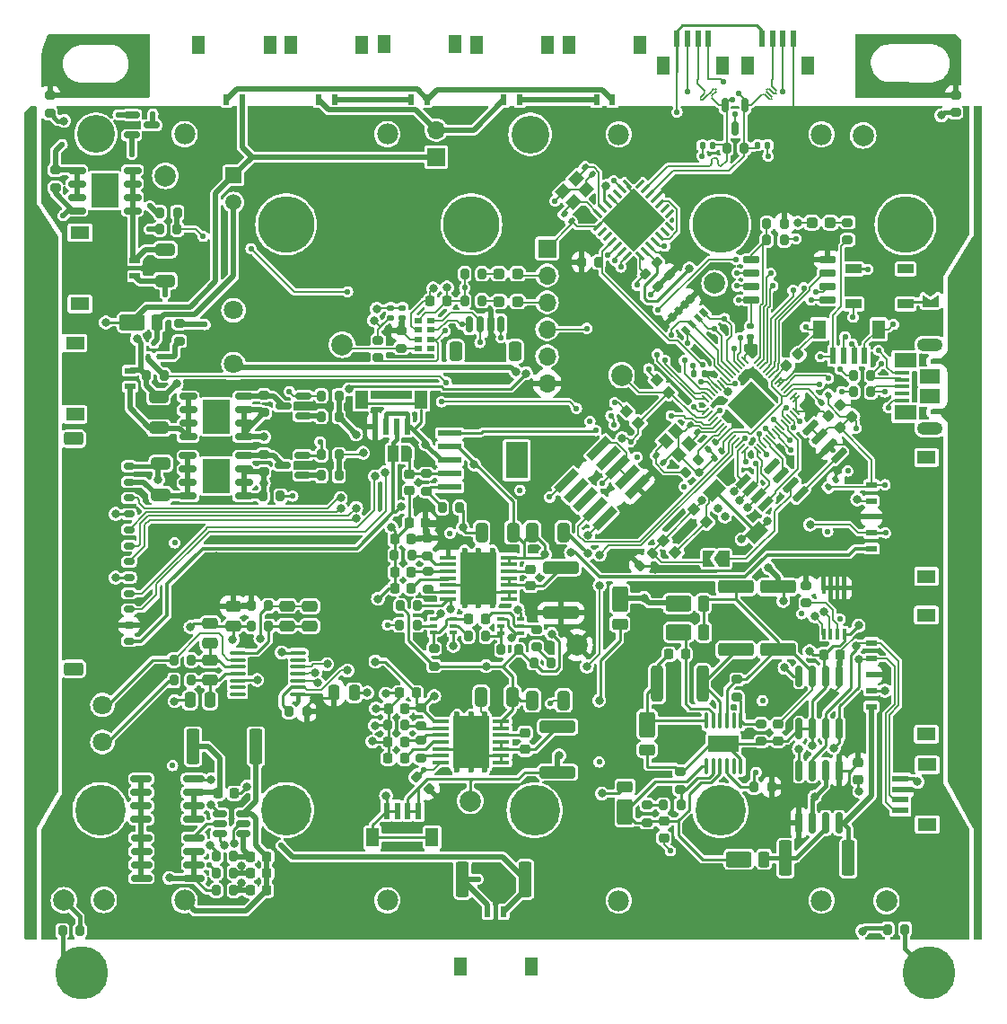
<source format=gbr>
%TF.GenerationSoftware,KiCad,Pcbnew,8.0.2-1*%
%TF.CreationDate,2024-10-18T14:11:40-07:00*%
%TF.ProjectId,battery_board_v3c,62617474-6572-4795-9f62-6f6172645f76,rev?*%
%TF.SameCoordinates,Original*%
%TF.FileFunction,Copper,L1,Top*%
%TF.FilePolarity,Positive*%
%FSLAX46Y46*%
G04 Gerber Fmt 4.6, Leading zero omitted, Abs format (unit mm)*
G04 Created by KiCad (PCBNEW 8.0.2-1) date 2024-10-18 14:11:40*
%MOMM*%
%LPD*%
G01*
G04 APERTURE LIST*
G04 Aperture macros list*
%AMRoundRect*
0 Rectangle with rounded corners*
0 $1 Rounding radius*
0 $2 $3 $4 $5 $6 $7 $8 $9 X,Y pos of 4 corners*
0 Add a 4 corners polygon primitive as box body*
4,1,4,$2,$3,$4,$5,$6,$7,$8,$9,$2,$3,0*
0 Add four circle primitives for the rounded corners*
1,1,$1+$1,$2,$3*
1,1,$1+$1,$4,$5*
1,1,$1+$1,$6,$7*
1,1,$1+$1,$8,$9*
0 Add four rect primitives between the rounded corners*
20,1,$1+$1,$2,$3,$4,$5,0*
20,1,$1+$1,$4,$5,$6,$7,0*
20,1,$1+$1,$6,$7,$8,$9,0*
20,1,$1+$1,$8,$9,$2,$3,0*%
%AMRotRect*
0 Rectangle, with rotation*
0 The origin of the aperture is its center*
0 $1 length*
0 $2 width*
0 $3 Rotation angle, in degrees counterclockwise*
0 Add horizontal line*
21,1,$1,$2,0,0,$3*%
%AMFreePoly0*
4,1,6,1.000000,0.000000,0.500000,-0.750000,-0.500000,-0.750000,-0.500000,0.750000,0.500000,0.750000,1.000000,0.000000,1.000000,0.000000,$1*%
%AMFreePoly1*
4,1,6,0.500000,-0.750000,-0.650000,-0.750000,-0.150000,0.000000,-0.650000,0.750000,0.500000,0.750000,0.500000,-0.750000,0.500000,-0.750000,$1*%
%AMFreePoly2*
4,1,19,0.550000,-0.750000,0.000000,-0.750000,0.000000,-0.744911,-0.071157,-0.744911,-0.207708,-0.704816,-0.327430,-0.627875,-0.420627,-0.520320,-0.479746,-0.390866,-0.500000,-0.250000,-0.500000,0.250000,-0.479746,0.390866,-0.420627,0.520320,-0.327430,0.627875,-0.207708,0.704816,-0.071157,0.744911,0.000000,0.744911,0.000000,0.750000,0.550000,0.750000,0.550000,-0.750000,0.550000,-0.750000,
$1*%
%AMFreePoly3*
4,1,19,0.000000,0.744911,0.071157,0.744911,0.207708,0.704816,0.327430,0.627875,0.420627,0.520320,0.479746,0.390866,0.500000,0.250000,0.500000,-0.250000,0.479746,-0.390866,0.420627,-0.520320,0.327430,-0.627875,0.207708,-0.704816,0.071157,-0.744911,0.000000,-0.744911,0.000000,-0.750000,-0.550000,-0.750000,-0.550000,0.750000,0.000000,0.750000,0.000000,0.744911,0.000000,0.744911,
$1*%
G04 Aperture macros list end*
%TA.AperFunction,SMDPad,CuDef*%
%ADD10RoundRect,0.200000X0.275000X-0.200000X0.275000X0.200000X-0.275000X0.200000X-0.275000X-0.200000X0*%
%TD*%
%TA.AperFunction,SMDPad,CuDef*%
%ADD11RotRect,0.600000X1.550000X135.000000*%
%TD*%
%TA.AperFunction,SMDPad,CuDef*%
%ADD12RotRect,1.200000X1.800000X135.000000*%
%TD*%
%TA.AperFunction,SMDPad,CuDef*%
%ADD13RoundRect,0.200000X0.200000X0.275000X-0.200000X0.275000X-0.200000X-0.275000X0.200000X-0.275000X0*%
%TD*%
%TA.AperFunction,ComponentPad*%
%ADD14C,5.000000*%
%TD*%
%TA.AperFunction,SMDPad,CuDef*%
%ADD15RoundRect,0.225000X-0.225000X-0.250000X0.225000X-0.250000X0.225000X0.250000X-0.225000X0.250000X0*%
%TD*%
%TA.AperFunction,SMDPad,CuDef*%
%ADD16RoundRect,0.250000X-1.450000X0.312500X-1.450000X-0.312500X1.450000X-0.312500X1.450000X0.312500X0*%
%TD*%
%TA.AperFunction,ComponentPad*%
%ADD17C,2.000000*%
%TD*%
%TA.AperFunction,SMDPad,CuDef*%
%ADD18R,1.500000X0.900000*%
%TD*%
%TA.AperFunction,SMDPad,CuDef*%
%ADD19RoundRect,0.150000X0.825000X0.150000X-0.825000X0.150000X-0.825000X-0.150000X0.825000X-0.150000X0*%
%TD*%
%TA.AperFunction,SMDPad,CuDef*%
%ADD20RoundRect,0.150000X0.150000X0.625000X-0.150000X0.625000X-0.150000X-0.625000X0.150000X-0.625000X0*%
%TD*%
%TA.AperFunction,SMDPad,CuDef*%
%ADD21RoundRect,0.250000X0.350000X0.650000X-0.350000X0.650000X-0.350000X-0.650000X0.350000X-0.650000X0*%
%TD*%
%TA.AperFunction,SMDPad,CuDef*%
%ADD22R,0.650000X0.400000*%
%TD*%
%TA.AperFunction,SMDPad,CuDef*%
%ADD23RoundRect,0.200000X-0.200000X-0.275000X0.200000X-0.275000X0.200000X0.275000X-0.200000X0.275000X0*%
%TD*%
%TA.AperFunction,SMDPad,CuDef*%
%ADD24RoundRect,0.150000X0.662500X0.150000X-0.662500X0.150000X-0.662500X-0.150000X0.662500X-0.150000X0*%
%TD*%
%TA.AperFunction,SMDPad,CuDef*%
%ADD25R,2.514000X3.200000*%
%TD*%
%TA.AperFunction,SMDPad,CuDef*%
%ADD26RoundRect,0.150000X-0.512500X-0.150000X0.512500X-0.150000X0.512500X0.150000X-0.512500X0.150000X0*%
%TD*%
%TA.AperFunction,SMDPad,CuDef*%
%ADD27RoundRect,0.140000X-0.021213X0.219203X-0.219203X0.021213X0.021213X-0.219203X0.219203X-0.021213X0*%
%TD*%
%TA.AperFunction,SMDPad,CuDef*%
%ADD28R,0.600000X1.000000*%
%TD*%
%TA.AperFunction,SMDPad,CuDef*%
%ADD29R,1.250000X1.800000*%
%TD*%
%TA.AperFunction,SMDPad,CuDef*%
%ADD30RoundRect,0.140000X-0.219203X-0.021213X-0.021213X-0.219203X0.219203X0.021213X0.021213X0.219203X0*%
%TD*%
%TA.AperFunction,SMDPad,CuDef*%
%ADD31RoundRect,0.225000X-0.250000X0.225000X-0.250000X-0.225000X0.250000X-0.225000X0.250000X0.225000X0*%
%TD*%
%TA.AperFunction,SMDPad,CuDef*%
%ADD32RoundRect,0.140000X0.170000X-0.140000X0.170000X0.140000X-0.170000X0.140000X-0.170000X-0.140000X0*%
%TD*%
%TA.AperFunction,SMDPad,CuDef*%
%ADD33RotRect,0.800000X0.500000X135.000000*%
%TD*%
%TA.AperFunction,SMDPad,CuDef*%
%ADD34RotRect,0.800000X0.400000X135.000000*%
%TD*%
%TA.AperFunction,SMDPad,CuDef*%
%ADD35RoundRect,0.250000X-0.650000X0.325000X-0.650000X-0.325000X0.650000X-0.325000X0.650000X0.325000X0*%
%TD*%
%TA.AperFunction,SMDPad,CuDef*%
%ADD36RoundRect,0.200000X0.335876X0.053033X0.053033X0.335876X-0.335876X-0.053033X-0.053033X-0.335876X0*%
%TD*%
%TA.AperFunction,SMDPad,CuDef*%
%ADD37RoundRect,0.225000X0.250000X-0.225000X0.250000X0.225000X-0.250000X0.225000X-0.250000X-0.225000X0*%
%TD*%
%TA.AperFunction,SMDPad,CuDef*%
%ADD38RoundRect,0.250000X-0.475000X0.250000X-0.475000X-0.250000X0.475000X-0.250000X0.475000X0.250000X0*%
%TD*%
%TA.AperFunction,SMDPad,CuDef*%
%ADD39RoundRect,0.150000X0.150000X-0.825000X0.150000X0.825000X-0.150000X0.825000X-0.150000X-0.825000X0*%
%TD*%
%TA.AperFunction,SMDPad,CuDef*%
%ADD40R,2.200000X0.600000*%
%TD*%
%TA.AperFunction,SMDPad,CuDef*%
%ADD41R,2.150000X3.450000*%
%TD*%
%TA.AperFunction,SMDPad,CuDef*%
%ADD42RoundRect,0.150000X0.406586X0.618718X-0.618718X-0.406586X-0.406586X-0.618718X0.618718X0.406586X0*%
%TD*%
%TA.AperFunction,SMDPad,CuDef*%
%ADD43FreePoly0,270.000000*%
%TD*%
%TA.AperFunction,SMDPad,CuDef*%
%ADD44FreePoly1,270.000000*%
%TD*%
%TA.AperFunction,SMDPad,CuDef*%
%ADD45RotRect,0.900000X0.900000X225.000000*%
%TD*%
%TA.AperFunction,SMDPad,CuDef*%
%ADD46R,1.000000X0.600000*%
%TD*%
%TA.AperFunction,SMDPad,CuDef*%
%ADD47R,1.800000X1.250000*%
%TD*%
%TA.AperFunction,SMDPad,CuDef*%
%ADD48RoundRect,0.225000X0.225000X0.250000X-0.225000X0.250000X-0.225000X-0.250000X0.225000X-0.250000X0*%
%TD*%
%TA.AperFunction,SMDPad,CuDef*%
%ADD49RotRect,0.900000X0.900000X45.000000*%
%TD*%
%TA.AperFunction,SMDPad,CuDef*%
%ADD50RoundRect,0.150000X-0.662500X-0.150000X0.662500X-0.150000X0.662500X0.150000X-0.662500X0.150000X0*%
%TD*%
%TA.AperFunction,SMDPad,CuDef*%
%ADD51RoundRect,0.150000X0.587500X0.150000X-0.587500X0.150000X-0.587500X-0.150000X0.587500X-0.150000X0*%
%TD*%
%TA.AperFunction,SMDPad,CuDef*%
%ADD52RoundRect,0.250000X0.362500X1.425000X-0.362500X1.425000X-0.362500X-1.425000X0.362500X-1.425000X0*%
%TD*%
%TA.AperFunction,SMDPad,CuDef*%
%ADD53RoundRect,0.250000X0.325000X0.650000X-0.325000X0.650000X-0.325000X-0.650000X0.325000X-0.650000X0*%
%TD*%
%TA.AperFunction,ComponentPad*%
%ADD54R,1.700000X1.700000*%
%TD*%
%TA.AperFunction,ComponentPad*%
%ADD55O,1.700000X1.700000*%
%TD*%
%TA.AperFunction,SMDPad,CuDef*%
%ADD56R,0.600000X1.550000*%
%TD*%
%TA.AperFunction,SMDPad,CuDef*%
%ADD57R,1.200000X1.800000*%
%TD*%
%TA.AperFunction,ComponentPad*%
%ADD58C,1.800000*%
%TD*%
%TA.AperFunction,SMDPad,CuDef*%
%ADD59RoundRect,0.100000X-0.687500X-0.100000X0.687500X-0.100000X0.687500X0.100000X-0.687500X0.100000X0*%
%TD*%
%TA.AperFunction,ComponentPad*%
%ADD60C,0.600000*%
%TD*%
%TA.AperFunction,SMDPad,CuDef*%
%ADD61R,3.400000X5.000000*%
%TD*%
%TA.AperFunction,SMDPad,CuDef*%
%ADD62R,0.400000X1.100000*%
%TD*%
%TA.AperFunction,SMDPad,CuDef*%
%ADD63RoundRect,0.200000X0.053033X-0.335876X0.335876X-0.053033X-0.053033X0.335876X-0.335876X0.053033X0*%
%TD*%
%TA.AperFunction,SMDPad,CuDef*%
%ADD64RoundRect,0.237500X-0.287500X-0.237500X0.287500X-0.237500X0.287500X0.237500X-0.287500X0.237500X0*%
%TD*%
%TA.AperFunction,SMDPad,CuDef*%
%ADD65RoundRect,0.250000X-0.362500X-1.425000X0.362500X-1.425000X0.362500X1.425000X-0.362500X1.425000X0*%
%TD*%
%TA.AperFunction,SMDPad,CuDef*%
%ADD66RoundRect,0.250000X-0.500000X0.950000X-0.500000X-0.950000X0.500000X-0.950000X0.500000X0.950000X0*%
%TD*%
%TA.AperFunction,SMDPad,CuDef*%
%ADD67RoundRect,0.250000X-0.500000X0.275000X-0.500000X-0.275000X0.500000X-0.275000X0.500000X0.275000X0*%
%TD*%
%TA.AperFunction,SMDPad,CuDef*%
%ADD68RoundRect,0.250000X0.950000X0.500000X-0.950000X0.500000X-0.950000X-0.500000X0.950000X-0.500000X0*%
%TD*%
%TA.AperFunction,SMDPad,CuDef*%
%ADD69RoundRect,0.250000X0.275000X0.500000X-0.275000X0.500000X-0.275000X-0.500000X0.275000X-0.500000X0*%
%TD*%
%TA.AperFunction,SMDPad,CuDef*%
%ADD70RoundRect,0.140000X0.219203X0.021213X0.021213X0.219203X-0.219203X-0.021213X-0.021213X-0.219203X0*%
%TD*%
%TA.AperFunction,SMDPad,CuDef*%
%ADD71RoundRect,0.125000X0.176777X0.000000X0.000000X0.176777X-0.176777X0.000000X0.000000X-0.176777X0*%
%TD*%
%TA.AperFunction,SMDPad,CuDef*%
%ADD72RoundRect,0.150000X-0.150000X0.512500X-0.150000X-0.512500X0.150000X-0.512500X0.150000X0.512500X0*%
%TD*%
%TA.AperFunction,SMDPad,CuDef*%
%ADD73RoundRect,0.150000X-0.150000X0.825000X-0.150000X-0.825000X0.150000X-0.825000X0.150000X0.825000X0*%
%TD*%
%TA.AperFunction,SMDPad,CuDef*%
%ADD74RoundRect,0.250000X-0.325000X-0.650000X0.325000X-0.650000X0.325000X0.650000X-0.325000X0.650000X0*%
%TD*%
%TA.AperFunction,SMDPad,CuDef*%
%ADD75RoundRect,0.250000X0.650000X-0.325000X0.650000X0.325000X-0.650000X0.325000X-0.650000X-0.325000X0*%
%TD*%
%TA.AperFunction,SMDPad,CuDef*%
%ADD76RoundRect,0.200000X-0.053033X0.335876X-0.335876X0.053033X0.053033X-0.335876X0.335876X-0.053033X0*%
%TD*%
%TA.AperFunction,SMDPad,CuDef*%
%ADD77R,0.400000X0.510000*%
%TD*%
%TA.AperFunction,SMDPad,CuDef*%
%ADD78R,0.800000X0.500000*%
%TD*%
%TA.AperFunction,SMDPad,CuDef*%
%ADD79RoundRect,0.250000X-1.425000X0.362500X-1.425000X-0.362500X1.425000X-0.362500X1.425000X0.362500X0*%
%TD*%
%TA.AperFunction,SMDPad,CuDef*%
%ADD80RoundRect,0.200000X-0.275000X0.200000X-0.275000X-0.200000X0.275000X-0.200000X0.275000X0.200000X0*%
%TD*%
%TA.AperFunction,SMDPad,CuDef*%
%ADD81RoundRect,0.250000X-0.250000X-0.475000X0.250000X-0.475000X0.250000X0.475000X-0.250000X0.475000X0*%
%TD*%
%TA.AperFunction,SMDPad,CuDef*%
%ADD82FreePoly0,180.000000*%
%TD*%
%TA.AperFunction,SMDPad,CuDef*%
%ADD83FreePoly1,180.000000*%
%TD*%
%TA.AperFunction,SMDPad,CuDef*%
%ADD84RoundRect,0.100000X-0.637500X-0.100000X0.637500X-0.100000X0.637500X0.100000X-0.637500X0.100000X0*%
%TD*%
%TA.AperFunction,SMDPad,CuDef*%
%ADD85RoundRect,0.150000X-0.650000X-0.150000X0.650000X-0.150000X0.650000X0.150000X-0.650000X0.150000X0*%
%TD*%
%TA.AperFunction,SMDPad,CuDef*%
%ADD86R,1.550000X0.600000*%
%TD*%
%TA.AperFunction,SMDPad,CuDef*%
%ADD87R,1.800000X1.200000*%
%TD*%
%TA.AperFunction,SMDPad,CuDef*%
%ADD88FreePoly2,0.000000*%
%TD*%
%TA.AperFunction,SMDPad,CuDef*%
%ADD89R,1.000000X1.500000*%
%TD*%
%TA.AperFunction,SMDPad,CuDef*%
%ADD90FreePoly3,0.000000*%
%TD*%
%TA.AperFunction,SMDPad,CuDef*%
%ADD91RoundRect,0.250000X1.425000X-0.362500X1.425000X0.362500X-1.425000X0.362500X-1.425000X-0.362500X0*%
%TD*%
%TA.AperFunction,SMDPad,CuDef*%
%ADD92RoundRect,0.140000X-0.140000X-0.170000X0.140000X-0.170000X0.140000X0.170000X-0.140000X0.170000X0*%
%TD*%
%TA.AperFunction,SMDPad,CuDef*%
%ADD93R,1.380000X0.450000*%
%TD*%
%TA.AperFunction,ComponentPad*%
%ADD94O,2.416000X1.208000*%
%TD*%
%TA.AperFunction,SMDPad,CuDef*%
%ADD95R,2.100000X1.475000*%
%TD*%
%TA.AperFunction,SMDPad,CuDef*%
%ADD96R,1.900000X1.375000*%
%TD*%
%TA.AperFunction,SMDPad,CuDef*%
%ADD97RoundRect,0.250000X0.500000X-0.950000X0.500000X0.950000X-0.500000X0.950000X-0.500000X-0.950000X0*%
%TD*%
%TA.AperFunction,SMDPad,CuDef*%
%ADD98RoundRect,0.250000X0.500000X-0.275000X0.500000X0.275000X-0.500000X0.275000X-0.500000X-0.275000X0*%
%TD*%
%TA.AperFunction,SMDPad,CuDef*%
%ADD99RoundRect,0.140000X0.140000X0.170000X-0.140000X0.170000X-0.140000X-0.170000X0.140000X-0.170000X0*%
%TD*%
%TA.AperFunction,SMDPad,CuDef*%
%ADD100RoundRect,0.050000X-0.309359X0.238649X0.238649X-0.309359X0.309359X-0.238649X-0.238649X0.309359X0*%
%TD*%
%TA.AperFunction,SMDPad,CuDef*%
%ADD101RoundRect,0.050000X-0.309359X-0.238649X-0.238649X-0.309359X0.309359X0.238649X0.238649X0.309359X0*%
%TD*%
%TA.AperFunction,SMDPad,CuDef*%
%ADD102RotRect,3.200000X3.200000X315.000000*%
%TD*%
%TA.AperFunction,SMDPad,CuDef*%
%ADD103RoundRect,0.250000X-0.312500X-1.450000X0.312500X-1.450000X0.312500X1.450000X-0.312500X1.450000X0*%
%TD*%
%TA.AperFunction,SMDPad,CuDef*%
%ADD104RoundRect,0.075000X0.362392X-0.256326X-0.256326X0.362392X-0.362392X0.256326X0.256326X-0.362392X0*%
%TD*%
%TA.AperFunction,SMDPad,CuDef*%
%ADD105RoundRect,0.075000X0.362392X0.256326X0.256326X0.362392X-0.362392X-0.256326X-0.256326X-0.362392X0*%
%TD*%
%TA.AperFunction,SMDPad,CuDef*%
%ADD106RotRect,4.250000X4.250000X135.000000*%
%TD*%
%TA.AperFunction,SMDPad,CuDef*%
%ADD107RotRect,0.760000X2.600000X135.000000*%
%TD*%
%TA.AperFunction,SMDPad,CuDef*%
%ADD108RoundRect,0.250000X0.475000X-0.250000X0.475000X0.250000X-0.475000X0.250000X-0.475000X-0.250000X0*%
%TD*%
%TA.AperFunction,SMDPad,CuDef*%
%ADD109RoundRect,0.150000X-0.350000X0.150000X-0.350000X-0.150000X0.350000X-0.150000X0.350000X0.150000X0*%
%TD*%
%TA.AperFunction,SMDPad,CuDef*%
%ADD110RoundRect,0.250000X-0.650000X0.375000X-0.650000X-0.375000X0.650000X-0.375000X0.650000X0.375000X0*%
%TD*%
%TA.AperFunction,SMDPad,CuDef*%
%ADD111RoundRect,0.150000X-0.587500X-0.150000X0.587500X-0.150000X0.587500X0.150000X-0.587500X0.150000X0*%
%TD*%
%TA.AperFunction,ComponentPad*%
%ADD112R,1.508000X1.508000*%
%TD*%
%TA.AperFunction,ComponentPad*%
%ADD113C,1.508000*%
%TD*%
%TA.AperFunction,SMDPad,CuDef*%
%ADD114RoundRect,0.225000X0.017678X-0.335876X0.335876X-0.017678X-0.017678X0.335876X-0.335876X0.017678X0*%
%TD*%
%TA.AperFunction,SMDPad,CuDef*%
%ADD115RoundRect,0.225000X-0.335876X-0.017678X-0.017678X-0.335876X0.335876X0.017678X0.017678X0.335876X0*%
%TD*%
%TA.AperFunction,SMDPad,CuDef*%
%ADD116RoundRect,0.100000X0.100000X-0.625000X0.100000X0.625000X-0.100000X0.625000X-0.100000X-0.625000X0*%
%TD*%
%TA.AperFunction,SMDPad,CuDef*%
%ADD117R,2.850000X1.650000*%
%TD*%
%TA.AperFunction,SMDPad,CuDef*%
%ADD118RotRect,1.150000X1.000000X315.000000*%
%TD*%
%TA.AperFunction,SMDPad,CuDef*%
%ADD119RoundRect,0.140000X0.021213X-0.219203X0.219203X-0.021213X-0.021213X0.219203X-0.219203X0.021213X0*%
%TD*%
%TA.AperFunction,SMDPad,CuDef*%
%ADD120RotRect,1.150000X1.000000X225.000000*%
%TD*%
%TA.AperFunction,ComponentPad*%
%ADD121C,4.770000*%
%TD*%
%TA.AperFunction,ComponentPad*%
%ADD122C,5.325000*%
%TD*%
%TA.AperFunction,ComponentPad*%
%ADD123C,3.570000*%
%TD*%
%TA.AperFunction,ComponentPad*%
%ADD124C,1.980000*%
%TD*%
%TA.AperFunction,ViaPad*%
%ADD125C,0.560000*%
%TD*%
%TA.AperFunction,ViaPad*%
%ADD126C,0.800000*%
%TD*%
%TA.AperFunction,Conductor*%
%ADD127C,0.250000*%
%TD*%
%TA.AperFunction,Conductor*%
%ADD128C,0.127000*%
%TD*%
%TA.AperFunction,Conductor*%
%ADD129C,0.400000*%
%TD*%
%TA.AperFunction,Conductor*%
%ADD130C,0.152400*%
%TD*%
%TA.AperFunction,Conductor*%
%ADD131C,0.300000*%
%TD*%
%TA.AperFunction,Conductor*%
%ADD132C,0.500000*%
%TD*%
%TA.AperFunction,Conductor*%
%ADD133C,0.152000*%
%TD*%
G04 APERTURE END LIST*
D10*
%TO.P,R57,1,1*%
%TO.N,VBUS*%
X186800000Y-62425000D03*
%TO.P,R57,2,2*%
%TO.N,Net-(D10-PadA)*%
X186800000Y-60775000D03*
%TD*%
D11*
%TO.P,J21,1,1*%
%TO.N,SPI1_CS1*%
X179057577Y-87283744D03*
%TO.P,J21,2,2*%
%TO.N,SPI1_SCK*%
X178350470Y-86576637D03*
%TO.P,J21,3,3*%
%TO.N,SPI1_MOSI*%
X177643363Y-85869530D03*
%TO.P,J21,4,4*%
%TO.N,SPI1_MISO*%
X176936256Y-85162423D03*
D12*
%TO.P,J21,S1,SHIELD*%
%TO.N,GND*%
X178191371Y-89988427D03*
%TO.P,J21,S2,SHIELD*%
X174231573Y-86028629D03*
%TD*%
D13*
%TO.P,R32,1,1*%
%TO.N,+3V3*%
X135750000Y-106900000D03*
%TO.P,R32,2,2*%
%TO.N,SPI1_CS0*%
X134100000Y-106900000D03*
%TD*%
D14*
%TO.P,,1*%
%TO.N,Chassis Ground*%
X194500000Y-131530000D03*
%TD*%
D15*
%TO.P,C1,1,1*%
%TO.N,GND*%
X144082500Y-90615000D03*
%TO.P,C1,2,2*%
%TO.N,+3V3*%
X145632500Y-90615000D03*
%TD*%
D16*
%TO.P,L3,1,1*%
%TO.N,Net-(U5-SW1)*%
X159440000Y-108330000D03*
%TO.P,L3,2,2*%
%TO.N,+5V*%
X159440000Y-112605000D03*
%TD*%
D17*
%TO.P,TP6,1,1*%
%TO.N,VBUSP*%
X122428000Y-56388000D03*
%TD*%
D18*
%TO.P,LED1,1,VDD*%
%TO.N,/NEO_PWR*%
X192250000Y-68450000D03*
%TO.P,LED1,2,DO*%
%TO.N,unconnected-(LED1-DO-Pad2)*%
X192250000Y-65150000D03*
%TO.P,LED1,3,GND*%
%TO.N,GND*%
X187350000Y-65150000D03*
%TO.P,LED1,4,DI*%
%TO.N,/NEOPIX*%
X187350000Y-68450000D03*
%TD*%
D19*
%TO.P,Q2,1,S*%
%TO.N,PACK-*%
X125124999Y-122585000D03*
%TO.P,Q2,2,S*%
X125124999Y-121315000D03*
%TO.P,Q2,3,S*%
X125124999Y-120045000D03*
%TO.P,Q2,4,G*%
%TO.N,Net-(Q2-G)*%
X125124999Y-118775000D03*
%TO.P,Q2,5,D*%
%TO.N,Net-(Q1-D-Pad5)*%
X120174999Y-118775000D03*
%TO.P,Q2,6,D*%
X120174999Y-120045000D03*
%TO.P,Q2,7,D*%
X120174999Y-121315000D03*
%TO.P,Q2,8,D*%
X120174999Y-122585000D03*
%TD*%
D20*
%TO.P,J27,1,Pin_1*%
%TO.N,GND*%
X154110000Y-70395000D03*
%TO.P,J27,2,Pin_2*%
%TO.N,+3V3*%
X153110000Y-70395000D03*
%TO.P,J27,3,Pin_3*%
%TO.N,SDA1*%
X152110000Y-70395000D03*
%TO.P,J27,4,Pin_4*%
%TO.N,SCL1*%
X151110000Y-70395000D03*
D21*
%TO.P,J27,MP*%
%TO.N,N/C*%
X155410000Y-72920000D03*
X149810000Y-72920000D03*
%TD*%
D22*
%TO.P,Q3,1,E1*%
%TO.N,GND*%
X154057500Y-98180000D03*
%TO.P,Q3,2,B1*%
%TO.N,Net-(Q3A-B1)*%
X154057500Y-98830000D03*
%TO.P,Q3,3,C2*%
X154057500Y-99480000D03*
%TO.P,Q3,4,E2*%
%TO.N,GND*%
X155957500Y-99480000D03*
%TO.P,Q3,5,B2*%
%TO.N,Net-(Q3B-B2)*%
X155957500Y-98830000D03*
%TO.P,Q3,6,C1*%
%TO.N,/3V3_EN*%
X155957500Y-98180000D03*
%TD*%
D23*
%TO.P,R4,1*%
%TO.N,BM*%
X127225000Y-120530000D03*
%TO.P,R4,2*%
%TO.N,Net-(U1-VC)*%
X128875000Y-120530000D03*
%TD*%
D24*
%TO.P,Q9,1,Source*%
%TO.N,Net-(K1-PadNO)*%
X129840002Y-86574999D03*
%TO.P,Q9,2,Source*%
X129840002Y-85304999D03*
%TO.P,Q9,3,Source*%
X129840002Y-84034999D03*
%TO.P,Q9,4,Gate*%
%TO.N,Net-(Q7-D)*%
X129840002Y-82764999D03*
%TO.P,Q9,5,Drain*%
%TO.N,BURN*%
X124565002Y-82764999D03*
%TO.P,Q9,6,Drain*%
X124565002Y-84034999D03*
%TO.P,Q9,7,Drain*%
X124565002Y-85304999D03*
%TO.P,Q9,8,Drain*%
X124565002Y-86574999D03*
D25*
%TO.P,Q9,9*%
%TO.N,N/C*%
X127202502Y-84669999D03*
%TD*%
D26*
%TO.P,U1,1,DOUT*%
%TO.N,Net-(Q1-G)*%
X127542500Y-116500000D03*
%TO.P,U1,2,COUT*%
%TO.N,Net-(Q2-G)*%
X127542500Y-117450000D03*
%TO.P,U1,3,V-*%
%TO.N,Net-(U1-V-)*%
X127542500Y-118400000D03*
%TO.P,U1,4,VC*%
%TO.N,Net-(U1-VC)*%
X129817500Y-118400000D03*
%TO.P,U1,5,VDD*%
%TO.N,/VDD*%
X129817500Y-117450000D03*
%TO.P,U1,6,VSS*%
%TO.N,B-*%
X129817500Y-116500000D03*
%TD*%
D27*
%TO.P,C31,1,1*%
%TO.N,+3V3*%
X185639411Y-85060589D03*
%TO.P,C31,2,2*%
%TO.N,GND*%
X184960589Y-85739411D03*
%TD*%
D28*
%TO.P,J7,1,Pin_1*%
%TO.N,Net-(J7-Pin_1)*%
X155870000Y-49225000D03*
%TO.P,J7,2,Pin_2*%
%TO.N,VBatt*%
X154370000Y-49225000D03*
D29*
%TO.P,J7,S1*%
%TO.N,N/C*%
X158475000Y-44035000D03*
%TO.P,J7,S2*%
X151765000Y-44035000D03*
%TD*%
D30*
%TO.P,C20,1,1*%
%TO.N,GND*%
X171960589Y-79870589D03*
%TO.P,C20,2,2*%
%TO.N,Net-(IC3-XIN)*%
X172639411Y-80549411D03*
%TD*%
D13*
%TO.P,FB3,1*%
%TO.N,AGND*%
X132177500Y-98852499D03*
%TO.P,FB3,2*%
%TO.N,GND*%
X130527500Y-98852499D03*
%TD*%
%TO.P,R19,1,1*%
%TO.N,GND*%
X133285000Y-86564998D03*
%TO.P,R19,2,2*%
%TO.N,Net-(K1-PadNO)*%
X131635000Y-86564998D03*
%TD*%
D31*
%TO.P,C40,1,1*%
%TO.N,VBATT_SENSE*%
X180220000Y-108085000D03*
%TO.P,C40,2,2*%
%TO.N,GND*%
X180220000Y-109635000D03*
%TD*%
D10*
%TO.P,R60,1,1*%
%TO.N,Net-(Q4-E)*%
X123750000Y-71955000D03*
%TO.P,R60,2,2*%
%TO.N,GND*%
X123750000Y-70305000D03*
%TD*%
D32*
%TO.P,C52,1,1*%
%TO.N,+3V3*%
X144800000Y-69780000D03*
%TO.P,C52,2,2*%
%TO.N,GND*%
X144800000Y-68820000D03*
%TD*%
D33*
%TO.P,R48,1,R1.1*%
%TO.N,SCL0*%
X171537868Y-70934924D03*
D34*
%TO.P,R48,2,R2.1*%
%TO.N,SDA0*%
X172103553Y-70369239D03*
%TO.P,R48,3,R3.1*%
%TO.N,SCL1*%
X172669239Y-69803553D03*
D33*
%TO.P,R48,4,R4.1*%
%TO.N,SDA1*%
X173234924Y-69237868D03*
%TO.P,R48,5,R4.2*%
%TO.N,+3V3*%
X171962132Y-67965076D03*
D34*
%TO.P,R48,6,R3.2*%
X171396447Y-68530761D03*
%TO.P,R48,7,R2.2*%
X170830761Y-69096447D03*
D33*
%TO.P,R48,8,R1.2*%
X170265076Y-69662132D03*
%TD*%
D28*
%TO.P,J8,1,Pin_1*%
%TO.N,VBatt1*%
X164610000Y-49245000D03*
%TO.P,J8,2,Pin_2*%
%TO.N,Net-(J7-Pin_1)*%
X163110000Y-49245000D03*
D29*
%TO.P,J8,S1*%
%TO.N,N/C*%
X167215000Y-44055000D03*
%TO.P,J8,S2*%
X160505000Y-44055000D03*
%TD*%
D35*
%TO.P,C50,1*%
%TO.N,Jetson_pwr*%
X122430000Y-63325000D03*
%TO.P,C50,2*%
%TO.N,GND*%
X122430000Y-66275000D03*
%TD*%
D13*
%TO.P,R31,1,1*%
%TO.N,+3V3*%
X180825000Y-60880000D03*
%TO.P,R31,2,2*%
%TO.N,/QSPI_CS*%
X179175000Y-60880000D03*
%TD*%
D23*
%TO.P,R43,1,1*%
%TO.N,Net-(R1043-Pad2)*%
X169415000Y-115690000D03*
%TO.P,R43,2,2*%
%TO.N,Net-(IC4-VIN_REG)*%
X171065000Y-115690000D03*
%TD*%
D36*
%TO.P,R40,1,1*%
%TO.N,+3V3*%
X169963503Y-65683595D03*
%TO.P,R40,2,2*%
%TO.N,Net-(U11-RESET)*%
X168796777Y-64516869D03*
%TD*%
D37*
%TO.P,C13,1*%
%TO.N,GND*%
X145467500Y-86055000D03*
%TO.P,C13,2*%
%TO.N,Net-(JP1-B)*%
X145467500Y-84505000D03*
%TD*%
D38*
%TO.P,C18,1*%
%TO.N,Net-(U15-T-)*%
X126627500Y-102032499D03*
%TO.P,C18,2*%
%TO.N,Net-(U15-T+)*%
X126627500Y-103932499D03*
%TD*%
D39*
%TO.P,U14,1,A1*%
%TO.N,GND*%
X182215000Y-108495000D03*
%TO.P,U14,2,A0*%
X183485000Y-108495000D03*
%TO.P,U14,3,SDA*%
%TO.N,SDA0*%
X184755000Y-108495000D03*
%TO.P,U14,4,SCL*%
%TO.N,SCL0*%
X186025000Y-108495000D03*
%TO.P,U14,5,VS*%
%TO.N,+3V3*%
X186025000Y-103545000D03*
%TO.P,U14,6,GND*%
%TO.N,GND*%
X184755000Y-103545000D03*
%TO.P,U14,7,IN-*%
%TO.N,VBATT_SENSE*%
X183485000Y-103545000D03*
%TO.P,U14,8,IN+*%
%TO.N,PACK+*%
X182215000Y-103545000D03*
%TD*%
D40*
%TO.P,U6,1,~{SHDN}*%
%TO.N,ENAB_RF*%
X149270000Y-80630000D03*
%TO.P,U6,2,IN*%
%TO.N,VBUSP*%
X149270000Y-81900000D03*
%TO.P,U6,3,GND_1*%
%TO.N,GND*%
X149270000Y-83170000D03*
%TO.P,U6,4,OUT*%
%TO.N,Net-(JP1-B)*%
X149270000Y-84440000D03*
%TO.P,U6,5,SENSE/ADJ*%
%TO.N,Net-(U6-SENSE{slash}ADJ)*%
X149270000Y-85710000D03*
D41*
%TO.P,U6,6,GND_2*%
%TO.N,GND*%
X155570000Y-83170000D03*
%TD*%
D42*
%TO.P,U13,1,~{MR}*%
%TO.N,Net-(U13-~{MR})*%
X185957838Y-82766238D03*
%TO.P,U13,2,VCC*%
%TO.N,+3V3*%
X185059813Y-81868213D03*
%TO.P,U13,3,GND*%
%TO.N,GND*%
X184161787Y-80970187D03*
%TO.P,U13,4,PFI*%
X183263762Y-80072162D03*
%TO.P,U13,5,~{PFO}*%
%TO.N,unconnected-(U13-~{PFO}-Pad5)*%
X179622162Y-83713762D03*
%TO.P,U13,6,~{WDI}*%
%TO.N,WDT_WDI*%
X180520187Y-84611787D03*
%TO.P,U13,7,~{RESET}*%
%TO.N,Net-(JP2-A)*%
X181418213Y-85509813D03*
%TO.P,U13,8,~{WDO}*%
%TO.N,Net-(U13-~{MR})*%
X182316238Y-86407838D03*
%TD*%
D43*
%TO.P,JP3,1,A*%
%TO.N,+3V3*%
X194600000Y-66775001D03*
D44*
%TO.P,JP3,2,B*%
%TO.N,/NEO_PWR*%
X194600000Y-68224999D03*
%TD*%
D45*
%TO.P,SW1,A,P*%
%TO.N,USBBOOT*%
X167046117Y-79685254D03*
%TO.P,SW1,A',P1*%
X169945254Y-76786117D03*
%TO.P,SW1,B,S*%
%TO.N,GND*%
X165914746Y-78553883D03*
%TO.P,SW1,B',S1*%
X168813883Y-75654746D03*
%TD*%
D46*
%TO.P,J14,1,Pin_1*%
%TO.N,VSOLAR*%
X189030000Y-106400000D03*
%TO.P,J14,2,Pin_2*%
%TO.N,GND*%
X189030000Y-104900000D03*
%TO.P,J14,3,Pin_3*%
%TO.N,+3V3*%
X189030000Y-103400000D03*
%TO.P,J14,4,Pin_4*%
%TO.N,SCL0*%
X189030000Y-101900000D03*
%TO.P,J14,5,Pin_5*%
%TO.N,SDA0*%
X189030000Y-100400000D03*
D47*
%TO.P,J14,S1*%
%TO.N,N/C*%
X194220000Y-109005000D03*
%TO.P,J14,S2*%
X194220000Y-97795000D03*
%TD*%
D48*
%TO.P,C49,1,1*%
%TO.N,Net-(U5-VREG5)*%
X144995000Y-109710000D03*
%TO.P,C49,2,2*%
%TO.N,GND*%
X143445000Y-109710000D03*
%TD*%
D49*
%TO.P,SW2,A,P*%
%TO.N,~{RESET}*%
X172313883Y-87844746D03*
%TO.P,SW2,A',P1*%
X169414746Y-90743883D03*
%TO.P,SW2,B,S*%
%TO.N,GND*%
X173445254Y-88976117D03*
%TO.P,SW2,B',S1*%
X170546117Y-91875254D03*
%TD*%
D10*
%TO.P,R59,1,1*%
%TO.N,Net-(Q10-D)*%
X112050000Y-57485000D03*
%TO.P,R59,2,2*%
%TO.N,PACK+*%
X112050000Y-55835000D03*
%TD*%
D17*
%TO.P,TP1,1,1*%
%TO.N,+3V3*%
X161250000Y-100590000D03*
%TD*%
D15*
%TO.P,C12,1*%
%TO.N,Net-(Q5A-C1)*%
X151052500Y-98160000D03*
%TO.P,C12,2*%
%TO.N,Net-(Q3B-B2)*%
X152602500Y-98160000D03*
%TD*%
%TO.P,C43,1,1*%
%TO.N,GND*%
X144535000Y-105100000D03*
%TO.P,C43,2,2*%
%TO.N,+5V*%
X146085000Y-105100000D03*
%TD*%
D50*
%TO.P,Q11,1,Source*%
%TO.N,PACK+*%
X114075000Y-55860000D03*
%TO.P,Q11,2,Source*%
X114075000Y-57130000D03*
%TO.P,Q11,3,Source*%
X114075000Y-58400000D03*
%TO.P,Q11,4,Gate*%
%TO.N,Net-(Q10-D)*%
X114075000Y-59670000D03*
%TO.P,Q11,5,Drain*%
%TO.N,Jetson_pwr*%
X119350000Y-59670000D03*
%TO.P,Q11,6,Drain*%
X119350000Y-58400000D03*
%TO.P,Q11,7,Drain*%
X119350000Y-57130000D03*
%TO.P,Q11,8,Drain*%
X119350000Y-55860000D03*
D25*
%TO.P,Q11,9*%
%TO.N,N/C*%
X116712500Y-57765000D03*
%TD*%
D37*
%TO.P,C6,1,1*%
%TO.N,Net-(U3-SW1)*%
X156907500Y-95015000D03*
%TO.P,C6,2,2*%
%TO.N,Net-(U3-VBST)*%
X156907500Y-93465000D03*
%TD*%
D51*
%TO.P,Q7,1,G*%
%TO.N,Net-(Q7-G)*%
X135407501Y-84619998D03*
%TO.P,Q7,2,S*%
%TO.N,GND*%
X135407501Y-82719998D03*
%TO.P,Q7,3,D*%
%TO.N,Net-(Q7-D)*%
X133532501Y-83669998D03*
%TD*%
D17*
%TO.P,TP2,1,1*%
%TO.N,B-*%
X116620000Y-124620000D03*
%TD*%
D23*
%TO.P,R54,1,1*%
%TO.N,USB_D+*%
X187340000Y-76720000D03*
%TO.P,R54,2,2*%
%TO.N,D+*%
X188990000Y-76720000D03*
%TD*%
D52*
%TO.P,R1,1*%
%TO.N,B-*%
X130962500Y-110200000D03*
%TO.P,R1,2*%
%TO.N,Net-(C5-Pad1)*%
X125037500Y-110200000D03*
%TD*%
D53*
%TO.P,C46,1,1*%
%TO.N,VBUSP*%
X155185000Y-105500000D03*
%TO.P,C46,2,2*%
%TO.N,GND*%
X152235000Y-105500000D03*
%TD*%
D54*
%TO.P,J25,1,Pin_1*%
%TO.N,GND*%
X158440000Y-63220000D03*
D55*
%TO.P,J25,2,Pin_2*%
%TO.N,FC_RX*%
X158440000Y-65760000D03*
%TO.P,J25,3,Pin_3*%
%TO.N,FC_TX*%
X158440000Y-68300000D03*
%TO.P,J25,4,Pin_4*%
%TO.N,SCL1*%
X158440000Y-70840000D03*
%TO.P,J25,5,Pin_5*%
%TO.N,SDA1*%
X158440000Y-73380000D03*
%TO.P,J25,6,Pin_6*%
%TO.N,+3V3*%
X158440000Y-75920000D03*
%TD*%
D56*
%TO.P,J20,1,Pin_1*%
%TO.N,+3V3*%
X173670000Y-43475000D03*
%TO.P,J20,2,Pin_2*%
%TO.N,CANH*%
X172670000Y-43475000D03*
%TO.P,J20,3,Pin_3*%
%TO.N,CANL*%
X171670000Y-43475000D03*
%TO.P,J20,4,Pin_4*%
%TO.N,GND*%
X170670000Y-43475000D03*
D57*
%TO.P,J20,S1*%
%TO.N,N/C*%
X174970000Y-46000000D03*
%TO.P,J20,S2*%
X169370000Y-46000000D03*
%TD*%
D10*
%TO.P,R62,1,1*%
%TO.N,GND*%
X111540000Y-50465000D03*
%TO.P,R62,2,2*%
%TO.N,Chassis Ground*%
X111540000Y-48815000D03*
%TD*%
D58*
%TO.P,J18,1,Pin_1*%
%TO.N,Net-(J18-Pin_1)*%
X116500000Y-109750000D03*
%TO.P,J18,2,Pin_2*%
%TO.N,Net-(J18-Pin_2)*%
X116500000Y-106250000D03*
%TD*%
D59*
%TO.P,U3,1,VO*%
%TO.N,+3V3*%
X149115000Y-92350000D03*
%TO.P,U3,2,VFB*%
%TO.N,Net-(U3-VFB)*%
X149115000Y-93000000D03*
%TO.P,U3,3,VREG5*%
%TO.N,Net-(U3-VREG5)*%
X149115000Y-93650000D03*
%TO.P,U3,4,SS*%
%TO.N,Net-(U3-SS)*%
X149115000Y-94300000D03*
%TO.P,U3,5,GND*%
%TO.N,GND*%
X149115000Y-94950000D03*
%TO.P,U3,6,PG*%
%TO.N,Net-(U3-PG)*%
X149115000Y-95600000D03*
%TO.P,U3,7,EN*%
%TO.N,/3V3_EN*%
X149115000Y-96250000D03*
%TO.P,U3,8,PGND1*%
%TO.N,GND*%
X154840000Y-96250000D03*
%TO.P,U3,9,PGND2*%
X154840000Y-95600000D03*
%TO.P,U3,10,SW1*%
%TO.N,Net-(U3-SW1)*%
X154840000Y-94950000D03*
%TO.P,U3,11,SW2*%
X154840000Y-94300000D03*
%TO.P,U3,12,VBST*%
%TO.N,Net-(U3-VBST)*%
X154840000Y-93650000D03*
%TO.P,U3,13,VIN*%
%TO.N,VBUSP*%
X154840000Y-93000000D03*
%TO.P,U3,14,VCC*%
X154840000Y-92350000D03*
D60*
%TO.P,U3,15,EPAD*%
%TO.N,GND*%
X150677500Y-91700000D03*
X150677500Y-93000000D03*
X150677500Y-94300000D03*
X150677500Y-95600000D03*
X150677500Y-96900000D03*
X151977500Y-91700000D03*
X151977500Y-93000000D03*
X151977500Y-94300000D03*
D61*
X151977500Y-94300000D03*
D60*
X151977500Y-95600000D03*
X151977500Y-96900000D03*
X153277500Y-91700000D03*
X153277500Y-93000000D03*
X153277500Y-94300000D03*
X153277500Y-95600000D03*
X153277500Y-96900000D03*
%TD*%
D32*
%TO.P,C51,1,1*%
%TO.N,V_BACKUP*%
X143700000Y-69780000D03*
%TO.P,C51,2,2*%
%TO.N,GND*%
X143700000Y-68820000D03*
%TD*%
D54*
%TO.P,J1,1,Pin_1*%
%TO.N,VBUSP*%
X147990000Y-54600000D03*
D55*
%TO.P,J1,2,Pin_2*%
%TO.N,VBatt*%
X147990000Y-52060000D03*
%TD*%
D10*
%TO.P,R52,1,1*%
%TO.N,GND*%
X178650000Y-109685000D03*
%TO.P,R52,2,2*%
%TO.N,Net-(IC4-VFB)*%
X178650000Y-108035000D03*
%TD*%
D13*
%TO.P,R10,1*%
%TO.N,VBUSP*%
X155762500Y-101060000D03*
%TO.P,R10,2*%
%TO.N,Net-(Q3A-B1)*%
X154112500Y-101060000D03*
%TD*%
D38*
%TO.P,C27,1*%
%TO.N,AVDD*%
X133887499Y-96922500D03*
%TO.P,C27,2*%
%TO.N,AGND*%
X133887499Y-98822500D03*
%TD*%
D23*
%TO.P,R53,1,1*%
%TO.N,USB_D-*%
X187340000Y-75180000D03*
%TO.P,R53,2,2*%
%TO.N,D-*%
X188990000Y-75180000D03*
%TD*%
D62*
%TO.P,IC2,1,SDA*%
%TO.N,SDA0*%
X184524999Y-99550000D03*
%TO.P,IC2,2,SCL*%
%TO.N,SCL0*%
X185175000Y-99550000D03*
%TO.P,IC2,3,OS*%
%TO.N,Net-(IC2-OS)*%
X185825000Y-99550000D03*
%TO.P,IC2,4,GND*%
%TO.N,GND*%
X186475001Y-99550000D03*
%TO.P,IC2,5,A2*%
%TO.N,+3V3*%
X186475001Y-95250000D03*
%TO.P,IC2,6,A1*%
X185825000Y-95250000D03*
%TO.P,IC2,7,A0*%
X185175000Y-95250000D03*
%TO.P,IC2,8,VCC*%
X184524999Y-95250000D03*
%TD*%
D13*
%TO.P,R9,1,1*%
%TO.N,BURN_RELAY_A*%
X122302500Y-75170000D03*
%TO.P,R9,2,2*%
%TO.N,GND*%
X120652500Y-75170000D03*
%TD*%
D63*
%TO.P,R36,1,1*%
%TO.N,+3V3*%
X167200000Y-93110000D03*
%TO.P,R36,2,2*%
%TO.N,~{RESET}*%
X168366726Y-91943274D03*
%TD*%
D64*
%TO.P,D10,A,A*%
%TO.N,Net-(D10-PadA)*%
X185174999Y-60800000D03*
%TO.P,D10,C,C*%
%TO.N,GND*%
X183425001Y-60800000D03*
%TD*%
D65*
%TO.P,R49,1,1*%
%TO.N,VSOLAR_I*%
X180937500Y-120700000D03*
%TO.P,R49,2,2*%
%TO.N,VSOLAR*%
X186862500Y-120700000D03*
%TD*%
D66*
%TO.P,D11,1,K*%
%TO.N,Net-(D11-K)*%
X165800000Y-116350000D03*
D67*
%TO.P,D11,2,A*%
%TO.N,Dir_Chrg_In*%
X165800000Y-113975000D03*
%TD*%
D68*
%TO.P,D4,1,K*%
%TO.N,Net-(D11-K)*%
X176525000Y-120800000D03*
D69*
%TO.P,D4,2,A*%
%TO.N,VSOLAR_I*%
X178900000Y-120800000D03*
%TD*%
D70*
%TO.P,C21,1,1*%
%TO.N,GND*%
X169389411Y-83379411D03*
%TO.P,C21,2,2*%
%TO.N,Net-(C21-Pad2)*%
X168710589Y-82700589D03*
%TD*%
D71*
%TO.P,D8,A,A*%
%TO.N,Net-(D8-PadA)*%
X164772183Y-79872183D03*
%TO.P,D8,C,C*%
%TO.N,USBBOOT*%
X166327817Y-81427817D03*
%TD*%
D72*
%TO.P,D5,1,1*%
%TO.N,CANL*%
X177130000Y-49675000D03*
%TO.P,D5,2,2*%
%TO.N,CANH*%
X175230000Y-49675000D03*
%TO.P,D5,3,3*%
%TO.N,GND*%
X176180000Y-51950000D03*
%TD*%
D73*
%TO.P,U12,1,A1*%
%TO.N,+3V3*%
X186005000Y-112425000D03*
%TO.P,U12,2,A0*%
%TO.N,GND*%
X184735000Y-112425000D03*
%TO.P,U12,3,SDA*%
%TO.N,SDA0*%
X183465000Y-112425000D03*
%TO.P,U12,4,SCL*%
%TO.N,SCL0*%
X182195000Y-112425000D03*
%TO.P,U12,5,VS*%
%TO.N,+3V3*%
X182195000Y-117375000D03*
%TO.P,U12,6,GND*%
%TO.N,GND*%
X183465000Y-117375000D03*
%TO.P,U12,7,IN-*%
%TO.N,VSOLAR_I*%
X184735000Y-117375000D03*
%TO.P,U12,8,IN+*%
%TO.N,VSOLAR*%
X186005000Y-117375000D03*
%TD*%
D74*
%TO.P,C45,1,1*%
%TO.N,VBUSP*%
X157045000Y-105820000D03*
%TO.P,C45,2,2*%
%TO.N,GND*%
X159995000Y-105820000D03*
%TD*%
D10*
%TO.P,R6,1,1*%
%TO.N,Net-(U3-VFB)*%
X147137500Y-92210000D03*
%TO.P,R6,2,2*%
%TO.N,+3V3*%
X147137500Y-90560000D03*
%TD*%
D75*
%TO.P,C14,1*%
%TO.N,BURN*%
X122000000Y-86450002D03*
%TO.P,C14,2*%
%TO.N,GND*%
X122000000Y-83500000D03*
%TD*%
D76*
%TO.P,R38,1,1*%
%TO.N,Net-(IC3-XOUT)*%
X172683363Y-83136637D03*
%TO.P,R38,2,2*%
%TO.N,Net-(C21-Pad2)*%
X171516637Y-84303363D03*
%TD*%
D64*
%TO.P,D2,A,A*%
%TO.N,FC_TX*%
X155670000Y-68240000D03*
%TO.P,D2,C,C*%
%TO.N,Net-(D2-PadC)*%
X153920000Y-68240000D03*
%TD*%
D77*
%TO.P,Q4,1,B*%
%TO.N,BURN_RELAY_A*%
X120841957Y-73425562D03*
%TO.P,Q4,2,E*%
%TO.N,Net-(Q4-E)*%
X121841957Y-73425562D03*
%TO.P,Q4,3,C*%
%TO.N,Net-(D1-A)*%
X121341957Y-72135562D03*
%TD*%
D78*
%TO.P,IC5,1,CLKOUT*%
%TO.N,unconnected-(IC5-CLKOUT-Pad1)*%
X147500000Y-72700000D03*
%TO.P,IC5,2,~INT*%
%TO.N,RTC_INT*%
X147500000Y-71800000D03*
%TO.P,IC5,3,SCL*%
%TO.N,SCL1*%
X147500000Y-70900000D03*
%TO.P,IC5,4,SDA*%
%TO.N,SDA1*%
X147500000Y-70000000D03*
%TO.P,IC5,5,VSS*%
%TO.N,GND*%
X146300000Y-70000000D03*
%TO.P,IC5,6,VBACKUP*%
%TO.N,V_BACKUP*%
X146300000Y-70900000D03*
%TO.P,IC5,7,VDD*%
%TO.N,+3V3*%
X146300000Y-71800000D03*
%TO.P,IC5,8,EVI*%
%TO.N,Net-(IC5-EVI)*%
X146300000Y-72700000D03*
%TD*%
D79*
%TO.P,R55,1,1*%
%TO.N,VBATT_SENSE*%
X176250000Y-95137500D03*
%TO.P,R55,2,2*%
%TO.N,Net-(IC4-SENSE)*%
X176250000Y-101062500D03*
%TD*%
D80*
%TO.P,R2,1*%
%TO.N,+3V3*%
X182900000Y-94975000D03*
%TO.P,R2,2*%
%TO.N,Net-(IC2-OS)*%
X182900000Y-96625000D03*
%TD*%
%TO.P,R25,1*%
%TO.N,Net-(JP1-B)*%
X147057500Y-84455000D03*
%TO.P,R25,2*%
%TO.N,Net-(U6-SENSE{slash}ADJ)*%
X147057500Y-86105000D03*
%TD*%
D23*
%TO.P,R26,1*%
%TO.N,Net-(U6-SENSE{slash}ADJ)*%
X148552500Y-87640000D03*
%TO.P,R26,2*%
%TO.N,GND*%
X150202500Y-87640000D03*
%TD*%
D17*
%TO.P,TP9,1,1*%
%TO.N,+5V*%
X151200000Y-115300000D03*
%TD*%
D30*
%TO.P,C35,1,1*%
%TO.N,Net-(U11-OSC1)*%
X160049866Y-59984315D03*
%TO.P,C35,2,2*%
%TO.N,GND*%
X160728688Y-60663137D03*
%TD*%
D46*
%TO.P,J10,1,Pin_1*%
%TO.N,Jetson_pwr*%
X119570000Y-64340000D03*
%TO.P,J10,2,Pin_2*%
%TO.N,GND*%
X119570000Y-65840000D03*
D47*
%TO.P,J10,S1*%
%TO.N,N/C*%
X114380000Y-61735000D03*
%TO.P,J10,S2*%
X114380000Y-68445000D03*
%TD*%
D31*
%TO.P,C34,1,1*%
%TO.N,Net-(D11-K)*%
X169450000Y-117235000D03*
%TO.P,C34,2,2*%
%TO.N,GND*%
X169450000Y-118785000D03*
%TD*%
D28*
%TO.P,J5,1,Pin_1*%
%TO.N,Net-(J5-Pin_1)*%
X138390000Y-49192500D03*
%TO.P,J5,2,Pin_2*%
%TO.N,VBatt*%
X136890000Y-49192500D03*
D29*
%TO.P,J5,S1*%
%TO.N,N/C*%
X140995000Y-44002500D03*
%TO.P,J5,S2*%
X134285000Y-44002500D03*
%TD*%
D30*
%TO.P,C36,1,1*%
%TO.N,Net-(U11-OSC2)*%
X162036836Y-55564897D03*
%TO.P,C36,2,2*%
%TO.N,GND*%
X162715658Y-56243719D03*
%TD*%
D81*
%TO.P,C22,1*%
%TO.N,+3V3*%
X138350000Y-105100000D03*
%TO.P,C22,2*%
%TO.N,GND*%
X140250000Y-105100000D03*
%TD*%
D38*
%TO.P,C16,1*%
%TO.N,AVDD*%
X136047500Y-96942499D03*
%TO.P,C16,2*%
%TO.N,AGND*%
X136047500Y-98842499D03*
%TD*%
D13*
%TO.P,R47,1*%
%TO.N,+3V3*%
X179615000Y-114000000D03*
%TO.P,R47,2*%
%TO.N,CHRG'*%
X177965000Y-114000000D03*
%TD*%
D27*
%TO.P,C33,1,1*%
%TO.N,+3V3*%
X174339411Y-81460589D03*
%TO.P,C33,2,2*%
%TO.N,GND*%
X173660589Y-82139411D03*
%TD*%
D53*
%TO.P,C4,1,1*%
%TO.N,VBUSP*%
X155225000Y-90000000D03*
%TO.P,C4,2,2*%
%TO.N,GND*%
X152275000Y-90000000D03*
%TD*%
D82*
%TO.P,JP2,1,A*%
%TO.N,Net-(JP2-A)*%
X175124999Y-92500000D03*
D83*
%TO.P,JP2,2,B*%
%TO.N,~{RESET}*%
X173675001Y-92500000D03*
%TD*%
D48*
%TO.P,C7,1*%
%TO.N,B-*%
X131995000Y-123720000D03*
%TO.P,C7,2*%
%TO.N,Net-(U1-V-)*%
X130445000Y-123720000D03*
%TD*%
D10*
%TO.P,R20,1,1*%
%TO.N,Net-(U5-PG)*%
X146540000Y-111260000D03*
%TO.P,R20,2,2*%
%TO.N,Net-(U5-VREG5)*%
X146540000Y-109610000D03*
%TD*%
D27*
%TO.P,C26,1,1*%
%TO.N,GND*%
X185009411Y-77030589D03*
%TO.P,C26,2,2*%
%TO.N,1.2V*%
X184330589Y-77709411D03*
%TD*%
D23*
%TO.P,R12,1*%
%TO.N,Net-(Q5A-B1)*%
X151012500Y-99750000D03*
%TO.P,R12,2*%
%TO.N,Net-(Q3A-B1)*%
X152662500Y-99750000D03*
%TD*%
D84*
%TO.P,U15,1,AGND*%
%TO.N,AGND*%
X129237500Y-101350000D03*
%TO.P,U15,2,BIAS*%
%TO.N,Net-(J18-Pin_2)*%
X129237500Y-102000000D03*
%TO.P,U15,3,T-*%
%TO.N,Net-(U15-T-)*%
X129237500Y-102650000D03*
%TO.P,U15,4,T+*%
%TO.N,Net-(U15-T+)*%
X129237500Y-103300000D03*
%TO.P,U15,5,AVDD*%
%TO.N,AVDD*%
X129237500Y-103950000D03*
%TO.P,U15,6,DNC*%
%TO.N,unconnected-(U15-DNC-Pad6)*%
X129237500Y-104600000D03*
%TO.P,U15,7,~{DRDY}*%
%TO.N,unconnected-(U15-~{DRDY}-Pad7)*%
X129237500Y-105250000D03*
%TO.P,U15,8,DVDD*%
%TO.N,+3V3*%
X134962500Y-105250000D03*
%TO.P,U15,9,~{CS}*%
%TO.N,SPI1_CS0*%
X134962500Y-104600000D03*
%TO.P,U15,10,SCK*%
%TO.N,SPI1_SCK*%
X134962500Y-103950000D03*
%TO.P,U15,11,SDO*%
%TO.N,SPI1_MISO*%
X134962500Y-103300000D03*
%TO.P,U15,12,SDI*%
%TO.N,SPI1_MOSI*%
X134962500Y-102650000D03*
%TO.P,U15,13,~{FAULT}*%
%TO.N,unconnected-(U15-~{FAULT}-Pad13)*%
X134962500Y-102000000D03*
%TO.P,U15,14,DGND*%
%TO.N,GND*%
X134962500Y-101350000D03*
%TD*%
D13*
%TO.P,R22,1,1*%
%TO.N,ENAB_BURN*%
X138817501Y-82669999D03*
%TO.P,R22,2,2*%
%TO.N,GND*%
X137167501Y-82669999D03*
%TD*%
D85*
%TO.P,U8,1,SSEL*%
%TO.N,/QSPI_CS*%
X177720000Y-64275000D03*
%TO.P,U8,2,MISO*%
%TO.N,/QSPI_DATA[1]*%
X177720000Y-65545000D03*
%TO.P,U8,3,WP#/IO2*%
%TO.N,/QSPI_DATA[2]*%
X177720000Y-66815000D03*
%TO.P,U8,4,VSS*%
%TO.N,GND*%
X177720000Y-68085000D03*
%TO.P,U8,5,MOSI*%
%TO.N,/QSPI_DATA[0]*%
X184920000Y-68085000D03*
%TO.P,U8,6,SCK*%
%TO.N,/QSPI_SCK*%
X184920000Y-66815000D03*
%TO.P,U8,7,HOLD#/IO3*%
%TO.N,/QSPI_DATA[3]*%
X184920000Y-65545000D03*
%TO.P,U8,8,VCC*%
%TO.N,+3V3*%
X184920000Y-64275000D03*
%TD*%
D68*
%TO.P,D6,1,K*%
%TO.N,Net-(D6-K)*%
X170850000Y-99400000D03*
D69*
%TO.P,D6,2,A*%
%TO.N,VBATT_SENSE*%
X173225000Y-99400000D03*
%TD*%
D10*
%TO.P,R15,1*%
%TO.N,VBUSP*%
X147777500Y-102595000D03*
%TO.P,R15,2*%
%TO.N,Net-(Q5A-C1)*%
X147777500Y-100945000D03*
%TD*%
D23*
%TO.P,R30,1,1*%
%TO.N,Net-(Q10-G)*%
X121915000Y-59840000D03*
%TO.P,R30,2,2*%
%TO.N,Jetson*%
X123565000Y-59840000D03*
%TD*%
%TO.P,R56,1,1*%
%TO.N,/QSPI_CS*%
X179155000Y-62450000D03*
%TO.P,R56,2,2*%
%TO.N,Net-(D8-PadA)*%
X180805000Y-62450000D03*
%TD*%
D10*
%TO.P,R1043,1*%
%TO.N,Net-(D11-K)*%
X167900000Y-117325000D03*
%TO.P,R1043,2*%
%TO.N,Net-(R1043-Pad2)*%
X167900000Y-115675000D03*
%TD*%
%TO.P,R67,1,1*%
%TO.N,Net-(IC5-EVI)*%
X144700000Y-72625000D03*
%TO.P,R67,2,2*%
%TO.N,+3V3*%
X144700000Y-70975000D03*
%TD*%
D17*
%TO.P,TP8,1,1*%
%TO.N,USBBOOT*%
X165470000Y-75160000D03*
%TD*%
D48*
%TO.P,C10,1,1*%
%TO.N,Net-(U3-SS)*%
X145622500Y-95260000D03*
%TO.P,C10,2,2*%
%TO.N,GND*%
X144072500Y-95260000D03*
%TD*%
D22*
%TO.P,Q5,1,E1*%
%TO.N,GND*%
X149587500Y-99440000D03*
%TO.P,Q5,2,B1*%
%TO.N,Net-(Q5A-B1)*%
X149587500Y-98790000D03*
%TO.P,Q5,3,C2*%
%TO.N,Net-(Q5A-C1)*%
X149587500Y-98140000D03*
%TO.P,Q5,4,E2*%
%TO.N,GND*%
X147687500Y-98140000D03*
%TO.P,Q5,5,B2*%
%TO.N,Net-(Q5B-B2)*%
X147687500Y-98790000D03*
%TO.P,Q5,6,C1*%
%TO.N,Net-(Q5A-C1)*%
X147687500Y-99440000D03*
%TD*%
D51*
%TO.P,Q6,1,G*%
%TO.N,Net-(Q6-G)*%
X135440002Y-79039999D03*
%TO.P,Q6,2,S*%
%TO.N,GND*%
X135440002Y-77139999D03*
%TO.P,Q6,3,D*%
%TO.N,Net-(Q6-D)*%
X133565002Y-78089999D03*
%TD*%
D13*
%TO.P,FB2,1*%
%TO.N,AVDD*%
X132172500Y-96902500D03*
%TO.P,FB2,2*%
%TO.N,+3V3*%
X130522500Y-96902500D03*
%TD*%
D48*
%TO.P,C11,1,1*%
%TO.N,Net-(U3-VREG5)*%
X145627500Y-93730000D03*
%TO.P,C11,2,2*%
%TO.N,GND*%
X144077500Y-93730000D03*
%TD*%
%TO.P,C8,1*%
%TO.N,B-*%
X132015001Y-120540000D03*
%TO.P,C8,2*%
%TO.N,Net-(U1-VC)*%
X130465001Y-120540000D03*
%TD*%
D13*
%TO.P,R64,1,1*%
%TO.N,GND*%
X114375000Y-127540000D03*
%TO.P,R64,2,2*%
%TO.N,Chassis Ground*%
X112725000Y-127540000D03*
%TD*%
%TO.P,R3,1*%
%TO.N,Net-(U1-V-)*%
X128885000Y-123740000D03*
%TO.P,R3,2*%
%TO.N,PACK-*%
X127235000Y-123740000D03*
%TD*%
%TO.P,R29,1,1*%
%TO.N,Jetson*%
X123555000Y-61400000D03*
%TO.P,R29,2,2*%
%TO.N,GND*%
X121905000Y-61400000D03*
%TD*%
D86*
%TO.P,J16,1,Pin_1*%
%TO.N,GND*%
X191775000Y-113200000D03*
%TO.P,J16,2,Pin_2*%
%TO.N,+3V3*%
X191775000Y-114200000D03*
%TO.P,J16,3,Pin_3*%
%TO.N,SDA0*%
X191775000Y-115200000D03*
%TO.P,J16,4,Pin_4*%
%TO.N,SCL0*%
X191775000Y-116200000D03*
D87*
%TO.P,J16,S1*%
%TO.N,N/C*%
X194300000Y-111900000D03*
%TO.P,J16,S2*%
X194300000Y-117500000D03*
%TD*%
D23*
%TO.P,R13,1*%
%TO.N,VBUSP*%
X157182500Y-102260000D03*
%TO.P,R13,2*%
%TO.N,Net-(R13-Pad2)*%
X158832500Y-102260000D03*
%TD*%
D15*
%TO.P,C44,1,1*%
%TO.N,GND*%
X143455000Y-106620000D03*
%TO.P,C44,2,2*%
%TO.N,+5V*%
X145005000Y-106620000D03*
%TD*%
D17*
%TO.P,TP5,1,1*%
%TO.N,PACK+*%
X188260000Y-52580000D03*
%TD*%
D15*
%TO.P,C42,1*%
%TO.N,GND*%
X184575000Y-101520000D03*
%TO.P,C42,2*%
%TO.N,+3V3*%
X186125000Y-101520000D03*
%TD*%
D13*
%TO.P,R35,1,1*%
%TO.N,CAN_INT*%
X163325000Y-64500000D03*
%TO.P,R35,2,2*%
%TO.N,+3V3*%
X161675000Y-64500000D03*
%TD*%
D88*
%TO.P,JP1,1,A*%
%TO.N,+3V3*%
X142607500Y-82550000D03*
D89*
%TO.P,JP1,2,C*%
%TO.N,V_RF*%
X143907500Y-82550000D03*
D90*
%TO.P,JP1,3,B*%
%TO.N,Net-(JP1-B)*%
X145207500Y-82550000D03*
%TD*%
D48*
%TO.P,C9,1*%
%TO.N,B-*%
X132005000Y-122090000D03*
%TO.P,C9,2*%
%TO.N,/VDD*%
X130455000Y-122090000D03*
%TD*%
D32*
%TO.P,C29,1,1*%
%TO.N,+3V3*%
X177630000Y-71530000D03*
%TO.P,C29,2,2*%
%TO.N,GND*%
X177630000Y-70570000D03*
%TD*%
D91*
%TO.P,R50,1,1*%
%TO.N,VBATT_SENSE*%
X180200000Y-101062500D03*
%TO.P,R50,2,2*%
%TO.N,PACK+*%
X180200000Y-95137500D03*
%TD*%
D92*
%TO.P,C37,1,1*%
%TO.N,CANL*%
X178297500Y-53492500D03*
%TO.P,C37,2,2*%
%TO.N,GND*%
X179257500Y-53492500D03*
%TD*%
D36*
%TO.P,R61,1,1*%
%TO.N,+3V3*%
X147283363Y-114183363D03*
%TO.P,R61,2,2*%
%TO.N,5V_enable*%
X146116637Y-113016637D03*
%TD*%
D93*
%TO.P,J24,1,VBUS*%
%TO.N,VBUS*%
X191890000Y-74947500D03*
%TO.P,J24,2,D-*%
%TO.N,D-*%
X191890000Y-75597500D03*
%TO.P,J24,3,D+*%
%TO.N,D+*%
X191890000Y-76247500D03*
%TO.P,J24,4,ID*%
%TO.N,unconnected-(J24-ID-Pad4)*%
X191890000Y-76897500D03*
%TO.P,J24,5,GND*%
%TO.N,GND*%
X191890000Y-77547500D03*
D94*
%TO.P,J24,SH1,Shield*%
X194550000Y-80197500D03*
D95*
%TO.P,J24,SH2*%
%TO.N,N/C*%
X192250000Y-78710000D03*
D96*
%TO.P,J24,SH3*%
X194550000Y-77185000D03*
%TO.P,J24,SH4*%
X194550000Y-75310000D03*
D95*
%TO.P,J24,SH5*%
X192250000Y-73785000D03*
D94*
%TO.P,J24,SH6*%
X194550000Y-72297500D03*
%TD*%
D37*
%TO.P,C47,1,1*%
%TO.N,Net-(U5-SW1)*%
X156380000Y-110455000D03*
%TO.P,C47,2,2*%
%TO.N,Net-(U5-VBST)*%
X156380000Y-108905000D03*
%TD*%
D10*
%TO.P,R63,1,1*%
%TO.N,GND*%
X196970000Y-50395000D03*
%TO.P,R63,2,2*%
%TO.N,Chassis Ground*%
X196970000Y-48745000D03*
%TD*%
D97*
%TO.P,D7,1,K*%
%TO.N,Net-(D7-K)*%
X167900000Y-108100000D03*
D98*
%TO.P,D7,2,A*%
%TO.N,GND*%
X167900000Y-110475000D03*
%TD*%
D80*
%TO.P,R27,1,1*%
%TO.N,Net-(Q6-D)*%
X131742501Y-77054999D03*
%TO.P,R27,2,2*%
%TO.N,Net-(K1-PadNO)*%
X131742501Y-78704999D03*
%TD*%
D15*
%TO.P,C2,1,1*%
%TO.N,GND*%
X145447500Y-89075000D03*
%TO.P,C2,2,2*%
%TO.N,+3V3*%
X146997500Y-89075000D03*
%TD*%
D13*
%TO.P,R39,1,1*%
%TO.N,Net-(D2-PadC)*%
X152310000Y-68160000D03*
%TO.P,R39,2,2*%
%TO.N,GND*%
X150660000Y-68160000D03*
%TD*%
D23*
%TO.P,R23,1,1*%
%TO.N,Net-(Q6-G)*%
X137147502Y-79059999D03*
%TO.P,R23,2,2*%
%TO.N,ENAB_HEATER*%
X138797502Y-79059999D03*
%TD*%
D59*
%TO.P,U5,1,VO*%
%TO.N,+5V*%
X148387500Y-107800000D03*
%TO.P,U5,2,VFB*%
%TO.N,Net-(U5-VFB)*%
X148387500Y-108450000D03*
%TO.P,U5,3,VREG5*%
%TO.N,Net-(U5-VREG5)*%
X148387500Y-109100000D03*
%TO.P,U5,4,SS*%
%TO.N,Net-(U5-SS)*%
X148387500Y-109750000D03*
%TO.P,U5,5,GND*%
%TO.N,GND*%
X148387500Y-110400000D03*
%TO.P,U5,6,PG*%
%TO.N,Net-(U5-PG)*%
X148387500Y-111050000D03*
%TO.P,U5,7,EN*%
%TO.N,5V_enable*%
X148387500Y-111700000D03*
%TO.P,U5,8,PGND1*%
%TO.N,GND*%
X154112500Y-111700000D03*
%TO.P,U5,9,PGND2*%
X154112500Y-111050000D03*
%TO.P,U5,10,SW1*%
%TO.N,Net-(U5-SW1)*%
X154112500Y-110400000D03*
%TO.P,U5,11,SW2*%
X154112500Y-109750000D03*
%TO.P,U5,12,VBST*%
%TO.N,Net-(U5-VBST)*%
X154112500Y-109100000D03*
%TO.P,U5,13,VIN*%
%TO.N,VBUSP*%
X154112500Y-108450000D03*
%TO.P,U5,14,VCC*%
X154112500Y-107800000D03*
D60*
%TO.P,U5,15,EPAD*%
%TO.N,GND*%
X149950000Y-107150000D03*
X149950000Y-108450000D03*
X149950000Y-109750000D03*
X149950000Y-111050000D03*
X149950000Y-112350000D03*
X151250000Y-107150000D03*
X151250000Y-108450000D03*
X151250000Y-109750000D03*
D61*
X151250000Y-109750000D03*
D60*
X151250000Y-111050000D03*
X151250000Y-112350000D03*
X152550000Y-107150000D03*
X152550000Y-108450000D03*
X152550000Y-109750000D03*
X152550000Y-111050000D03*
X152550000Y-112350000D03*
%TD*%
D56*
%TO.P,J22,1,Pin_1*%
%TO.N,+3V3*%
X181700000Y-43475000D03*
%TO.P,J22,2,Pin_2*%
%TO.N,CANH*%
X180700000Y-43475000D03*
%TO.P,J22,3,Pin_3*%
%TO.N,CANL*%
X179700000Y-43475000D03*
%TO.P,J22,4,Pin_4*%
%TO.N,GND*%
X178700000Y-43475000D03*
D57*
%TO.P,J22,S1*%
%TO.N,N/C*%
X183000000Y-46000000D03*
%TO.P,J22,S2*%
X177400000Y-46000000D03*
%TD*%
D99*
%TO.P,C32,1,1*%
%TO.N,+3V3*%
X173270000Y-75050000D03*
%TO.P,C32,2,2*%
%TO.N,GND*%
X172310000Y-75050000D03*
%TD*%
D100*
%TO.P,IC3,1,IOVDD*%
%TO.N,+3V3*%
X177074326Y-73728730D03*
%TO.P,IC3,2,GPIO0*%
%TO.N,FC_RX*%
X176791483Y-74011573D03*
%TO.P,IC3,3,GPIO1*%
%TO.N,FC_TX*%
X176508641Y-74294415D03*
%TO.P,IC3,4,GPIO2*%
%TO.N,SDA1*%
X176225798Y-74577258D03*
%TO.P,IC3,5,GPIO3*%
%TO.N,SCL1*%
X175942955Y-74860101D03*
%TO.P,IC3,6,GPIO4*%
%TO.N,SDA0*%
X175660113Y-75142943D03*
%TO.P,IC3,7,GPIO5*%
%TO.N,SCL0*%
X175377270Y-75425786D03*
%TO.P,IC3,8,GPIO6*%
%TO.N,ENAB_BURN*%
X175094427Y-75708629D03*
%TO.P,IC3,9,GPIO7*%
%TO.N,FC_RESET*%
X174811584Y-75991472D03*
%TO.P,IC3,10,IOVDD*%
%TO.N,+3V3*%
X174528742Y-76274314D03*
%TO.P,IC3,11,GPIO8*%
%TO.N,SPI0_MISO*%
X174245899Y-76557157D03*
%TO.P,IC3,12,GPIO9*%
%TO.N,SPI0_CS0*%
X173963056Y-76840000D03*
%TO.P,IC3,13,GPIO10*%
%TO.N,SPI0_SCK*%
X173680214Y-77122842D03*
%TO.P,IC3,14,GPIO11*%
%TO.N,SPI0_MOSI*%
X173397371Y-77405685D03*
D101*
%TO.P,IC3,15,GPIO12*%
%TO.N,ENAB_RF*%
X173397371Y-78590089D03*
%TO.P,IC3,16,GPIO13*%
%TO.N,USBBOOT*%
X173680214Y-78872932D03*
%TO.P,IC3,17,GPIO14*%
%TO.N,VBUS_RESET*%
X173963056Y-79155774D03*
%TO.P,IC3,18,GPIO15*%
%TO.N,BURN_RELAY_A*%
X174245899Y-79438617D03*
%TO.P,IC3,19,TESTEN*%
%TO.N,GND*%
X174528742Y-79721460D03*
%TO.P,IC3,20,XIN*%
%TO.N,Net-(IC3-XIN)*%
X174811584Y-80004302D03*
%TO.P,IC3,21,XOUT*%
%TO.N,Net-(IC3-XOUT)*%
X175094427Y-80287145D03*
%TO.P,IC3,22,IOVDD*%
%TO.N,+3V3*%
X175377270Y-80569988D03*
%TO.P,IC3,23,DVDD*%
%TO.N,1.2V*%
X175660113Y-80852831D03*
%TO.P,IC3,24,SWCLK*%
%TO.N,SWCLK*%
X175942955Y-81135673D03*
%TO.P,IC3,25,SWDIO*%
%TO.N,SWDIO*%
X176225798Y-81418516D03*
%TO.P,IC3,26,/RUN*%
%TO.N,~{RESET}*%
X176508641Y-81701359D03*
%TO.P,IC3,27,GPIO16*%
%TO.N,SPI1_MISO*%
X176791483Y-81984201D03*
%TO.P,IC3,28,GPIO17*%
%TO.N,SPI1_CS0*%
X177074326Y-82267044D03*
D100*
%TO.P,IC3,29,GPIO18*%
%TO.N,SPI1_SCK*%
X178258730Y-82267044D03*
%TO.P,IC3,30,GPIO19*%
%TO.N,SPI1_MOSI*%
X178541573Y-81984201D03*
%TO.P,IC3,31,GPIO20*%
%TO.N,D0*%
X178824415Y-81701359D03*
%TO.P,IC3,32,GPIO21*%
%TO.N,WDT_WDI*%
X179107258Y-81418516D03*
%TO.P,IC3,33,IOVDD*%
%TO.N,+3V3*%
X179390101Y-81135673D03*
%TO.P,IC3,34,GPIO22*%
%TO.N,ENAB_HEATER*%
X179672943Y-80852831D03*
%TO.P,IC3,35,GPIO23*%
%TO.N,CHRG'*%
X179955786Y-80569988D03*
%TO.P,IC3,36,GPIO24*%
%TO.N,/NEOPIX*%
X180238629Y-80287145D03*
%TO.P,IC3,37,GPIO25*%
%TO.N,CAN_INT*%
X180521472Y-80004302D03*
%TO.P,IC3,38,GPIO26/AD0*%
%TO.N,SPI1_CS1*%
X180804314Y-79721460D03*
%TO.P,IC3,39,GPIO27/AD1*%
%TO.N,RTC_INT*%
X181087157Y-79438617D03*
%TO.P,IC3,40,GPIO28/AD2*%
%TO.N,Jetson*%
X181370000Y-79155774D03*
%TO.P,IC3,41,GPIO29/AD3*%
%TO.N,5V_enable*%
X181652842Y-78872932D03*
%TO.P,IC3,42,IOVDD*%
%TO.N,+3V3*%
X181935685Y-78590089D03*
D101*
%TO.P,IC3,43,ADC_IOVDD*%
X181935685Y-77405685D03*
%TO.P,IC3,44,VREG_IOVDD*%
X181652842Y-77122842D03*
%TO.P,IC3,45,VREG_VOUT*%
%TO.N,1.2V*%
X181370000Y-76840000D03*
%TO.P,IC3,46,USB_D-*%
%TO.N,USB_D-*%
X181087157Y-76557157D03*
%TO.P,IC3,47,USB_D+*%
%TO.N,USB_D+*%
X180804314Y-76274314D03*
%TO.P,IC3,48,USB_IOVDD*%
%TO.N,+3V3*%
X180521472Y-75991472D03*
%TO.P,IC3,49,IOVDD*%
X180238629Y-75708629D03*
%TO.P,IC3,50,DVDD*%
%TO.N,1.2V*%
X179955786Y-75425786D03*
%TO.P,IC3,51,QSPI_SD3*%
%TO.N,/QSPI_DATA[3]*%
X179672943Y-75142943D03*
%TO.P,IC3,52,QSPI_SCLK*%
%TO.N,/QSPI_SCK*%
X179390101Y-74860101D03*
%TO.P,IC3,53,QSPI_SD0*%
%TO.N,/QSPI_DATA[0]*%
X179107258Y-74577258D03*
%TO.P,IC3,54,QSPI_SD2*%
%TO.N,/QSPI_DATA[2]*%
X178824415Y-74294415D03*
%TO.P,IC3,55,QSPI_SD1*%
%TO.N,/QSPI_DATA[1]*%
X178541573Y-74011573D03*
%TO.P,IC3,56,~{QSPI_CS}*%
%TO.N,/QSPI_CS*%
X178258730Y-73728730D03*
D102*
%TO.P,IC3,57,GND*%
%TO.N,GND*%
X177666528Y-77997887D03*
%TD*%
D46*
%TO.P,J15,1,Pin_1*%
%TO.N,V_RF*%
X189040000Y-91530000D03*
%TO.P,J15,2,Pin_2*%
%TO.N,D0*%
X189040000Y-90030000D03*
%TO.P,J15,3,Pin_3*%
%TO.N,+3V3*%
X189040000Y-88530000D03*
%TO.P,J15,4,Pin_4*%
%TO.N,FC_RESET*%
X189040000Y-87030000D03*
%TO.P,J15,5,Pin_5*%
%TO.N,GND*%
X189040000Y-85530000D03*
D47*
%TO.P,J15,S1*%
%TO.N,N/C*%
X194230000Y-94135000D03*
%TO.P,J15,S2*%
X194230000Y-82925000D03*
%TD*%
D23*
%TO.P,R18,1,1*%
%TO.N,GND*%
X143405000Y-108150000D03*
%TO.P,R18,2,2*%
%TO.N,Net-(U5-VFB)*%
X145055000Y-108150000D03*
%TD*%
%TO.P,R8,1,1*%
%TO.N,GND*%
X144032500Y-92145000D03*
%TO.P,R8,2,2*%
%TO.N,Net-(U3-VFB)*%
X145682500Y-92145000D03*
%TD*%
D81*
%TO.P,C17,1*%
%TO.N,GND*%
X124750001Y-105800000D03*
%TO.P,C17,2*%
%TO.N,Net-(U15-T+)*%
X126649999Y-105800000D03*
%TD*%
D17*
%TO.P,TP7,1,1*%
%TO.N,Net-(U11-RESET)*%
X174250000Y-66500000D03*
%TD*%
D92*
%TO.P,C38,1,1*%
%TO.N,GND*%
X173097500Y-53532500D03*
%TO.P,C38,2,2*%
%TO.N,CANH*%
X174057500Y-53532500D03*
%TD*%
D56*
%TO.P,J11,1,1*%
%TO.N,+3V3*%
X142264000Y-79995000D03*
%TO.P,J11,2,2*%
%TO.N,GND*%
X143264000Y-79995000D03*
%TO.P,J11,3,3*%
%TO.N,V_RF*%
X144264000Y-79995000D03*
%TO.P,J11,4,4*%
%TO.N,GND*%
X145264000Y-79995000D03*
D57*
%TO.P,J11,S1,SHIELD*%
X140964000Y-77470000D03*
%TO.P,J11,S2,SHIELD*%
X146564000Y-77470000D03*
%TD*%
D103*
%TO.P,L2,1,1*%
%TO.N,Net-(D7-K)*%
X168822500Y-104250000D03*
%TO.P,L2,2,2*%
%TO.N,Net-(IC4-SENSE)*%
X173097500Y-104250000D03*
%TD*%
D23*
%TO.P,R33,1*%
%TO.N,Net-(J18-Pin_1)*%
X123232501Y-103942499D03*
%TO.P,R33,2*%
%TO.N,Net-(U15-T+)*%
X124882501Y-103942499D03*
%TD*%
D104*
%TO.P,U11,1,CS*%
%TO.N,SPI0_CS0*%
X167239374Y-63935274D03*
%TO.P,U11,2,RESET*%
%TO.N,Net-(U11-RESET)*%
X167698994Y-63475654D03*
%TO.P,U11,3,VDD@1*%
%TO.N,+3V3*%
X168158613Y-63016035D03*
%TO.P,U11,4,TXCAN*%
%TO.N,TXCAN*%
X168618232Y-62556415D03*
%TO.P,U11,5,RXCAN*%
%TO.N,RXCAN*%
X169077852Y-62096796D03*
%TO.P,U11,6,CLKOUT*%
%TO.N,unconnected-(U11-CLKOUT-Pad6)*%
X169537471Y-61637177D03*
%TO.P,U11,7,TX0RTS*%
%TO.N,unconnected-(U11-TX0RTS-Pad7)*%
X169997091Y-61177557D03*
D105*
%TO.P,U11,8,TX1RTS*%
%TO.N,unconnected-(U11-TX1RTS-Pad8)*%
X169997091Y-59922443D03*
%TO.P,U11,9,TX2RTS*%
%TO.N,unconnected-(U11-TX2RTS-Pad9)*%
X169537471Y-59462823D03*
%TO.P,U11,10,RXD*%
%TO.N,RXCAN*%
X169077852Y-59003204D03*
%TO.P,U11,11,VIO*%
%TO.N,+3V3*%
X168618232Y-58543585D03*
%TO.P,U11,12,CANL*%
%TO.N,CANL*%
X168158613Y-58083965D03*
%TO.P,U11,13,CANH*%
%TO.N,CANH*%
X167698994Y-57624346D03*
%TO.P,U11,14,NC*%
%TO.N,unconnected-(U11-NC-Pad14)*%
X167239374Y-57164726D03*
D104*
%TO.P,U11,15,STBY*%
%TO.N,GND*%
X165984260Y-57164726D03*
%TO.P,U11,16,TXD*%
%TO.N,TXCAN*%
X165524640Y-57624346D03*
%TO.P,U11,17,NC@1*%
%TO.N,unconnected-(U11-NC@1-Pad17)*%
X165065021Y-58083965D03*
%TO.P,U11,18,VSS@1*%
%TO.N,GND*%
X164605402Y-58543585D03*
%TO.P,U11,19,VDDA*%
%TO.N,+5V*%
X164145782Y-59003204D03*
%TO.P,U11,20,OSC2*%
%TO.N,Net-(U11-OSC2)*%
X163686163Y-59462823D03*
%TO.P,U11,21,OSC1*%
%TO.N,Net-(U11-OSC1)*%
X163226543Y-59922443D03*
D105*
%TO.P,U11,22,GND*%
%TO.N,GND*%
X163226543Y-61177557D03*
%TO.P,U11,23,RX1BF*%
%TO.N,unconnected-(U11-RX1BF-Pad23)*%
X163686163Y-61637177D03*
%TO.P,U11,24,RX0BF*%
%TO.N,unconnected-(U11-RX0BF-Pad24)*%
X164145782Y-62096796D03*
%TO.P,U11,25,INT*%
%TO.N,CAN_INT*%
X164605402Y-62556415D03*
%TO.P,U11,26,SCK*%
%TO.N,SPI0_SCK*%
X165065021Y-63016035D03*
%TO.P,U11,27,SI*%
%TO.N,SPI0_MOSI*%
X165524640Y-63475654D03*
%TO.P,U11,28,SO*%
%TO.N,SPI0_MISO*%
X165984260Y-63935274D03*
D106*
%TO.P,U11,29,GND@1*%
%TO.N,GND*%
X166611817Y-60550000D03*
%TD*%
D107*
%TO.P,J23,1,VTref*%
%TO.N,+3V3*%
X166909293Y-85658734D03*
%TO.P,J23,2,SWDIO/TMS*%
%TO.N,SWDIO*%
X163868734Y-88699293D03*
%TO.P,J23,3,GND*%
%TO.N,GND*%
X166011267Y-84760708D03*
%TO.P,J23,4,SWDCLK/TCK*%
%TO.N,SWCLK*%
X162970708Y-87801267D03*
%TO.P,J23,5,GND*%
%TO.N,GND*%
X165113242Y-83862682D03*
%TO.P,J23,6,SWO/TDO*%
%TO.N,unconnected-(J23-SWO{slash}TDO-Pad6)*%
X162072682Y-86903242D03*
%TO.P,J23,7,KEY*%
%TO.N,unconnected-(J23-KEY-Pad7)*%
X164215216Y-82964657D03*
%TO.P,J23,8,NC/TDI*%
%TO.N,unconnected-(J23-NC{slash}TDI-Pad8)*%
X161174657Y-86005216D03*
%TO.P,J23,9,GNDDetect*%
%TO.N,GND*%
X163317190Y-82066631D03*
%TO.P,J23,10,~{RESET}*%
%TO.N,~{RESET}*%
X160276631Y-85107190D03*
%TD*%
D23*
%TO.P,R7,1*%
%TO.N,VBUSP*%
X144582500Y-96900000D03*
%TO.P,R7,2*%
%TO.N,/3V3_EN*%
X146232500Y-96900000D03*
%TD*%
D108*
%TO.P,C24,1*%
%TO.N,GND*%
X128807500Y-98832500D03*
%TO.P,C24,2*%
%TO.N,+3V3*%
X128807500Y-96932500D03*
%TD*%
D19*
%TO.P,Q1,1,S*%
%TO.N,Net-(C5-Pad1)*%
X125114999Y-117025000D03*
%TO.P,Q1,2,S*%
X125114999Y-115755000D03*
%TO.P,Q1,3,S*%
X125114999Y-114485000D03*
%TO.P,Q1,4,G*%
%TO.N,Net-(Q1-G)*%
X125114999Y-113215000D03*
%TO.P,Q1,5,D*%
%TO.N,Net-(Q1-D-Pad5)*%
X120164999Y-113215000D03*
%TO.P,Q1,6,D*%
X120164999Y-114485000D03*
%TO.P,Q1,7,D*%
X120164999Y-115755000D03*
%TO.P,Q1,8,D*%
X120164999Y-117025000D03*
%TD*%
D23*
%TO.P,R65,1,1*%
%TO.N,GND*%
X190560000Y-127400000D03*
%TO.P,R65,2,2*%
%TO.N,Chassis Ground*%
X192210000Y-127400000D03*
%TD*%
D10*
%TO.P,R66,1,1*%
%TO.N,RTC_INT*%
X142500000Y-73525000D03*
%TO.P,R66,2,2*%
%TO.N,V_BACKUP*%
X142500000Y-71875000D03*
%TD*%
D13*
%TO.P,R17,1*%
%TO.N,Net-(Q5B-B2)*%
X146182500Y-98700000D03*
%TO.P,R17,2*%
%TO.N,VBUS_RESET*%
X144532500Y-98700000D03*
%TD*%
D80*
%TO.P,R44,1,1*%
%TO.N,GND*%
X171000000Y-112555000D03*
%TO.P,R44,2,2*%
%TO.N,Net-(IC4-VIN_REG)*%
X171000000Y-114205000D03*
%TD*%
D109*
%TO.P,J12,1,Pin_1*%
%TO.N,GND*%
X119000000Y-83750001D03*
%TO.P,J12,2,Pin_2*%
%TO.N,BURN*%
X119000000Y-85250000D03*
%TO.P,J12,3,Pin_3*%
%TO.N,USBBOOT*%
X119000000Y-86750000D03*
%TO.P,J12,4,Pin_4*%
%TO.N,Dir_Chrg_In*%
X119000000Y-88250000D03*
%TO.P,J12,5,Pin_5*%
%TO.N,~{RESET}*%
X119000000Y-89750000D03*
%TO.P,J12,6,Pin_6*%
%TO.N,D-*%
X119000000Y-91249999D03*
%TO.P,J12,7,Pin_7*%
%TO.N,D+*%
X119000000Y-92750001D03*
%TO.P,J12,8,Pin_8*%
%TO.N,GND*%
X119000000Y-94250000D03*
%TO.P,J12,9,Pin_9*%
%TO.N,SDA1*%
X119000000Y-95750000D03*
%TO.P,J12,10,Pin_10*%
%TO.N,SCL1*%
X119000000Y-97250000D03*
%TO.P,J12,11,Pin_11*%
%TO.N,+3V3*%
X119000000Y-98750000D03*
%TO.P,J12,12,Pin_12*%
%TO.N,V_RF*%
X119000000Y-100249999D03*
D110*
%TO.P,J12,MP*%
%TO.N,N/C*%
X113810000Y-81145000D03*
X113810000Y-102855000D03*
%TD*%
D111*
%TO.P,Q10,1,G*%
%TO.N,Net-(Q10-G)*%
X119252500Y-50650000D03*
%TO.P,Q10,2,S*%
%TO.N,GND*%
X119252500Y-52550000D03*
%TO.P,Q10,3,D*%
%TO.N,Net-(Q10-D)*%
X121127500Y-51600000D03*
%TD*%
D112*
%TO.P,K1,C1*%
%TO.N,VBUSP*%
X128862500Y-56350000D03*
D113*
%TO.P,K1,C2*%
%TO.N,Net-(D1-A)*%
X128862500Y-58890000D03*
D58*
%TO.P,K1,M*%
%TO.N,PACK+*%
X128862500Y-74130000D03*
%TO.P,K1,NO*%
%TO.N,Net-(K1-PadNO)*%
X128862500Y-69050000D03*
%TD*%
D23*
%TO.P,R5,1*%
%TO.N,PACK+*%
X127235001Y-122070000D03*
%TO.P,R5,2*%
%TO.N,/VDD*%
X128885001Y-122070000D03*
%TD*%
D13*
%TO.P,R21,1,1*%
%TO.N,ENAB_HEATER*%
X138807501Y-77109998D03*
%TO.P,R21,2,2*%
%TO.N,GND*%
X137157501Y-77109998D03*
%TD*%
D28*
%TO.P,J9,1,Pin_1*%
%TO.N,VBUSP*%
X129690000Y-49222500D03*
%TO.P,J9,2,Pin_2*%
%TO.N,VBatt1*%
X128190000Y-49222500D03*
D29*
%TO.P,J9,S1*%
%TO.N,N/C*%
X132295000Y-44032500D03*
%TO.P,J9,S2*%
X125585000Y-44032500D03*
%TD*%
D13*
%TO.P,R46,1,1*%
%TO.N,CANL*%
X177032500Y-53762500D03*
%TO.P,R46,2,2*%
%TO.N,CANH*%
X175382500Y-53762500D03*
%TD*%
D68*
%TO.P,D1,1,K*%
%TO.N,VBUSP*%
X119300000Y-70200000D03*
D69*
%TO.P,D1,2,A*%
%TO.N,Net-(D1-A)*%
X121675000Y-70200000D03*
%TD*%
D56*
%TO.P,J19,1,1*%
%TO.N,+5V*%
X146300000Y-116225000D03*
%TO.P,J19,2,2*%
X145300000Y-116225000D03*
%TO.P,J19,3,3*%
%TO.N,GND*%
X144300000Y-116225000D03*
%TO.P,J19,4,4*%
X143300000Y-116225000D03*
D57*
%TO.P,J19,S1,SHIELD*%
X147600000Y-118750000D03*
%TO.P,J19,S2,SHIELD*%
X142000000Y-118750000D03*
%TD*%
D114*
%TO.P,C23,1,1*%
%TO.N,1.2V*%
X181041992Y-74288008D03*
%TO.P,C23,2,2*%
%TO.N,GND*%
X182138008Y-73191992D03*
%TD*%
D115*
%TO.P,C28,1,1*%
%TO.N,+3V3*%
X186071992Y-77961992D03*
%TO.P,C28,2,2*%
%TO.N,GND*%
X187168008Y-79058008D03*
%TD*%
D74*
%TO.P,C3,1,1*%
%TO.N,VBUSP*%
X157025000Y-90000000D03*
%TO.P,C3,2,2*%
%TO.N,GND*%
X159975000Y-90000000D03*
%TD*%
D24*
%TO.P,Q8,1,Source*%
%TO.N,Net-(K1-PadNO)*%
X129857500Y-80990000D03*
%TO.P,Q8,2,Source*%
X129857500Y-79720000D03*
%TO.P,Q8,3,Source*%
X129857500Y-78450000D03*
%TO.P,Q8,4,Gate*%
%TO.N,Net-(Q6-D)*%
X129857500Y-77180000D03*
%TO.P,Q8,5,Drain*%
%TO.N,Heater*%
X124582500Y-77180000D03*
%TO.P,Q8,6,Drain*%
X124582500Y-78450000D03*
%TO.P,Q8,7,Drain*%
X124582500Y-79720000D03*
%TO.P,Q8,8,Drain*%
X124582500Y-80990000D03*
D25*
%TO.P,Q8,9*%
%TO.N,N/C*%
X127220000Y-79085000D03*
%TD*%
D17*
%TO.P,TP10,1,1*%
%TO.N,Net-(IC5-EVI)*%
X139100000Y-72300000D03*
%TD*%
D10*
%TO.P,R16,1,1*%
%TO.N,Net-(U5-VFB)*%
X146540000Y-108215000D03*
%TO.P,R16,2,2*%
%TO.N,+5V*%
X146540000Y-106565000D03*
%TD*%
D108*
%TO.P,C19,1*%
%TO.N,Net-(U15-T-)*%
X126647501Y-100452500D03*
%TO.P,C19,2*%
%TO.N,GND*%
X126647501Y-98552500D03*
%TD*%
D15*
%TO.P,C53,1,1*%
%TO.N,V_BACKUP*%
X147425000Y-68200000D03*
%TO.P,C53,2,2*%
%TO.N,GND*%
X148975000Y-68200000D03*
%TD*%
D65*
%TO.P,R58,1,1*%
%TO.N,GND*%
X150457500Y-122710000D03*
%TO.P,R58,2,2*%
%TO.N,PACK-*%
X156382500Y-122710000D03*
%TD*%
D14*
%TO.P,,1*%
%TO.N,Chassis Ground*%
X114500000Y-131530000D03*
%TD*%
D17*
%TO.P,TP4,1,1*%
%TO.N,GND*%
X112860000Y-124670000D03*
%TD*%
D16*
%TO.P,L1,1,1*%
%TO.N,Net-(U3-SW1)*%
X159727500Y-93312500D03*
%TO.P,L1,2,2*%
%TO.N,+3V3*%
X159727500Y-97587500D03*
%TD*%
D17*
%TO.P,TP3,1,1*%
%TO.N,BM*%
X190450000Y-124720000D03*
%TD*%
D48*
%TO.P,C48,1,1*%
%TO.N,Net-(U5-SS)*%
X144995000Y-111270000D03*
%TO.P,C48,2,2*%
%TO.N,GND*%
X143445000Y-111270000D03*
%TD*%
D116*
%TO.P,IC4,1,VIN*%
%TO.N,Net-(D11-K)*%
X173465000Y-112030000D03*
%TO.P,IC4,2,VIN_REG*%
%TO.N,Net-(IC4-VIN_REG)*%
X174115000Y-112030000D03*
%TO.P,IC4,3,~{SHDN}*%
%TO.N,Net-(D11-K)*%
X174765000Y-112030000D03*
%TO.P,IC4,4,~{CHRG}*%
%TO.N,CHRG'*%
X175415000Y-112030000D03*
%TO.P,IC4,5,~{FAULT}*%
%TO.N,unconnected-(IC4-~{FAULT}-Pad5)*%
X176065000Y-112030000D03*
%TO.P,IC4,6,TIMER*%
%TO.N,GND*%
X176715000Y-112030000D03*
%TO.P,IC4,7,VFB*%
%TO.N,Net-(IC4-VFB)*%
X176715000Y-107730000D03*
%TO.P,IC4,8,NTC*%
%TO.N,unconnected-(IC4-NTC-Pad8)*%
X176065000Y-107730000D03*
%TO.P,IC4,9,BAT*%
%TO.N,VBATT_SENSE*%
X175415000Y-107730000D03*
%TO.P,IC4,10,SENSE*%
%TO.N,Net-(IC4-SENSE)*%
X174765000Y-107730000D03*
%TO.P,IC4,11,BOOST*%
%TO.N,Net-(D6-K)*%
X174115000Y-107730000D03*
%TO.P,IC4,12,SW*%
%TO.N,Net-(D7-K)*%
X173465000Y-107730000D03*
D117*
%TO.P,IC4,13,EP*%
%TO.N,GND*%
X175090000Y-109880000D03*
%TD*%
D75*
%TO.P,C54,1*%
%TO.N,Heater*%
X121800000Y-80150002D03*
%TO.P,C54,2*%
%TO.N,GND*%
X121800000Y-77200000D03*
%TD*%
D97*
%TO.P,D12,1,K*%
%TO.N,VBatt*%
X165300000Y-96250000D03*
D98*
%TO.P,D12,2,A*%
%TO.N,Dir_Chrg_In*%
X165300000Y-98625000D03*
%TD*%
D118*
%TO.P,Y1,1,1*%
%TO.N,Net-(C21-Pad2)*%
X169616307Y-81406256D03*
%TO.P,Y1,2,2*%
%TO.N,GND*%
X170853744Y-82643693D03*
%TO.P,Y1,3,3*%
%TO.N,Net-(IC3-XIN)*%
X171843693Y-81653744D03*
%TO.P,Y1,4,4*%
%TO.N,GND*%
X170606256Y-80416307D03*
%TD*%
D10*
%TO.P,R11,1,1*%
%TO.N,Net-(U3-PG)*%
X147237500Y-95325000D03*
%TO.P,R11,2,2*%
%TO.N,Net-(U3-VREG5)*%
X147237500Y-93675000D03*
%TD*%
D28*
%TO.P,J17,1,Pin_1*%
%TO.N,GND*%
X152840000Y-125740000D03*
%TO.P,J17,2,Pin_2*%
%TO.N,PACK-*%
X154340000Y-125740000D03*
D29*
%TO.P,J17,S1*%
%TO.N,N/C*%
X150235000Y-130930000D03*
%TO.P,J17,S2*%
X156945000Y-130930000D03*
%TD*%
D68*
%TO.P,D9,1,K*%
%TO.N,VBatt*%
X170825000Y-96700000D03*
D69*
%TO.P,D9,2,A*%
%TO.N,VBATT_SENSE*%
X173200000Y-96700000D03*
%TD*%
D13*
%TO.P,R34,1*%
%TO.N,Net-(U15-T-)*%
X124872501Y-102032499D03*
%TO.P,R34,2*%
%TO.N,Net-(J18-Pin_2)*%
X123222501Y-102032499D03*
%TD*%
D10*
%TO.P,R51,1,1*%
%TO.N,Net-(IC4-VFB)*%
X176360000Y-105505000D03*
%TO.P,R51,2,2*%
%TO.N,VBATT_SENSE*%
X176360000Y-103855000D03*
%TD*%
D23*
%TO.P,R24,1,1*%
%TO.N,Net-(Q7-G)*%
X137147501Y-84639998D03*
%TO.P,R24,2,2*%
%TO.N,ENAB_BURN*%
X138797501Y-84639998D03*
%TD*%
D15*
%TO.P,C39,1,1*%
%TO.N,Net-(D7-K)*%
X169935000Y-101470000D03*
%TO.P,C39,2,2*%
%TO.N,Net-(D6-K)*%
X171485000Y-101470000D03*
%TD*%
%TO.P,C5,1*%
%TO.N,Net-(C5-Pad1)*%
X127395000Y-114610000D03*
%TO.P,C5,2*%
%TO.N,PACK-*%
X128945000Y-114610000D03*
%TD*%
D28*
%TO.P,J6,1,Pin_1*%
%TO.N,VBatt1*%
X147145000Y-49175000D03*
%TO.P,J6,2,Pin_2*%
%TO.N,Net-(J5-Pin_1)*%
X145645000Y-49175000D03*
D29*
%TO.P,J6,S1*%
%TO.N,N/C*%
X149750000Y-43985000D03*
%TO.P,J6,S2*%
X143040000Y-43985000D03*
%TD*%
D37*
%TO.P,C41,1*%
%TO.N,GND*%
X187800000Y-113275000D03*
%TO.P,C41,2*%
%TO.N,+3V3*%
X187800000Y-111725000D03*
%TD*%
D119*
%TO.P,C25,1,1*%
%TO.N,GND*%
X174240589Y-83009411D03*
%TO.P,C25,2,2*%
%TO.N,1.2V*%
X174919411Y-82330589D03*
%TD*%
D46*
%TO.P,J3,1,Pin_1*%
%TO.N,GND*%
X119107500Y-74750000D03*
%TO.P,J3,2,Pin_2*%
%TO.N,Heater*%
X119107500Y-76250000D03*
D47*
%TO.P,J3,S1*%
%TO.N,N/C*%
X113917500Y-72145000D03*
%TO.P,J3,S2*%
X113917500Y-78855000D03*
%TD*%
D36*
%TO.P,R42,1,1*%
%TO.N,+3V3*%
X168863952Y-66790217D03*
%TO.P,R42,2,2*%
%TO.N,SPI0_CS0*%
X167697226Y-65623491D03*
%TD*%
D10*
%TO.P,R14,1*%
%TO.N,Net-(R13-Pad2)*%
X157427500Y-100785000D03*
%TO.P,R14,2*%
%TO.N,Net-(Q3B-B2)*%
X157427500Y-99135000D03*
%TD*%
D80*
%TO.P,R28,1,1*%
%TO.N,Net-(Q7-D)*%
X131712500Y-82625000D03*
%TO.P,R28,2,2*%
%TO.N,Net-(K1-PadNO)*%
X131712500Y-84275000D03*
%TD*%
D120*
%TO.P,Y2,1,1*%
%TO.N,Net-(U11-OSC2)*%
X161170631Y-56643235D03*
%TO.P,Y2,2,2*%
%TO.N,GND*%
X159933194Y-57880672D03*
%TO.P,Y2,3,3*%
%TO.N,Net-(U11-OSC1)*%
X160923143Y-58870621D03*
%TO.P,Y2,4,4*%
%TO.N,GND*%
X162160580Y-57633184D03*
%TD*%
D56*
%TO.P,J26,1,1*%
%TO.N,VBUS*%
X185410000Y-73365000D03*
%TO.P,J26,2,2*%
%TO.N,D-*%
X186410000Y-73365000D03*
%TO.P,J26,3,3*%
%TO.N,D+*%
X187410000Y-73365000D03*
%TO.P,J26,4,4*%
%TO.N,GND*%
X188410000Y-73365000D03*
D57*
%TO.P,J26,S1,SHIELD*%
X184110000Y-70840000D03*
%TO.P,J26,S2,SHIELD*%
X189710000Y-70840000D03*
%TD*%
D64*
%TO.P,D3,A,A*%
%TO.N,FC_RX*%
X155655000Y-65610000D03*
%TO.P,D3,C,C*%
%TO.N,Net-(D3-PadC)*%
X153905000Y-65610000D03*
%TD*%
D13*
%TO.P,R41,1,1*%
%TO.N,Net-(D3-PadC)*%
X152320000Y-65610000D03*
%TO.P,R41,2,2*%
%TO.N,GND*%
X150670000Y-65610000D03*
%TD*%
D115*
%TO.P,C30,1,1*%
%TO.N,+3V3*%
X184961992Y-79041992D03*
%TO.P,C30,2,2*%
%TO.N,GND*%
X186058008Y-80138008D03*
%TD*%
D121*
%TO.P,U2,1,1*%
%TO.N,unconnected-(U2-Pad1)*%
X133828500Y-116160000D03*
%TO.P,U2,2,2*%
%TO.N,unconnected-(U2-Pad2)*%
X116298500Y-116160000D03*
D122*
%TO.P,U2,3,3*%
%TO.N,unconnected-(U2-Pad3)*%
X133828500Y-60960000D03*
%TO.P,U2,4,4*%
%TO.N,unconnected-(U2-Pad4)*%
X151298500Y-60960000D03*
D123*
%TO.P,U2,5,5*%
%TO.N,unconnected-(U2-Pad5)*%
X115878500Y-52450000D03*
D124*
%TO.P,U2,6,6*%
%TO.N,B-*%
X124248500Y-124670000D03*
%TO.P,U2,7,7*%
X143378500Y-124670000D03*
%TO.P,U2,8,8*%
%TO.N,BM*%
X124248500Y-52450000D03*
%TO.P,U2,9,9*%
X143378500Y-52450000D03*
%TD*%
D121*
%TO.P,U4,1,1*%
%TO.N,unconnected-(U4-Pad1)*%
X174790000Y-116180000D03*
%TO.P,U4,2,2*%
%TO.N,unconnected-(U4-Pad2)*%
X157260000Y-116180000D03*
D122*
%TO.P,U4,3,3*%
%TO.N,unconnected-(U4-Pad3)*%
X174790000Y-60980000D03*
%TO.P,U4,4,4*%
%TO.N,unconnected-(U4-Pad4)*%
X192260000Y-60980000D03*
D123*
%TO.P,U4,5,5*%
%TO.N,unconnected-(U4-Pad5)*%
X156840000Y-52470000D03*
D124*
%TO.P,U4,6,6*%
%TO.N,BM*%
X165210000Y-124690000D03*
%TO.P,U4,7,7*%
X184340000Y-124690000D03*
%TO.P,U4,8,8*%
%TO.N,PACK+*%
X165210000Y-52470000D03*
%TO.P,U4,9,9*%
X184340000Y-52470000D03*
%TD*%
D125*
%TO.N,+3V3*%
X175090000Y-47540000D03*
D126*
X183000000Y-93400000D03*
X190400000Y-103400000D03*
D125*
X180550000Y-82100000D03*
X168205000Y-67595000D03*
X136940000Y-121950000D03*
D126*
X184500000Y-88000000D03*
X153201516Y-71588324D03*
D125*
X184380000Y-83400000D03*
X176050000Y-79940000D03*
X167820000Y-81750000D03*
X181990000Y-74680000D03*
X165600000Y-69200000D03*
X168000000Y-69100000D03*
X183791911Y-78590089D03*
X170860000Y-64460000D03*
X153300000Y-127280000D03*
D126*
X171200000Y-120450000D03*
X127200000Y-92250000D03*
D125*
X125590000Y-127610000D03*
D126*
X168600000Y-93450000D03*
X172600000Y-119050000D03*
X189300000Y-99100000D03*
D125*
X194600000Y-65300000D03*
D126*
X127162500Y-96950000D03*
X136500000Y-105600000D03*
X185400000Y-105200000D03*
D125*
X140700000Y-127300000D03*
X174070000Y-75080000D03*
X177620000Y-72830000D03*
D126*
X180800000Y-114000000D03*
D125*
X181660000Y-50470000D03*
D126*
X181500000Y-88000000D03*
D125*
X148200000Y-89410000D03*
X145080000Y-123510000D03*
D126*
X127200000Y-90700000D03*
X143500000Y-70800000D03*
D125*
X187860000Y-78020000D03*
D126*
X159980000Y-124430000D03*
D125*
X167966343Y-76242618D03*
X141224000Y-81534000D03*
D126*
X185828207Y-84173793D03*
%TO.N,VBUSP*%
X151570000Y-83600000D03*
X158870000Y-99560000D03*
X116820000Y-70200000D03*
X158241250Y-92078750D03*
X152690000Y-102595000D03*
%TO.N,Net-(U1-V-)*%
X127980000Y-119480000D03*
X129630000Y-123060000D03*
%TO.N,/VDD*%
X129647359Y-121389500D03*
X128957916Y-119273398D03*
%TO.N,GND*%
X155540000Y-83090000D03*
D125*
X176180000Y-50570000D03*
D126*
X183500000Y-110080000D03*
X195640000Y-50680000D03*
X128800000Y-100100000D03*
X143250000Y-114800000D03*
D125*
X179470000Y-78000000D03*
X177660000Y-79810000D03*
X166630000Y-58030000D03*
D126*
X149000000Y-66900000D03*
D125*
X137030000Y-81440000D03*
D126*
X142300000Y-106600000D03*
X112880000Y-51200000D03*
D125*
X134110000Y-76710000D03*
D126*
X193400000Y-113500000D03*
X148430000Y-97630000D03*
D125*
X191110000Y-70380000D03*
X190320000Y-85510000D03*
D126*
X187900000Y-114400000D03*
X142384375Y-68917649D03*
D125*
X170700000Y-50380000D03*
D126*
X183200000Y-101200000D03*
X188160000Y-127570000D03*
D125*
X173070000Y-54500000D03*
X168040000Y-74580000D03*
D126*
X121750000Y-85000000D03*
D125*
X126170000Y-70390000D03*
D126*
X143200000Y-105200000D03*
D125*
X177690000Y-78030000D03*
D126*
X149600000Y-100680000D03*
X141970000Y-109690000D03*
X176800000Y-90649087D03*
X119750000Y-71750000D03*
D125*
X134460000Y-86570000D03*
D126*
X124802500Y-98907501D03*
D125*
X176520000Y-68100000D03*
X163680000Y-85370000D03*
X158770000Y-106120000D03*
D126*
X142500000Y-96250000D03*
X133400000Y-101300000D03*
D125*
X166580000Y-63120000D03*
D126*
X162250000Y-92000000D03*
X141500000Y-105100000D03*
D125*
X190630000Y-78230000D03*
D126*
X155120000Y-99950000D03*
D125*
X122410000Y-67560000D03*
D126*
X146990000Y-81690000D03*
X150500000Y-89530000D03*
X182100000Y-60800000D03*
X187827416Y-98772584D03*
X175110000Y-109910000D03*
X142200000Y-108200000D03*
D125*
X164830000Y-77770000D03*
D126*
X123300000Y-105900000D03*
X123500000Y-76000000D03*
D125*
X159190000Y-58750000D03*
X172200000Y-74250000D03*
D126*
X190300000Y-104900000D03*
X143750000Y-89500000D03*
D125*
X120930000Y-61410000D03*
D126*
X172761714Y-84361714D03*
D125*
X154080000Y-71640000D03*
D126*
X183700000Y-114900000D03*
D125*
X177660000Y-76150000D03*
X188700000Y-65200000D03*
X150670000Y-66940000D03*
D126*
X179200000Y-88900000D03*
D125*
X187590000Y-80180000D03*
X179290000Y-54530000D03*
D126*
X117750000Y-94250000D03*
D125*
X175850000Y-77980000D03*
X119280000Y-54350000D03*
X184912000Y-89916000D03*
X151940000Y-122680000D03*
X170080000Y-120000000D03*
X182830000Y-70630000D03*
D126*
%TO.N,USBBOOT*%
X138975000Y-86750000D03*
X165523330Y-81114999D03*
%TO.N,AVDD*%
X131100000Y-103900000D03*
X131400000Y-99990200D03*
%TO.N,VBatt*%
X167600000Y-96170000D03*
D125*
%TO.N,CANL*%
X176518928Y-48625500D03*
X171700000Y-48470000D03*
%TO.N,CANH*%
X180700000Y-48480000D03*
X175910000Y-49240000D03*
D126*
%TO.N,FC_RESET*%
X175514000Y-76711645D03*
X187706000Y-86868000D03*
D125*
%TO.N,5V_enable*%
X186090000Y-98150000D03*
X146810000Y-112340000D03*
X178765000Y-105850000D03*
X186810000Y-84200000D03*
X163350000Y-111630000D03*
X182270000Y-79530000D03*
%TO.N,BURN_RELAY_A*%
X148930000Y-75840000D03*
X170160000Y-79000000D03*
X162490000Y-79530000D03*
D126*
%TO.N,Net-(K1-PadNO)*%
X131760000Y-80990000D03*
X131712500Y-85350000D03*
%TO.N,PACK-*%
X130150000Y-113950000D03*
X122810000Y-122570000D03*
D125*
X133370000Y-119490000D03*
%TO.N,ENAB_HEATER*%
X155870000Y-86020000D03*
X171380000Y-85680000D03*
X179028959Y-80158959D03*
D126*
X140425000Y-80750000D03*
%TO.N,SCL0*%
X185500000Y-110300000D03*
X184594429Y-97452786D03*
X187825000Y-101962653D03*
D125*
X171704000Y-72136000D03*
D126*
X182200000Y-110400000D03*
D125*
%TO.N,SDA0*%
X170180000Y-71374000D03*
D126*
X183700000Y-97900000D03*
X187600000Y-100700000D03*
D125*
%TO.N,FC_RX*%
X176680000Y-71620000D03*
%TO.N,/NEOPIX*%
X181332211Y-81330492D03*
X187300000Y-69700000D03*
D126*
%TO.N,/3V3_EN*%
X155670000Y-97260000D03*
X149350000Y-97220000D03*
D125*
%TO.N,SDA1*%
X175170000Y-69840000D03*
D126*
X142217646Y-84703754D03*
D125*
X152106949Y-72093051D03*
%TO.N,SCL1*%
X174220000Y-70770000D03*
X150406949Y-70393051D03*
X162190000Y-70760000D03*
D126*
X143157500Y-84325000D03*
%TO.N,BM*%
X126627675Y-119502325D03*
D125*
%TO.N,PACK+*%
X126579499Y-121318079D03*
X112690000Y-53430000D03*
X123120000Y-111970000D03*
D126*
X155480000Y-74840000D03*
D125*
X123310000Y-90960000D03*
D126*
X180720000Y-96450000D03*
X179350000Y-93350000D03*
X180850000Y-102750000D03*
D125*
%TO.N,SPI0_MISO*%
X165410000Y-64980000D03*
X172968641Y-75821358D03*
%TO.N,SPI0_CS0*%
X171394995Y-73802805D03*
X166930000Y-66690000D03*
%TO.N,ENAB_BURN*%
X176170000Y-76000000D03*
D126*
X141088500Y-82500000D03*
D125*
%TO.N,VBUS_RESET*%
X149290000Y-90060000D03*
X143390000Y-98730000D03*
X174700000Y-78480000D03*
X166910000Y-82900000D03*
%TO.N,SPI0_SCK*%
X169577360Y-73802640D03*
X164150000Y-63850000D03*
%TO.N,SPI0_MOSI*%
X164840000Y-64360000D03*
X168843959Y-73216041D03*
%TO.N,Net-(Q10-G)*%
X117990000Y-50630000D03*
X120980000Y-59210000D03*
%TO.N,Net-(Q10-D)*%
X121250000Y-50550000D03*
X112780000Y-60130000D03*
%TO.N,Jetson*%
X130520000Y-63260000D03*
X161210000Y-78310000D03*
X126010000Y-62080000D03*
X139620000Y-67310000D03*
X148490000Y-77670000D03*
X181715264Y-80107346D03*
D126*
%TO.N,~{RESET}*%
X173046169Y-86963839D03*
D125*
X158690000Y-86670000D03*
X177106041Y-81103959D03*
D126*
X138975000Y-87750000D03*
%TO.N,SWDIO*%
X162300000Y-90236500D03*
X163400000Y-92100000D03*
%TO.N,V_RF*%
X144685000Y-87576058D03*
X160700000Y-91900000D03*
%TO.N,SPI1_MISO*%
X176063500Y-86100000D03*
X136573988Y-103204543D03*
D125*
%TO.N,ENAB_RF*%
X163060000Y-80390000D03*
X172284496Y-78195504D03*
%TO.N,CHRG'*%
X182460000Y-97660000D03*
X178160000Y-112610000D03*
X181460000Y-82190000D03*
D126*
%TO.N,SPI1_CS0*%
X163400000Y-95000000D03*
X162200000Y-102641500D03*
X139600000Y-103000000D03*
D125*
X177190000Y-83370000D03*
D126*
%TO.N,SPI1_SCK*%
X136836897Y-104169366D03*
X177332835Y-87632349D03*
%TO.N,SPI1_MOSI*%
X137700000Y-102400000D03*
D125*
X178083959Y-83496041D03*
D126*
X176620475Y-86930532D03*
D125*
X179120000Y-82640000D03*
%TO.N,D0*%
X190360000Y-90030000D03*
X178453959Y-80733959D03*
D126*
X183250000Y-89250000D03*
D125*
%TO.N,USB_D-*%
X184100000Y-76020000D03*
X186078104Y-74618440D03*
%TO.N,USB_D+*%
X186240000Y-76720000D03*
X184990000Y-75470000D03*
%TO.N,/QSPI_SCK*%
X183777858Y-67297858D03*
X182667364Y-66957367D03*
%TO.N,/QSPI_DATA[0]*%
X181640000Y-67160000D03*
X183350000Y-68090000D03*
%TO.N,/QSPI_DATA[2]*%
X179740000Y-66740000D03*
X176360000Y-66770000D03*
%TO.N,/QSPI_DATA[1]*%
X176360000Y-65530000D03*
X179530000Y-65570000D03*
D126*
%TO.N,+5V*%
X159580000Y-111000000D03*
X147800000Y-105430000D03*
X139738787Y-76502656D03*
X142250000Y-102170000D03*
X164007823Y-57346070D03*
X156464795Y-75010832D03*
D125*
%TO.N,VBUS*%
X189720000Y-72840000D03*
X184230000Y-73430000D03*
D126*
%TO.N,Net-(Q1-G)*%
X126760000Y-113280000D03*
X126720000Y-115670000D03*
D125*
%TO.N,Net-(D8-PadA)*%
X176250000Y-64250000D03*
X164470000Y-79010000D03*
X181930000Y-62320000D03*
X168930000Y-69000000D03*
D126*
%TO.N,V_BACKUP*%
X147700000Y-67000000D03*
X142100000Y-70000000D03*
D125*
%TO.N,TXCAN*%
X164720000Y-56830000D03*
X169530000Y-63020000D03*
%TO.N,D-*%
X189980000Y-74110000D03*
X186550000Y-71550000D03*
D126*
X140425000Y-87700000D03*
X174600000Y-87700000D03*
D125*
%TO.N,D+*%
X190300000Y-76740000D03*
D126*
X175217610Y-88486488D03*
X140452090Y-88699635D03*
D125*
X187202437Y-72235437D03*
%TO.N,RTC_INT*%
X148826790Y-71004284D03*
X180970000Y-78230000D03*
D126*
%TO.N,Net-(U11-RESET)*%
X171870834Y-65120834D03*
D125*
%TO.N,FC_TX*%
X176073000Y-72680000D03*
D126*
%TO.N,Dir_Chrg_In*%
X163350000Y-105833959D03*
X117750000Y-88250000D03*
X163610000Y-114600000D03*
D125*
%TO.N,CAN_INT*%
X173100000Y-74203500D03*
X179844313Y-79344313D03*
%TD*%
D127*
%TO.N,+5V*%
X145300000Y-115100000D02*
X146300000Y-114100000D01*
X146300000Y-114100000D02*
X147150000Y-113250000D01*
X146300000Y-116225000D02*
X146300000Y-114100000D01*
X145300000Y-116225000D02*
X145300000Y-115100000D01*
X147150000Y-113250000D02*
X151350000Y-113250000D01*
%TO.N,GND*%
X144300000Y-116225000D02*
X143300000Y-116225000D01*
%TO.N,+5V*%
X146300000Y-116225000D02*
X145300000Y-116225000D01*
D128*
%TO.N,SPI1_MISO*%
X136573988Y-103204543D02*
X135995457Y-103204543D01*
X135995457Y-103204543D02*
X135900000Y-103300000D01*
X135900000Y-103300000D02*
X134962500Y-103300000D01*
%TO.N,SPI1_MOSI*%
X136400000Y-102400000D02*
X136200000Y-102600000D01*
X137700000Y-102400000D02*
X136400000Y-102400000D01*
X136200000Y-102600000D02*
X135012500Y-102600000D01*
X135012500Y-102600000D02*
X134962500Y-102650000D01*
D129*
%TO.N,VSOLAR_I*%
X179000000Y-120700000D02*
X178900000Y-120800000D01*
X184735000Y-117861974D02*
X181896974Y-120700000D01*
X180937500Y-120700000D02*
X179000000Y-120700000D01*
X184735000Y-117375000D02*
X184735000Y-117861974D01*
X181896974Y-120700000D02*
X180937500Y-120700000D01*
D130*
%TO.N,+3V3*%
X145525000Y-71800000D02*
X144700000Y-70975000D01*
X143675000Y-70975000D02*
X143500000Y-70800000D01*
D128*
X153110000Y-70395000D02*
X153110000Y-70035223D01*
D130*
X181690000Y-47270000D02*
X181690000Y-50440000D01*
D127*
X136500000Y-105600000D02*
X137850000Y-105600000D01*
D130*
X180800000Y-114000000D02*
X179615000Y-114000000D01*
D128*
X180295803Y-75651455D02*
X180964725Y-75651455D01*
X187801992Y-77961992D02*
X187860000Y-78020000D01*
D127*
X168600000Y-93400000D02*
X168600000Y-93450000D01*
X136150000Y-105250000D02*
X134962500Y-105250000D01*
D128*
X147332500Y-89410000D02*
X146997500Y-89075000D01*
X185059813Y-81868213D02*
X185196945Y-81731081D01*
X186071992Y-77961992D02*
X187801992Y-77961992D01*
D127*
X137850000Y-105600000D02*
X138350000Y-105100000D01*
D130*
X186025000Y-103545000D02*
X186025000Y-104575000D01*
D128*
X180354428Y-82100000D02*
X180550000Y-82100000D01*
D130*
X144700000Y-69880000D02*
X144800000Y-69780000D01*
D127*
X159727500Y-97587500D02*
X159727500Y-98597500D01*
D128*
X181936180Y-74680000D02*
X181990000Y-74680000D01*
X174486669Y-81460589D02*
X174339411Y-81460589D01*
X174528742Y-76274314D02*
X174494314Y-76274314D01*
D130*
X182900000Y-94975000D02*
X182900000Y-93500000D01*
D128*
X184200000Y-83220000D02*
X184380000Y-83400000D01*
X177074326Y-73375674D02*
X177620000Y-72830000D01*
X153110000Y-71496808D02*
X153201516Y-71588324D01*
D127*
X185639411Y-85060589D02*
X185639411Y-84362589D01*
X135750000Y-106900000D02*
X135750000Y-106350000D01*
X141681500Y-81534000D02*
X142607500Y-82460000D01*
D128*
X180521472Y-75991472D02*
X180238629Y-75708629D01*
D127*
X168310000Y-93110000D02*
X168600000Y-93400000D01*
D128*
X181652842Y-77122842D02*
X181935685Y-77405685D01*
X175377270Y-80569988D02*
X175420012Y-80569988D01*
D127*
X186005000Y-112425000D02*
X187100000Y-112425000D01*
D128*
X185196945Y-81731081D02*
X186731081Y-81731081D01*
D127*
X187100000Y-112425000D02*
X187800000Y-111725000D01*
D128*
X169963500Y-63563500D02*
X170860000Y-64460000D01*
X173270000Y-75050000D02*
X174040000Y-75050000D01*
X168863952Y-66936048D02*
X168205000Y-67595000D01*
X185059813Y-81868213D02*
X185031787Y-81868213D01*
D130*
X174810000Y-47260000D02*
X175090000Y-47540000D01*
D128*
X184510089Y-78590089D02*
X184961992Y-79041992D01*
D127*
X135750000Y-106350000D02*
X136500000Y-105600000D01*
D128*
X174040000Y-75050000D02*
X174070000Y-75080000D01*
X184200000Y-82700000D02*
X184200000Y-83220000D01*
D130*
X186125000Y-101520000D02*
X186125000Y-101218708D01*
D127*
X141224000Y-81534000D02*
X141681500Y-81534000D01*
D130*
X181700000Y-47260000D02*
X181700000Y-43475000D01*
D128*
X186731081Y-81731081D02*
X187000000Y-82000000D01*
X168706078Y-63563500D02*
X169963500Y-63563500D01*
D130*
X146300000Y-71800000D02*
X145525000Y-71800000D01*
X144700000Y-70975000D02*
X143675000Y-70975000D01*
D131*
X189030000Y-103400000D02*
X190400000Y-103400000D01*
D127*
X194600000Y-66775001D02*
X194600000Y-65600000D01*
D128*
X187000000Y-83002000D02*
X185828207Y-84173793D01*
X180238629Y-75708629D02*
X180295803Y-75651455D01*
X177074326Y-73728730D02*
X177074326Y-73375674D01*
D130*
X181690000Y-50440000D02*
X181660000Y-50470000D01*
D128*
X183791911Y-78590089D02*
X184510089Y-78590089D01*
D130*
X144700000Y-70975000D02*
X144700000Y-69880000D01*
D128*
X168863952Y-66790217D02*
X168863952Y-66936048D01*
X175420012Y-80569988D02*
X176050000Y-79940000D01*
X148200000Y-89410000D02*
X147332500Y-89410000D01*
D130*
X173670000Y-43475000D02*
X173670000Y-47260000D01*
D127*
X159727500Y-98597500D02*
X161720000Y-100590000D01*
D128*
X175377270Y-80569988D02*
X174486669Y-81460589D01*
X179390101Y-81135673D02*
X180354428Y-82100000D01*
X174494314Y-76274314D02*
X173270000Y-75050000D01*
D127*
X167200000Y-93110000D02*
X168310000Y-93110000D01*
D128*
X168158613Y-63016035D02*
X168706078Y-63563500D01*
X183791911Y-78590089D02*
X181935685Y-78590089D01*
D127*
X136500000Y-105600000D02*
X136150000Y-105250000D01*
D130*
X187843708Y-99500000D02*
X188900000Y-99500000D01*
D128*
X153110000Y-70395000D02*
X153110000Y-71496808D01*
D130*
X188900000Y-99500000D02*
X189300000Y-99100000D01*
D128*
X169963503Y-65683595D02*
X169963503Y-65356497D01*
X169963503Y-65356497D02*
X170860000Y-64460000D01*
D130*
X186125000Y-101218708D02*
X187843708Y-99500000D01*
X173670000Y-47260000D02*
X174810000Y-47260000D01*
X181690000Y-47270000D02*
X181700000Y-47260000D01*
D127*
X185639411Y-84362589D02*
X185828207Y-84173793D01*
D128*
X185031787Y-81868213D02*
X184200000Y-82700000D01*
D130*
X182900000Y-93500000D02*
X183000000Y-93400000D01*
X186025000Y-104575000D02*
X185400000Y-105200000D01*
D128*
X187000000Y-82000000D02*
X187000000Y-83002000D01*
X181935685Y-78590089D02*
X181935685Y-77405685D01*
D127*
X194600000Y-65600000D02*
X194600000Y-65300000D01*
D128*
X180964725Y-75651455D02*
X181936180Y-74680000D01*
D127*
%TO.N,VBUSP*%
X154227500Y-102595000D02*
X152690000Y-102595000D01*
X155185000Y-103552500D02*
X155185000Y-105030000D01*
X150050000Y-81900000D02*
X149270000Y-81900000D01*
X116820000Y-70200000D02*
X119219999Y-70200000D01*
X156250000Y-90775000D02*
X156250000Y-91025000D01*
X156250000Y-91025000D02*
X155225000Y-90000000D01*
X155225000Y-87075000D02*
X155225000Y-90000000D01*
X159557500Y-100247500D02*
X158870000Y-99560000D01*
X145370000Y-100187500D02*
X147777500Y-102595000D01*
X155975000Y-105820000D02*
X155185000Y-105030000D01*
D132*
X124755000Y-68755000D02*
X120664999Y-68755000D01*
X147990000Y-54600000D02*
X130612500Y-54600000D01*
D127*
X156250000Y-92350000D02*
X154840000Y-92350000D01*
X151530000Y-83380000D02*
X151570000Y-83420000D01*
X157970000Y-92350000D02*
X154840000Y-92350000D01*
D132*
X130612500Y-54600000D02*
X128862500Y-56350000D01*
X129690000Y-49222500D02*
X129690000Y-53677500D01*
X122170000Y-56450000D02*
X122170000Y-57000000D01*
X129690000Y-53677500D02*
X130612500Y-54600000D01*
D127*
X119219999Y-70200000D02*
X119265001Y-70154998D01*
X154112500Y-108450000D02*
X154112500Y-107800000D01*
X157025000Y-90000000D02*
X156250000Y-90775000D01*
X157045000Y-105820000D02*
X155975000Y-105820000D01*
X157182500Y-102260000D02*
X157982500Y-103060000D01*
X151570000Y-83420000D02*
X151570000Y-83600000D01*
D132*
X120664999Y-68755000D02*
X119265001Y-70154998D01*
D127*
X159557500Y-102752500D02*
X159557500Y-100247500D01*
X158241250Y-91216250D02*
X158241250Y-92078750D01*
X154112500Y-107800000D02*
X155185000Y-106727500D01*
D132*
X127160000Y-66350000D02*
X124755000Y-68755000D01*
D127*
X158241250Y-92078750D02*
X157970000Y-92350000D01*
X154227500Y-102595000D02*
X155185000Y-103552500D01*
X151530000Y-83380000D02*
X150050000Y-81900000D01*
X155185000Y-106727500D02*
X155185000Y-105030000D01*
X157182500Y-102260000D02*
X156962500Y-102260000D01*
X155762500Y-101060000D02*
X154227500Y-102595000D01*
X156250000Y-92350000D02*
X156250000Y-91025000D01*
X151530000Y-83380000D02*
X155225000Y-87075000D01*
X156962500Y-102260000D02*
X155762500Y-101060000D01*
D132*
X127160000Y-58052500D02*
X127160000Y-66350000D01*
D127*
X144582500Y-96900000D02*
X145370000Y-97687500D01*
X157982500Y-103060000D02*
X159250000Y-103060000D01*
X159250000Y-103060000D02*
X159557500Y-102752500D01*
X157025000Y-90000000D02*
X158241250Y-91216250D01*
X156400000Y-92350000D02*
X156250000Y-92350000D01*
X154840000Y-93000000D02*
X154840000Y-92350000D01*
X145370000Y-97687500D02*
X145370000Y-100187500D01*
D132*
X128862500Y-56350000D02*
X127160000Y-58052500D01*
D127*
X152690000Y-102595000D02*
X147777500Y-102595000D01*
D132*
%TO.N,Net-(C5-Pad1)*%
X127270000Y-114485000D02*
X127395000Y-114610000D01*
X127610000Y-114395000D02*
X127610000Y-111310000D01*
X127395000Y-114610000D02*
X127610000Y-114395000D01*
X127610000Y-111310000D02*
X126500000Y-110200000D01*
X125114999Y-114485000D02*
X127270000Y-114485000D01*
X126500000Y-110200000D02*
X125037500Y-110200000D01*
X125114999Y-114485000D02*
X125114999Y-117025000D01*
D127*
%TO.N,Net-(U3-SW1)*%
X156907500Y-95015000D02*
X158025000Y-95015000D01*
X154840000Y-94300000D02*
X154840000Y-94950000D01*
X154840000Y-94950000D02*
X156842500Y-94950000D01*
X156842500Y-94950000D02*
X156907500Y-95015000D01*
X158025000Y-95015000D02*
X159727500Y-93312500D01*
%TO.N,Net-(U3-VBST)*%
X156907500Y-93465000D02*
X156722500Y-93650000D01*
X156722500Y-93650000D02*
X154840000Y-93650000D01*
D132*
%TO.N,B-*%
X130993500Y-119518499D02*
X132015001Y-120540000D01*
X131000000Y-115317500D02*
X131000000Y-110237500D01*
X132015001Y-120540000D02*
X132015001Y-123699999D01*
X130560000Y-116500000D02*
X130993500Y-116933500D01*
X130993500Y-116933500D02*
X130993500Y-119518499D01*
X130045000Y-125670000D02*
X125248500Y-125670000D01*
X129817500Y-116500000D02*
X130560000Y-116500000D01*
X131995000Y-123720000D02*
X130045000Y-125670000D01*
X132015001Y-123699999D02*
X131995000Y-123720000D01*
X131000000Y-110237500D02*
X130962500Y-110200000D01*
X129817500Y-116500000D02*
X131000000Y-115317500D01*
X125248500Y-125670000D02*
X124248500Y-124670000D01*
D127*
%TO.N,Net-(U1-V-)*%
X128950000Y-123740000D02*
X129630000Y-123060000D01*
D132*
X130445000Y-123720000D02*
X128905000Y-123720000D01*
D127*
X127542500Y-118400000D02*
X127542500Y-119042500D01*
X127542500Y-119042500D02*
X127980000Y-119480000D01*
D132*
X128905000Y-123720000D02*
X128885000Y-123740000D01*
D127*
X128885000Y-123740000D02*
X128950000Y-123740000D01*
D132*
%TO.N,Net-(U1-VC)*%
X128885000Y-120540000D02*
X128875000Y-120530000D01*
X129817500Y-119892499D02*
X130465001Y-120540000D01*
X130465001Y-120540000D02*
X128885000Y-120540000D01*
X129817500Y-118400000D02*
X129817500Y-119892499D01*
D127*
%TO.N,/VDD*%
X129433249Y-117450000D02*
X128830000Y-118053249D01*
D132*
X129690000Y-122090000D02*
X128905001Y-122090000D01*
D127*
X129647359Y-121389500D02*
X129647359Y-122047359D01*
X129647359Y-122047359D02*
X129690000Y-122090000D01*
X128830000Y-119145482D02*
X128957916Y-119273398D01*
D132*
X128905001Y-122090000D02*
X128885001Y-122070000D01*
X130455000Y-122090000D02*
X129690000Y-122090000D01*
D127*
X128830000Y-118053249D02*
X128830000Y-119145482D01*
X129817500Y-117450000D02*
X129433249Y-117450000D01*
%TO.N,Net-(U3-SS)*%
X149015000Y-94400000D02*
X149115000Y-94300000D01*
X146482500Y-94400000D02*
X149015000Y-94400000D01*
X145622500Y-95260000D02*
X146482500Y-94400000D01*
%TO.N,Net-(U3-VREG5)*%
X145707500Y-93650000D02*
X145627500Y-93730000D01*
X149115000Y-93650000D02*
X145707500Y-93650000D01*
%TO.N,Net-(Q5A-C1)*%
X149587500Y-98140000D02*
X151032500Y-98140000D01*
X148937500Y-98265000D02*
X149062500Y-98140000D01*
X148937500Y-98765000D02*
X148937500Y-98265000D01*
X147687500Y-99440000D02*
X148262500Y-99440000D01*
X149062500Y-98140000D02*
X149587500Y-98140000D01*
X151032500Y-98140000D02*
X151052500Y-98160000D01*
X148262500Y-99440000D02*
X148937500Y-98765000D01*
X147687500Y-99440000D02*
X147687500Y-100855000D01*
X147687500Y-100855000D02*
X147777500Y-100945000D01*
%TO.N,Net-(Q3B-B2)*%
X155237348Y-97852653D02*
X155237348Y-98634848D01*
X152602500Y-98160000D02*
X153237500Y-97525000D01*
X155237348Y-98634848D02*
X155432500Y-98830000D01*
X153237500Y-97525000D02*
X154909695Y-97525000D01*
X157122500Y-98830000D02*
X155957500Y-98830000D01*
X155432500Y-98830000D02*
X155957500Y-98830000D01*
X154909695Y-97525000D02*
X155237348Y-97852653D01*
X157427500Y-99135000D02*
X157122500Y-98830000D01*
D132*
%TO.N,BURN*%
X121712501Y-86574999D02*
X121702500Y-86564998D01*
X121702500Y-86564998D02*
X120387502Y-85250000D01*
X121702500Y-86564998D02*
X121710000Y-86572498D01*
X124565002Y-86574999D02*
X124565002Y-82764999D01*
X120387502Y-85250000D02*
X119000000Y-85250000D01*
X124565002Y-86574999D02*
X121712501Y-86574999D01*
D128*
%TO.N,GND*%
X188410000Y-72140000D02*
X189710000Y-70840000D01*
D132*
X120940000Y-61400000D02*
X120930000Y-61410000D01*
D129*
X190560000Y-127290000D02*
X188440000Y-127290000D01*
D128*
X161243108Y-61177557D02*
X160728688Y-60663137D01*
X162126889Y-57666875D02*
X160146991Y-57666875D01*
D127*
X171205000Y-112555000D02*
X171000000Y-112555000D01*
D132*
X123835000Y-70390000D02*
X123750000Y-70305000D01*
D128*
X135440002Y-77139999D02*
X134539999Y-77139999D01*
D127*
X142000000Y-118750000D02*
X147600000Y-118750000D01*
D129*
X146990000Y-81690000D02*
X148470000Y-83170000D01*
D130*
X170660000Y-50340000D02*
X170700000Y-50380000D01*
D128*
X163226543Y-61177557D02*
X163854100Y-60550000D01*
D127*
X145447500Y-89075000D02*
X145447500Y-89250000D01*
X173880000Y-109880000D02*
X171205000Y-112555000D01*
X180170000Y-109685000D02*
X180220000Y-109635000D01*
D129*
X184735000Y-112425000D02*
X184735000Y-113865000D01*
D128*
X191890000Y-77547500D02*
X191073000Y-77547500D01*
D127*
X184575000Y-101520000D02*
X184575000Y-103365000D01*
D128*
X187168008Y-79058008D02*
X187590000Y-79480000D01*
X172571765Y-84361714D02*
X170853744Y-82643693D01*
X172827760Y-79926708D02*
X173084938Y-80183886D01*
D130*
X147000000Y-69300000D02*
X146300000Y-70000000D01*
D132*
X121905000Y-61400000D02*
X120940000Y-61400000D01*
D128*
X182138008Y-72811992D02*
X184110000Y-70840000D01*
D127*
X148387500Y-110400000D02*
X150600000Y-110400000D01*
D128*
X172888286Y-84361714D02*
X172761714Y-84361714D01*
X150670000Y-68150000D02*
X150660000Y-68160000D01*
D129*
X112275000Y-51200000D02*
X111540000Y-50465000D01*
D127*
X184575000Y-101520000D02*
X183520000Y-101520000D01*
X146558000Y-78379500D02*
X146558000Y-79604500D01*
X170670000Y-46590000D02*
X170660000Y-46600000D01*
X142000000Y-117525000D02*
X143300000Y-116225000D01*
D128*
X189040000Y-83120000D02*
X186058008Y-80138008D01*
X189040000Y-85530000D02*
X189040000Y-83120000D01*
D133*
X179257500Y-54497500D02*
X179290000Y-54530000D01*
D127*
X147687500Y-98140000D02*
X147920000Y-98140000D01*
D132*
X120141957Y-72141957D02*
X120141957Y-74659457D01*
D127*
X188650000Y-65150000D02*
X188700000Y-65200000D01*
D128*
X173500000Y-88921371D02*
X173500000Y-87448339D01*
D127*
X178700000Y-42650000D02*
X178250000Y-42200000D01*
D128*
X190650000Y-70840000D02*
X191110000Y-70380000D01*
D129*
X188440000Y-127290000D02*
X188160000Y-127570000D01*
D128*
X160728688Y-60931312D02*
X158440000Y-63220000D01*
D127*
X143455000Y-111260000D02*
X143445000Y-111270000D01*
X175110000Y-109910000D02*
X175090000Y-109880000D01*
D132*
X151910000Y-122710000D02*
X151940000Y-122680000D01*
D127*
X125157501Y-98552500D02*
X124802500Y-98907501D01*
X178455000Y-109880000D02*
X178650000Y-109685000D01*
D130*
X142482024Y-68820000D02*
X142384375Y-68917649D01*
D127*
X154840000Y-96250000D02*
X154840000Y-95600000D01*
D128*
X170125129Y-82643693D02*
X170853744Y-82643693D01*
D127*
X150500000Y-89530000D02*
X150500000Y-89750000D01*
D130*
X152235000Y-105030000D02*
X152235000Y-106835000D01*
X148975000Y-68200000D02*
X150620000Y-68200000D01*
D127*
X186475001Y-99550000D02*
X186475001Y-100224999D01*
D128*
X183040000Y-70840000D02*
X182830000Y-70630000D01*
D129*
X148470000Y-83170000D02*
X149270000Y-83170000D01*
D128*
X182138008Y-73191992D02*
X182138008Y-72811992D01*
D133*
X173097500Y-53532500D02*
X173097500Y-54472500D01*
D127*
X180220000Y-109635000D02*
X181075000Y-109635000D01*
X147920000Y-98140000D02*
X148430000Y-97630000D01*
X130527500Y-98852499D02*
X126947500Y-98852499D01*
X137167501Y-81577501D02*
X137030000Y-81440000D01*
X135407501Y-82719998D02*
X137117502Y-82719998D01*
X124750001Y-105800000D02*
X123400000Y-105800000D01*
D128*
X160146991Y-57666875D02*
X159933194Y-57880672D01*
D130*
X148975000Y-68200000D02*
X148975000Y-66925000D01*
D128*
X169389411Y-83379411D02*
X170125129Y-82643693D01*
D127*
X155570000Y-83170000D02*
X155570000Y-83120000D01*
X178700000Y-43475000D02*
X178700000Y-42650000D01*
D128*
X173640432Y-86619770D02*
X174231573Y-86028629D01*
D132*
X120005000Y-66275000D02*
X119570000Y-65840000D01*
D127*
X187350000Y-65150000D02*
X188650000Y-65150000D01*
D132*
X119252500Y-54322500D02*
X119280000Y-54350000D01*
D127*
X187050000Y-99550000D02*
X187827416Y-98772584D01*
D130*
X150620000Y-68200000D02*
X150660000Y-68160000D01*
D128*
X134539999Y-77139999D02*
X134110000Y-76710000D01*
X170546117Y-91875254D02*
X173445254Y-88976117D01*
D127*
X144082500Y-90615000D02*
X144082500Y-95250000D01*
D128*
X172310000Y-75050000D02*
X172310000Y-74360000D01*
X135440002Y-77139999D02*
X137127500Y-77139999D01*
X154110000Y-71610000D02*
X154080000Y-71640000D01*
D127*
X175090000Y-109880000D02*
X178455000Y-109880000D01*
D132*
X122430000Y-66275000D02*
X122430000Y-67540000D01*
D128*
X190300000Y-85530000D02*
X190320000Y-85510000D01*
D127*
X185375000Y-100720000D02*
X184575000Y-101520000D01*
D128*
X165130863Y-77770000D02*
X164830000Y-77770000D01*
X159933194Y-57880672D02*
X159933194Y-58006806D01*
D129*
X183465000Y-117375000D02*
X183465000Y-115135000D01*
D128*
X185009411Y-77943809D02*
X186123610Y-79058008D01*
X173709669Y-86689008D02*
X173640432Y-86619770D01*
D127*
X184755000Y-104595000D02*
X183485000Y-105865000D01*
X144535000Y-105100000D02*
X144535000Y-105540000D01*
D132*
X119198043Y-74659457D02*
X119107500Y-74750000D01*
D128*
X162160580Y-56798797D02*
X162715658Y-56243719D01*
D132*
X119252500Y-52550000D02*
X119252500Y-54322500D01*
D128*
X174240589Y-82719411D02*
X173660589Y-82139411D01*
D127*
X145410000Y-86112500D02*
X145467500Y-86055000D01*
D129*
X114375000Y-126185000D02*
X112860000Y-124670000D01*
X146990000Y-81472500D02*
X146990000Y-81690000D01*
D128*
X163226543Y-61177557D02*
X161243108Y-61177557D01*
X191073000Y-77547500D02*
X190630000Y-77990500D01*
D127*
X154787348Y-98834848D02*
X155432500Y-99480000D01*
X170670000Y-42750000D02*
X170670000Y-43475000D01*
X184575000Y-103365000D02*
X184755000Y-103545000D01*
D128*
X174240589Y-83009411D02*
X172888286Y-84361714D01*
D127*
X175090000Y-109880000D02*
X173880000Y-109880000D01*
D128*
X185009411Y-77030589D02*
X185009411Y-77943809D01*
D127*
X155432500Y-99480000D02*
X155957500Y-99480000D01*
D132*
X120652500Y-76154998D02*
X121732500Y-77234998D01*
D128*
X188410000Y-73365000D02*
X188410000Y-72140000D01*
X165970000Y-82500000D02*
X165970000Y-83005924D01*
X170820053Y-80630104D02*
X170606256Y-80416307D01*
D127*
X149587500Y-99440000D02*
X149587500Y-100667500D01*
D128*
X172310000Y-74360000D02*
X172200000Y-74250000D01*
D130*
X148975000Y-66925000D02*
X149000000Y-66900000D01*
D132*
X121750000Y-85000000D02*
X121702500Y-84952500D01*
D127*
X187800000Y-113275000D02*
X187800000Y-114300000D01*
X133285000Y-86564998D02*
X134454998Y-86564998D01*
D128*
X177720000Y-68085000D02*
X176535000Y-68085000D01*
D129*
X145264000Y-78820000D02*
X145264000Y-79995000D01*
D128*
X173084938Y-80183886D02*
X174066316Y-80183886D01*
D129*
X145512500Y-79995000D02*
X146990000Y-81472500D01*
D127*
X167900000Y-112092500D02*
X167900000Y-110475000D01*
D128*
X163854100Y-60550000D02*
X166611817Y-60550000D01*
X187590000Y-79480000D02*
X187590000Y-80180000D01*
D132*
X122430000Y-67540000D02*
X122410000Y-67560000D01*
D129*
X195925000Y-50395000D02*
X195640000Y-50680000D01*
D127*
X143300000Y-114850000D02*
X143250000Y-114800000D01*
X137167501Y-82669999D02*
X137167501Y-81577501D01*
D131*
X191775000Y-113200000D02*
X193100000Y-113200000D01*
D127*
X189030000Y-104900000D02*
X190300000Y-104900000D01*
X145410000Y-87760000D02*
X145410000Y-86112500D01*
X183485000Y-105865000D02*
X183485000Y-108495000D01*
X134454998Y-86564998D02*
X134460000Y-86570000D01*
D128*
X189040000Y-85530000D02*
X190300000Y-85530000D01*
D127*
X142320000Y-106620000D02*
X142300000Y-106600000D01*
D132*
X121702500Y-84952500D02*
X121702500Y-83614998D01*
D128*
X150670000Y-65610000D02*
X150670000Y-68150000D01*
X163317190Y-82066631D02*
X163870603Y-81513218D01*
X137127500Y-77139999D02*
X137157501Y-77109998D01*
D129*
X143344000Y-78740000D02*
X145184000Y-78740000D01*
D127*
X141990000Y-109710000D02*
X141970000Y-109690000D01*
X143445000Y-111270000D02*
X143320000Y-111395000D01*
X187800000Y-114300000D02*
X187900000Y-114400000D01*
X143455000Y-106620000D02*
X143455000Y-111260000D01*
D132*
X126170000Y-70390000D02*
X123835000Y-70390000D01*
D128*
X186123610Y-79058008D02*
X187168008Y-79058008D01*
X173445254Y-88976117D02*
X173500000Y-88921371D01*
X164983218Y-81513218D02*
X165970000Y-82500000D01*
D127*
X181075000Y-109635000D02*
X182215000Y-108495000D01*
X137117502Y-82719998D02*
X137167501Y-82669999D01*
X143405000Y-108150000D02*
X142250000Y-108150000D01*
D128*
X170853744Y-82643693D02*
X170820053Y-82610002D01*
D129*
X196970000Y-50395000D02*
X195925000Y-50395000D01*
D130*
X143700000Y-68820000D02*
X142482024Y-68820000D01*
D132*
X122265002Y-77234998D02*
X123500000Y-76000000D01*
D127*
X183500000Y-110080000D02*
X183485000Y-110095000D01*
D128*
X189040000Y-85530000D02*
X188830589Y-85739411D01*
D127*
X167900000Y-112092500D02*
X170537500Y-112092500D01*
X143300000Y-105100000D02*
X143200000Y-105200000D01*
X123400000Y-105800000D02*
X123300000Y-105900000D01*
X141540000Y-77797500D02*
X146236500Y-77797500D01*
X143490000Y-95260000D02*
X142500000Y-96250000D01*
X149587500Y-100667500D02*
X149600000Y-100680000D01*
X143300000Y-116225000D02*
X143300000Y-114850000D01*
X150750000Y-90000000D02*
X152275000Y-90000000D01*
D128*
X165970000Y-83005924D02*
X165113242Y-83862682D01*
D127*
X186475001Y-100224999D02*
X185980000Y-100720000D01*
D131*
X193100000Y-113200000D02*
X193400000Y-113500000D01*
D128*
X171414871Y-80416307D02*
X171960589Y-79870589D01*
X190630000Y-77990500D02*
X190630000Y-78230000D01*
D132*
X120141957Y-74659457D02*
X120652500Y-75170000D01*
D128*
X184993966Y-80138008D02*
X184161787Y-80970187D01*
D127*
X144082500Y-90615000D02*
X144082500Y-89832500D01*
X119000000Y-94250000D02*
X117750000Y-94250000D01*
D130*
X152235000Y-106835000D02*
X152550000Y-107150000D01*
X170660000Y-46600000D02*
X170660000Y-47270000D01*
D127*
X142000000Y-118750000D02*
X142000000Y-117525000D01*
D130*
X170660000Y-47270000D02*
X170660000Y-50340000D01*
D127*
X183485000Y-110065000D02*
X183500000Y-110080000D01*
D128*
X165113242Y-83862682D02*
X165113242Y-83936758D01*
D130*
X183425001Y-60800000D02*
X182100000Y-60800000D01*
D128*
X165984260Y-57164726D02*
X165984260Y-57384260D01*
D127*
X128807500Y-98832500D02*
X128807500Y-100092500D01*
D128*
X184161787Y-80970187D02*
X183263762Y-80072162D01*
D127*
X146800000Y-118750000D02*
X147600000Y-118750000D01*
D131*
X162250000Y-92000000D02*
X159925000Y-89675000D01*
D127*
X146558000Y-79604500D02*
X145840000Y-80322500D01*
D128*
X177720000Y-68085000D02*
X177720000Y-70480000D01*
D127*
X178191371Y-89988427D02*
X174231573Y-86028629D01*
D128*
X177720000Y-70480000D02*
X177630000Y-70570000D01*
D127*
X140250000Y-105100000D02*
X141500000Y-105100000D01*
D128*
X169450000Y-119370000D02*
X170080000Y-120000000D01*
D133*
X176180000Y-51950000D02*
X176180000Y-50570000D01*
D127*
X178250000Y-42200000D02*
X171220000Y-42200000D01*
D128*
X172761714Y-84361714D02*
X172571765Y-84361714D01*
D127*
X119024999Y-83775000D02*
X119000000Y-83750001D01*
X152550000Y-111050000D02*
X154112500Y-111050000D01*
X154112500Y-111050000D02*
X154112500Y-111700000D01*
X144082500Y-89832500D02*
X143750000Y-89500000D01*
X144072500Y-95260000D02*
X143490000Y-95260000D01*
D128*
X172016708Y-79926708D02*
X172827760Y-79926708D01*
D132*
X121732500Y-77234998D02*
X122265002Y-77234998D01*
D127*
X154840000Y-95600000D02*
X151977500Y-95600000D01*
X178650000Y-109685000D02*
X180170000Y-109685000D01*
X150500000Y-89530000D02*
X150500000Y-87937500D01*
D128*
X184110000Y-70840000D02*
X183040000Y-70840000D01*
X163870603Y-81513218D02*
X164983218Y-81513218D01*
D127*
X145447500Y-87797500D02*
X145410000Y-87760000D01*
D128*
X174240589Y-83009411D02*
X174240589Y-82719411D01*
D127*
X155590000Y-99480000D02*
X155120000Y-99950000D01*
D128*
X176535000Y-68085000D02*
X176520000Y-68100000D01*
D127*
X178191371Y-89988427D02*
X178191371Y-89908629D01*
D128*
X168040000Y-74880863D02*
X168040000Y-74580000D01*
D132*
X120141957Y-74659457D02*
X119198043Y-74659457D01*
D127*
X143445000Y-109710000D02*
X141990000Y-109710000D01*
D129*
X112880000Y-51200000D02*
X112275000Y-51200000D01*
D127*
X187050000Y-99550000D02*
X186475001Y-99550000D01*
X142250000Y-108150000D02*
X142200000Y-108200000D01*
D132*
X152840000Y-125092500D02*
X150457500Y-122710000D01*
D127*
X178191371Y-89988427D02*
X177460660Y-89988427D01*
X155957500Y-99480000D02*
X155590000Y-99480000D01*
X176715000Y-112030000D02*
X176715000Y-111353959D01*
D131*
X159925000Y-89675000D02*
X159925000Y-89400000D01*
D128*
X188830589Y-85739411D02*
X184960589Y-85739411D01*
X165984260Y-57384260D02*
X166630000Y-58030000D01*
D127*
X128807500Y-100092500D02*
X128800000Y-100100000D01*
D132*
X122430000Y-66275000D02*
X120005000Y-66275000D01*
D130*
X147875000Y-69300000D02*
X147000000Y-69300000D01*
D133*
X173097500Y-54472500D02*
X173070000Y-54500000D01*
D128*
X162160580Y-57633184D02*
X162126889Y-57666875D01*
D127*
X126947500Y-98852499D02*
X126647501Y-98552500D01*
D128*
X162160580Y-57633184D02*
X162160580Y-56798797D01*
X154110000Y-70395000D02*
X154110000Y-71610000D01*
D127*
X133450000Y-101350000D02*
X133400000Y-101300000D01*
D129*
X145184000Y-78740000D02*
X145264000Y-78820000D01*
D127*
X177460660Y-89988427D02*
X176800000Y-90649087D01*
X146236500Y-77797500D02*
X146564000Y-77470000D01*
D128*
X187168008Y-79058008D02*
X187138008Y-79058008D01*
D132*
X120652500Y-75170000D02*
X120652500Y-76154998D01*
D127*
X144082500Y-95250000D02*
X144072500Y-95260000D01*
D128*
X186058008Y-80138008D02*
X184993966Y-80138008D01*
X170820053Y-82610002D02*
X170820053Y-80630104D01*
X173709669Y-87238670D02*
X173709669Y-86689008D01*
D127*
X183520000Y-101520000D02*
X183200000Y-101200000D01*
X154632500Y-98180000D02*
X154787348Y-98334848D01*
X170670000Y-43475000D02*
X170670000Y-46590000D01*
D128*
X165914746Y-78553883D02*
X165130863Y-77770000D01*
D127*
X150500000Y-89750000D02*
X150750000Y-90000000D01*
D128*
X165113242Y-83936758D02*
X163680000Y-85370000D01*
X169450000Y-118785000D02*
X169450000Y-119370000D01*
X171960589Y-79870589D02*
X172016708Y-79926708D01*
D132*
X152840000Y-125740000D02*
X152840000Y-125092500D01*
D127*
X134962500Y-101350000D02*
X133450000Y-101350000D01*
X145447500Y-89075000D02*
X145447500Y-87797500D01*
D128*
X187138008Y-79058008D02*
X186058008Y-80138008D01*
D130*
X143700000Y-68820000D02*
X144800000Y-68820000D01*
D128*
X189710000Y-70840000D02*
X190650000Y-70840000D01*
D127*
X183485000Y-108495000D02*
X183485000Y-110065000D01*
D128*
X159933194Y-58006806D02*
X159190000Y-58750000D01*
D130*
X148975000Y-68200000D02*
X147875000Y-69300000D01*
D128*
X166011267Y-84760708D02*
X165113242Y-83862682D01*
X170606256Y-80416307D02*
X171414871Y-80416307D01*
D129*
X143264000Y-78820000D02*
X143344000Y-78740000D01*
D132*
X119750000Y-71750000D02*
X120141957Y-72141957D01*
D127*
X176715000Y-111353959D02*
X175241041Y-109880000D01*
D133*
X179257500Y-53492500D02*
X179257500Y-54497500D01*
D127*
X144535000Y-105100000D02*
X143300000Y-105100000D01*
X184755000Y-103545000D02*
X184755000Y-104595000D01*
D128*
X174066316Y-80183886D02*
X174528742Y-79721460D01*
D127*
X150600000Y-110400000D02*
X151250000Y-109750000D01*
D132*
X150457500Y-122710000D02*
X151910000Y-122710000D01*
D127*
X155570000Y-83120000D02*
X155540000Y-83090000D01*
D128*
X173500000Y-87448339D02*
X173709669Y-87238670D01*
D129*
X114375000Y-127540000D02*
X114375000Y-126185000D01*
X121702500Y-83775000D02*
X119024999Y-83775000D01*
D127*
X171220000Y-42200000D02*
X170670000Y-42750000D01*
X185980000Y-100720000D02*
X185375000Y-100720000D01*
D129*
X143264000Y-79995000D02*
X143264000Y-78820000D01*
X183465000Y-115135000D02*
X183700000Y-114900000D01*
D130*
X159995000Y-105820000D02*
X159070000Y-105820000D01*
D127*
X178191371Y-89908629D02*
X179200000Y-88900000D01*
D128*
X168813883Y-75654746D02*
X168040000Y-74880863D01*
X164605402Y-58543585D02*
X166611817Y-60550000D01*
D127*
X126647501Y-98552500D02*
X125157501Y-98552500D01*
D129*
X184735000Y-113865000D02*
X183700000Y-114900000D01*
D127*
X154787348Y-98334848D02*
X154787348Y-98834848D01*
X154057500Y-98180000D02*
X154632500Y-98180000D01*
X149115000Y-94950000D02*
X151327500Y-94950000D01*
D129*
X145264000Y-79995000D02*
X145512500Y-79995000D01*
D127*
X150500000Y-87937500D02*
X150202500Y-87640000D01*
D128*
X160728688Y-60663137D02*
X160728688Y-60931312D01*
D127*
X170537500Y-112092500D02*
X171000000Y-112555000D01*
X151327500Y-94950000D02*
X151977500Y-94300000D01*
D130*
X159070000Y-105820000D02*
X158770000Y-106120000D01*
D127*
X144535000Y-105540000D02*
X143455000Y-106620000D01*
X175241041Y-109880000D02*
X175110000Y-109910000D01*
X143455000Y-106620000D02*
X142320000Y-106620000D01*
X182215000Y-108495000D02*
X183485000Y-108495000D01*
X145447500Y-89250000D02*
X144082500Y-90615000D01*
D130*
%TO.N,USBBOOT*%
X121000000Y-87750000D02*
X137750000Y-87750000D01*
D128*
X172170886Y-78920886D02*
X170036117Y-76786117D01*
X167096117Y-76786117D02*
X169945254Y-76786117D01*
X166327817Y-81427817D02*
X167046117Y-80709517D01*
D130*
X138750000Y-86750000D02*
X138975000Y-86750000D01*
X137750000Y-87750000D02*
X138750000Y-86750000D01*
D128*
X173340198Y-79212948D02*
X172576448Y-79212948D01*
X165470000Y-75160000D02*
X167096117Y-76786117D01*
X173680214Y-78872932D02*
X173340198Y-79212948D01*
D130*
X165523330Y-81114999D02*
X166014999Y-81114999D01*
X120000000Y-87250000D02*
X120500000Y-87750000D01*
D128*
X169945254Y-76786117D02*
X167046117Y-79685254D01*
X172576448Y-79212948D02*
X172284386Y-78920886D01*
D130*
X120000000Y-87000000D02*
X120000000Y-87250000D01*
D128*
X170036117Y-76786117D02*
X169945254Y-76786117D01*
X172284386Y-78920886D02*
X172170886Y-78920886D01*
D130*
X119000000Y-86750000D02*
X119750000Y-86750000D01*
D128*
X167046117Y-80709517D02*
X167046117Y-79685254D01*
D130*
X119750000Y-86750000D02*
X120000000Y-87000000D01*
X166014999Y-81114999D02*
X166327817Y-81427817D01*
X120500000Y-87750000D02*
X121000000Y-87750000D01*
D127*
%TO.N,AVDD*%
X129287500Y-103900000D02*
X129237500Y-103950000D01*
X131400000Y-99292461D02*
X131400000Y-99990200D01*
X131400000Y-97675000D02*
X132172500Y-96902500D01*
X131400000Y-99292461D02*
X131400000Y-97675000D01*
D128*
X136047500Y-96942499D02*
X132212499Y-96942499D01*
D127*
X131100000Y-103900000D02*
X129287500Y-103900000D01*
D128*
X132212499Y-96942499D02*
X132172500Y-96902500D01*
D127*
%TO.N,AGND*%
X132177500Y-100238005D02*
X131065505Y-101350000D01*
X131065505Y-101350000D02*
X129237500Y-101350000D01*
X136037500Y-98852499D02*
X136047500Y-98842499D01*
X132177500Y-98852499D02*
X136037500Y-98852499D01*
X132177500Y-98852499D02*
X132177500Y-100238005D01*
D132*
%TO.N,VBatt*%
X151535000Y-52060000D02*
X154370000Y-49225000D01*
X167600000Y-96170000D02*
X165380000Y-96170000D01*
X170860000Y-96660000D02*
X168090000Y-96660000D01*
X136890000Y-49192500D02*
X137840000Y-50142500D01*
X168090000Y-96660000D02*
X167600000Y-96170000D01*
X147990000Y-52060000D02*
X151535000Y-52060000D01*
X146072500Y-50142500D02*
X147990000Y-52060000D01*
X137840000Y-50142500D02*
X146072500Y-50142500D01*
X165380000Y-96170000D02*
X165300000Y-96250000D01*
D127*
%TO.N,Net-(JP1-B)*%
X145467500Y-84505000D02*
X145467500Y-82720000D01*
X145467500Y-82720000D02*
X145207500Y-82460000D01*
X149270000Y-84440000D02*
X145532500Y-84440000D01*
X145532500Y-84440000D02*
X145467500Y-84505000D01*
%TO.N,Net-(U5-SW1)*%
X154112500Y-109750000D02*
X154112500Y-110400000D01*
X156380000Y-110455000D02*
X157315000Y-110455000D01*
X157315000Y-110455000D02*
X159440000Y-108330000D01*
X154167500Y-110455000D02*
X154112500Y-110400000D01*
X156380000Y-110455000D02*
X154167500Y-110455000D01*
%TO.N,Net-(U5-VBST)*%
X156380000Y-108905000D02*
X156185000Y-109100000D01*
X156185000Y-109100000D02*
X154112500Y-109100000D01*
%TO.N,Net-(U5-SS)*%
X145820000Y-110445000D02*
X146953959Y-110445000D01*
X144995000Y-111270000D02*
X145820000Y-110445000D01*
X147648959Y-109750000D02*
X148387500Y-109750000D01*
X146953959Y-110445000D02*
X147648959Y-109750000D01*
D128*
%TO.N,Net-(IC3-XIN)*%
X172677936Y-80510886D02*
X172639411Y-80549411D01*
X172639411Y-80858026D02*
X171843693Y-81653744D01*
X174811584Y-80004302D02*
X174305000Y-80510886D01*
X172639411Y-80549411D02*
X172639411Y-80858026D01*
X174305000Y-80510886D02*
X172677936Y-80510886D01*
%TO.N,Net-(C21-Pad2)*%
X168710589Y-82311974D02*
X169616307Y-81406256D01*
X168710589Y-83511641D02*
X168710589Y-82700589D01*
X169502311Y-84303363D02*
X168710589Y-83511641D01*
X168710589Y-82700589D02*
X168710589Y-82311974D01*
X171516637Y-84303363D02*
X169502311Y-84303363D01*
%TO.N,1.2V*%
X181710017Y-76499983D02*
X181370000Y-76840000D01*
X175660113Y-80852831D02*
X176000130Y-80512814D01*
X179955786Y-75425786D02*
X179615770Y-75765802D01*
X180590016Y-77180016D02*
X181029984Y-77180016D01*
X175039411Y-82210589D02*
X174919411Y-82330589D01*
X179955786Y-75425786D02*
X179955786Y-75374214D01*
X179955786Y-75374214D02*
X181041992Y-74288008D01*
X180590016Y-77829984D02*
X180590016Y-77180016D01*
X177530000Y-80710000D02*
X177710000Y-80710000D01*
X176000130Y-80512814D02*
X177332814Y-80512814D01*
X179615770Y-75765802D02*
X179615770Y-76205770D01*
X175039411Y-81473533D02*
X175660113Y-80852831D01*
X175039411Y-81473533D02*
X175039411Y-82210589D01*
X177332814Y-80512814D02*
X177530000Y-80710000D01*
X177710000Y-80710000D02*
X180590016Y-77829984D01*
X179615770Y-76205770D02*
X180590016Y-77180016D01*
X183121161Y-76499983D02*
X181710017Y-76499983D01*
X181029984Y-77180016D02*
X181370000Y-76840000D01*
X184330589Y-77709411D02*
X183121161Y-76499983D01*
D127*
%TO.N,Net-(D11-K)*%
X166775000Y-117325000D02*
X165800000Y-116350000D01*
X171840000Y-114640000D02*
X171840000Y-116140000D01*
X174765000Y-112030000D02*
X174765000Y-112706041D01*
X170745000Y-117235000D02*
X169450000Y-117235000D01*
X169450000Y-117235000D02*
X167990000Y-117235000D01*
X176525000Y-120800000D02*
X173100000Y-120800000D01*
X170840000Y-117140000D02*
X170745000Y-117235000D01*
X173070000Y-112030000D02*
X173465000Y-112030000D01*
X174765000Y-112706041D02*
X174391041Y-113080000D01*
X174391041Y-113080000D02*
X174377437Y-113080000D01*
X171620000Y-113480000D02*
X173070000Y-112030000D01*
X167900000Y-117325000D02*
X166775000Y-117325000D01*
X173100000Y-120800000D02*
X170840000Y-118540000D01*
X170840000Y-118540000D02*
X170840000Y-117140000D01*
X168670000Y-113480000D02*
X171620000Y-113480000D01*
X174377437Y-113080000D02*
X173907437Y-113550000D01*
X172930000Y-113550000D02*
X171840000Y-114640000D01*
X173907437Y-113550000D02*
X172930000Y-113550000D01*
X165800000Y-116350000D02*
X168670000Y-113480000D01*
X171840000Y-116140000D02*
X170840000Y-117140000D01*
X167990000Y-117235000D02*
X167900000Y-117325000D01*
D133*
%TO.N,CANL*%
X179621477Y-48914772D02*
X179181177Y-48474472D01*
X178932277Y-48723375D02*
X179372576Y-49163674D01*
X177130000Y-49675000D02*
X177731751Y-49675000D01*
X177731751Y-49675000D02*
X178683376Y-48723375D01*
X177130000Y-49236572D02*
X177130000Y-49675000D01*
X180048591Y-48346277D02*
X179678982Y-47976668D01*
X177032500Y-49772500D02*
X177130000Y-49675000D01*
X177032500Y-54517500D02*
X177032500Y-53762500D01*
X179621477Y-49163673D02*
X179621477Y-49163674D01*
X178297500Y-53492500D02*
X178027500Y-53762500D01*
X179678982Y-47727766D02*
X179690000Y-47716751D01*
X171670000Y-47280000D02*
X171670000Y-43475000D01*
X178932276Y-48723375D02*
X178932277Y-48723375D01*
X179690000Y-47716751D02*
X179690000Y-47270000D01*
X179430080Y-48225571D02*
X179430081Y-48225571D01*
X171700000Y-48470000D02*
X171700000Y-47310000D01*
X171700000Y-47310000D02*
X171670000Y-47280000D01*
X170312578Y-55930000D02*
X175620000Y-55930000D01*
X175620000Y-55930000D02*
X177032500Y-54517500D01*
X179700000Y-47260000D02*
X179700000Y-43475000D01*
X177032500Y-53762500D02*
X177032500Y-49772500D01*
X176518928Y-48625500D02*
X177130000Y-49236572D01*
X179181178Y-48225571D02*
X179181180Y-48225571D01*
X180048590Y-48595180D02*
X180048591Y-48595179D01*
X179690000Y-47270000D02*
X179700000Y-47260000D01*
X179430081Y-48225571D02*
X179799689Y-48595179D01*
X179678981Y-47727767D02*
X179678982Y-47727766D01*
X168158613Y-58083965D02*
X170312578Y-55930000D01*
X178027500Y-53762500D02*
X177032500Y-53762500D01*
X179181177Y-48474472D02*
G75*
G02*
X179181156Y-48225549I124423J124472D01*
G01*
X178683376Y-48723375D02*
G75*
G02*
X178932276Y-48723375I124450J-124450D01*
G01*
X179181180Y-48225571D02*
G75*
G02*
X179430080Y-48225571I124450J-124450D01*
G01*
X179621477Y-49163674D02*
G75*
G03*
X179621500Y-48914749I-124477J124474D01*
G01*
X179678982Y-47976668D02*
G75*
G02*
X179678964Y-47727750I124418J124468D01*
G01*
X179799689Y-48595179D02*
G75*
G03*
X180048550Y-48595140I124411J124479D01*
G01*
X179372576Y-49163674D02*
G75*
G03*
X179621451Y-49163647I124424J124474D01*
G01*
X180048591Y-48595179D02*
G75*
G03*
X180048619Y-48346249I-124491J124479D01*
G01*
%TO.N,CANH*%
X172660000Y-47270000D02*
X172670000Y-47260000D01*
X173660000Y-55480000D02*
X169843340Y-55480000D01*
X173960000Y-54964050D02*
X173960000Y-55180000D01*
X172660000Y-47716751D02*
X172660000Y-47270000D01*
X172670000Y-47260000D02*
X172670000Y-43475000D01*
X173269917Y-48326668D02*
X172660000Y-47716751D01*
X175382500Y-49827500D02*
X175382500Y-53762500D01*
X174560000Y-55180000D02*
X174560000Y-54964050D01*
X175382500Y-54957500D02*
X174860000Y-55480000D01*
X174618249Y-49675000D02*
X174016624Y-49073375D01*
X172919991Y-48925496D02*
X172919992Y-48925495D01*
X173269916Y-48326666D02*
X173269917Y-48326668D01*
X169843340Y-55480000D02*
X167698994Y-57624346D01*
X175382500Y-53762500D02*
X175090000Y-53470000D01*
X175382500Y-53762500D02*
X175382500Y-54957500D01*
X175910000Y-49240000D02*
X175665000Y-49240000D01*
X174016623Y-48824474D02*
X174366595Y-48474501D01*
X180700000Y-48480000D02*
X180700000Y-43475000D01*
X173767719Y-48575568D02*
X173643268Y-48700019D01*
X174366596Y-48225600D02*
X174366593Y-48225597D01*
X174117691Y-48225597D02*
X173767719Y-48575568D01*
X174120000Y-53470000D02*
X174057500Y-53532500D01*
X172919992Y-48925495D02*
X173269916Y-48575568D01*
X175230000Y-49675000D02*
X174618249Y-49675000D01*
X173643270Y-48700021D02*
X173168892Y-49174396D01*
X175665000Y-49240000D02*
X175230000Y-49675000D01*
X172919991Y-49174395D02*
X172919992Y-49174397D01*
X175230000Y-49675000D02*
X175382500Y-49827500D01*
X175090000Y-53470000D02*
X174120000Y-53470000D01*
X173643268Y-48700019D02*
X173643270Y-48700021D01*
X174366595Y-48474501D02*
G75*
G03*
X174366546Y-48225650I-124495J124401D01*
G01*
X173960000Y-55180000D02*
G75*
G02*
X173660000Y-55480000I-300000J0D01*
G01*
X174260000Y-54664050D02*
G75*
G03*
X173959950Y-54964050I0J-300050D01*
G01*
X173168892Y-49174396D02*
G75*
G02*
X172919949Y-49174437I-124492J124496D01*
G01*
X174560000Y-54964050D02*
G75*
G03*
X174260000Y-54664100I-300000J-50D01*
G01*
X174860000Y-55480000D02*
G75*
G02*
X174560000Y-55180000I0J300000D01*
G01*
X174366593Y-48225597D02*
G75*
G03*
X174117691Y-48225597I-124451J-124452D01*
G01*
X174016624Y-49073375D02*
G75*
G02*
X174016599Y-48824450I124476J124475D01*
G01*
X172919992Y-49174397D02*
G75*
G02*
X172919945Y-48925450I124408J124497D01*
G01*
X173269916Y-48575568D02*
G75*
G03*
X173269933Y-48326649I-124416J124468D01*
G01*
D127*
%TO.N,Net-(D7-K)*%
X167900000Y-107792500D02*
X167900000Y-105172500D01*
X173465000Y-107730000D02*
X167962500Y-107730000D01*
X168822500Y-104250000D02*
X168822500Y-102582500D01*
X167900000Y-105172500D02*
X168822500Y-104250000D01*
X167962500Y-107730000D02*
X167900000Y-107792500D01*
X168822500Y-102582500D02*
X169935000Y-101470000D01*
%TO.N,Net-(D6-K)*%
X174115000Y-107053959D02*
X173671041Y-106610000D01*
X174115000Y-107730000D02*
X174115000Y-107053959D01*
X171485000Y-99985000D02*
X170850000Y-99350000D01*
X171485000Y-101470000D02*
X171485000Y-99985000D01*
X171950000Y-106610000D02*
X171485000Y-106145000D01*
X171485000Y-106145000D02*
X171485000Y-101470000D01*
X173671041Y-106610000D02*
X171950000Y-106610000D01*
D128*
%TO.N,FC_RESET*%
X187868000Y-87030000D02*
X189040000Y-87030000D01*
X187706000Y-86868000D02*
X187868000Y-87030000D01*
X174811584Y-76009229D02*
X175514000Y-76711645D01*
X174811584Y-75991472D02*
X174811584Y-76009229D01*
D127*
%TO.N,Net-(U5-VREG5)*%
X147050000Y-109100000D02*
X146540000Y-109610000D01*
X145095000Y-109610000D02*
X144995000Y-109710000D01*
X148387500Y-109100000D02*
X147050000Y-109100000D01*
X146540000Y-109610000D02*
X145095000Y-109610000D01*
D130*
%TO.N,5V_enable*%
X146810000Y-112340000D02*
X147747500Y-112340000D01*
X181652842Y-78872932D02*
X182270000Y-79490090D01*
D127*
X146040000Y-113110000D02*
X146810000Y-112340000D01*
D130*
X147747500Y-112340000D02*
X148387500Y-111700000D01*
X182270000Y-79490090D02*
X182270000Y-79530000D01*
D127*
%TO.N,Net-(U5-VFB)*%
X148387500Y-108450000D02*
X146775000Y-108450000D01*
X145120000Y-108215000D02*
X145055000Y-108150000D01*
X146775000Y-108450000D02*
X146540000Y-108215000D01*
X146540000Y-108215000D02*
X145120000Y-108215000D01*
D132*
%TO.N,VBatt1*%
X146195000Y-48225000D02*
X147145000Y-49175000D01*
X164610000Y-49245000D02*
X163640000Y-48275000D01*
X129187500Y-48225000D02*
X146195000Y-48225000D01*
X128190000Y-49222500D02*
X129187500Y-48225000D01*
X163640000Y-48275000D02*
X148045000Y-48275000D01*
X148045000Y-48275000D02*
X147145000Y-49175000D01*
D127*
%TO.N,Net-(U5-PG)*%
X146750000Y-111050000D02*
X146540000Y-111260000D01*
X148387500Y-111050000D02*
X146750000Y-111050000D01*
D128*
%TO.N,BURN_RELAY_A*%
X122382500Y-75250000D02*
X122302500Y-75170000D01*
X173905883Y-79778633D02*
X173905883Y-79784117D01*
X173833114Y-79856886D02*
X173220386Y-79856886D01*
X129344438Y-75293500D02*
X128380562Y-75293500D01*
D132*
X120841957Y-73709457D02*
X122302500Y-75170000D01*
D128*
X173905883Y-79784117D02*
X173833114Y-79856886D01*
X172500760Y-79599708D02*
X172148938Y-79247886D01*
X171310000Y-79000000D02*
X170160000Y-79000000D01*
X172963208Y-79599708D02*
X172500760Y-79599708D01*
X174245899Y-79438617D02*
X173905883Y-79778633D01*
X172148938Y-79247886D02*
X171562114Y-79247886D01*
X171560000Y-79250000D02*
X171310000Y-79000000D01*
X148930000Y-75840000D02*
X148340000Y-75250000D01*
X171562114Y-79247886D02*
X171560000Y-79250000D01*
X148340000Y-75250000D02*
X129387938Y-75250000D01*
X173220386Y-79856886D02*
X172963208Y-79599708D01*
X129387938Y-75250000D02*
X129344438Y-75293500D01*
X128380562Y-75293500D02*
X128337062Y-75250000D01*
D132*
X120841957Y-73425562D02*
X120841957Y-73709457D01*
D128*
X128337062Y-75250000D02*
X122382500Y-75250000D01*
D132*
%TO.N,Net-(K1-PadNO)*%
X129857500Y-80990000D02*
X129857500Y-80590000D01*
X129850003Y-86564998D02*
X129840002Y-86574999D01*
X129857500Y-80590000D02*
X131742501Y-78704999D01*
X131712500Y-84275000D02*
X131712500Y-85350000D01*
X129857500Y-78450000D02*
X129857500Y-80990000D01*
X131712500Y-84275000D02*
X130080003Y-84275000D01*
X131635000Y-86564998D02*
X129850003Y-86564998D01*
X131760000Y-80990000D02*
X129857500Y-80990000D01*
X130080003Y-84275000D02*
X129840002Y-84034999D01*
X131712500Y-85350000D02*
X131712500Y-86487498D01*
X131487502Y-78450000D02*
X131742501Y-78704999D01*
X129857500Y-78450000D02*
X131487502Y-78450000D01*
X131712500Y-86487498D02*
X131635000Y-86564998D01*
X129840002Y-84034999D02*
X129840002Y-86574999D01*
%TO.N,Heater*%
X121732500Y-80184998D02*
X123777498Y-80184998D01*
X124582500Y-77180000D02*
X124582500Y-80990000D01*
X121002498Y-80184998D02*
X119107500Y-78290000D01*
X123777498Y-80184998D02*
X124582500Y-80990000D01*
X121732500Y-80184998D02*
X121002498Y-80184998D01*
X119107500Y-78290000D02*
X119107500Y-76250000D01*
%TO.N,PACK-*%
X156382500Y-122710000D02*
X156382500Y-123697500D01*
X125124999Y-122585000D02*
X122825000Y-122585000D01*
D127*
X128945000Y-114610000D02*
X129490000Y-114610000D01*
X129490000Y-114610000D02*
X130150000Y-113950000D01*
D132*
X156382500Y-122710000D02*
X154257500Y-120585000D01*
X122825000Y-122585000D02*
X122810000Y-122570000D01*
X125124999Y-122585000D02*
X125124999Y-120045000D01*
X156382500Y-123697500D02*
X154340000Y-125740000D01*
X154257500Y-120585000D02*
X134465000Y-120585000D01*
D127*
X126279999Y-123740000D02*
X125124999Y-122585000D01*
D132*
X134465000Y-120585000D02*
X133370000Y-119490000D01*
D127*
X127235000Y-123740000D02*
X126279999Y-123740000D01*
D132*
%TO.N,ENAB_HEATER*%
X138797502Y-77119997D02*
X138807501Y-77109998D01*
D128*
X179672943Y-80852831D02*
X179672943Y-80802943D01*
D132*
X138797502Y-79122502D02*
X138797502Y-79059999D01*
D128*
X179672943Y-80802943D02*
X179028959Y-80158959D01*
D132*
X138797502Y-79059999D02*
X138797502Y-77119997D01*
X140425000Y-80750000D02*
X138797502Y-79122502D01*
%TO.N,Jetson_pwr*%
X119350000Y-55860000D02*
X119350000Y-59670000D01*
X120585000Y-63325000D02*
X119570000Y-64340000D01*
X122430000Y-63325000D02*
X120585000Y-63325000D01*
X119350000Y-59670000D02*
X119350000Y-64120000D01*
X119350000Y-64120000D02*
X119570000Y-64340000D01*
%TO.N,Net-(Q4-E)*%
X123204438Y-73425562D02*
X123320000Y-73310000D01*
X121841957Y-73425562D02*
X123204438Y-73425562D01*
X123320000Y-73310000D02*
X123320000Y-72385000D01*
X123320000Y-72385000D02*
X123750000Y-71955000D01*
D128*
%TO.N,SCL0*%
X174259381Y-74307897D02*
X174259381Y-73649381D01*
D127*
X182200000Y-112420000D02*
X182195000Y-112425000D01*
D128*
X185075000Y-97933357D02*
X185075000Y-99550000D01*
D127*
X182200000Y-110400000D02*
X182200000Y-112420000D01*
D128*
X171704000Y-71101056D02*
X171537868Y-70934924D01*
D127*
X186025000Y-106371396D02*
X186025000Y-108495000D01*
D128*
X171704000Y-72136000D02*
X171704000Y-71101056D01*
X191173000Y-116200000D02*
X191775000Y-116200000D01*
X190384100Y-115411100D02*
X191173000Y-116200000D01*
D127*
X187825000Y-104571396D02*
X186025000Y-106371396D01*
D128*
X174259381Y-73649381D02*
X171544924Y-70934924D01*
D127*
X186025000Y-109775000D02*
X185500000Y-110300000D01*
D128*
X188967347Y-101962653D02*
X189030000Y-101900000D01*
D127*
X186025000Y-108495000D02*
X186025000Y-109775000D01*
D128*
X191260300Y-102660300D02*
X191260300Y-106159292D01*
X187825000Y-101962653D02*
X188967347Y-101962653D01*
X190500000Y-101900000D02*
X191260300Y-102660300D01*
X184594429Y-97452786D02*
X185075000Y-97933357D01*
D127*
X187825000Y-101962653D02*
X187825000Y-104571396D01*
D128*
X189030000Y-101900000D02*
X190500000Y-101900000D01*
X191260300Y-106159292D02*
X190384100Y-107035492D01*
X190384100Y-107035492D02*
X190384100Y-115411100D01*
X171544924Y-70934924D02*
X171537868Y-70934924D01*
X175377270Y-75425786D02*
X174259381Y-74307897D01*
D130*
%TO.N,SDA0*%
X191600000Y-106300000D02*
X191600000Y-102100000D01*
X189900000Y-100400000D02*
X189030000Y-100400000D01*
D127*
X184755000Y-108495000D02*
X184755000Y-110075000D01*
X183465000Y-111365000D02*
X183465000Y-112425000D01*
X187100000Y-104660000D02*
X184755000Y-107005000D01*
D130*
X190723800Y-107176200D02*
X191600000Y-106300000D01*
D127*
X184755000Y-110075000D02*
X183465000Y-111365000D01*
D130*
X191147600Y-115200000D02*
X190723800Y-114776200D01*
D128*
X170180000Y-70866000D02*
X170959604Y-70086396D01*
X187600000Y-100700000D02*
X187900000Y-100400000D01*
D127*
X184755000Y-107005000D02*
X184755000Y-108495000D01*
X187100000Y-101500000D02*
X187100000Y-104660000D01*
D128*
X174586381Y-72852067D02*
X172103553Y-70369239D01*
X175660113Y-75142943D02*
X174586381Y-74069211D01*
D130*
X190723800Y-114776200D02*
X190723800Y-107176200D01*
X191600000Y-102100000D02*
X189900000Y-100400000D01*
D128*
X170959604Y-70086396D02*
X171820710Y-70086396D01*
X184424999Y-98624999D02*
X184424999Y-99550000D01*
D130*
X191775000Y-115200000D02*
X191147600Y-115200000D01*
D128*
X183700000Y-97900000D02*
X184424999Y-98624999D01*
D127*
X187600000Y-100700000D02*
X187600000Y-101000000D01*
D128*
X170180000Y-71374000D02*
X170180000Y-70866000D01*
D127*
X187600000Y-101000000D02*
X187100000Y-101500000D01*
D128*
X171820710Y-70086396D02*
X172103553Y-70369239D01*
X174586381Y-74069211D02*
X174586381Y-72852067D01*
X187900000Y-100400000D02*
X189030000Y-100400000D01*
D130*
%TO.N,Net-(IC2-OS)*%
X185414700Y-97314700D02*
X184725000Y-96625000D01*
X184725000Y-96625000D02*
X182900000Y-96625000D01*
X185825000Y-98671586D02*
X185414700Y-98261286D01*
X185414700Y-98261286D02*
X185414700Y-97314700D01*
X185825000Y-99550000D02*
X185825000Y-98671586D01*
D128*
%TO.N,FC_RX*%
X158440000Y-65760000D02*
X155805000Y-65760000D01*
X155805000Y-65760000D02*
X155655000Y-65610000D01*
X176451467Y-73258533D02*
X176451467Y-73671557D01*
X176680000Y-71620000D02*
X176680000Y-73030000D01*
X176451467Y-73671557D02*
X176791483Y-74011573D01*
X176680000Y-73030000D02*
X176451467Y-73258533D01*
%TO.N,/NEOPIX*%
X187350000Y-69650000D02*
X187350000Y-68450000D01*
X180578645Y-80627161D02*
X180238629Y-80287145D01*
X187300000Y-69700000D02*
X187350000Y-69650000D01*
X180628880Y-80627161D02*
X180578645Y-80627161D01*
X181332211Y-81330492D02*
X180628880Y-80627161D01*
D127*
%TO.N,/3V3_EN*%
X148465000Y-96900000D02*
X149115000Y-96250000D01*
X149350000Y-96485000D02*
X149115000Y-96250000D01*
X155957500Y-98180000D02*
X155957500Y-97547500D01*
X149350000Y-97220000D02*
X149350000Y-96485000D01*
X155957500Y-97547500D02*
X155670000Y-97260000D01*
X146232500Y-96900000D02*
X148465000Y-96900000D01*
D128*
%TO.N,SDA1*%
X152110000Y-70395000D02*
X152110000Y-70031066D01*
X152106949Y-72093051D02*
X152110000Y-72090000D01*
X175829096Y-70499096D02*
X175170000Y-69840000D01*
X151378934Y-69300000D02*
X149300000Y-69300000D01*
X175440000Y-73791460D02*
X175440000Y-71929042D01*
D130*
X126191020Y-89791020D02*
X120232040Y-95750000D01*
X126434439Y-89547600D02*
X126228008Y-89754031D01*
X142169712Y-87938305D02*
X140560417Y-89547600D01*
D128*
X175860904Y-71508138D02*
X175860904Y-70499096D01*
D130*
X140560417Y-89547600D02*
X126434439Y-89547600D01*
D128*
X148600000Y-70000000D02*
X147500000Y-70000000D01*
D130*
X126228008Y-89754031D02*
X126191020Y-89791020D01*
D128*
X152110000Y-70031066D02*
X151378934Y-69300000D01*
D130*
X142169712Y-84751688D02*
X142169712Y-87938305D01*
D128*
X175170000Y-69840000D02*
X173837056Y-69840000D01*
X173837056Y-69840000D02*
X173234924Y-69237868D01*
D130*
X120232040Y-95750000D02*
X119000000Y-95750000D01*
X142217646Y-84703754D02*
X142169712Y-84751688D01*
D128*
X176225798Y-74577258D02*
X175440000Y-73791460D01*
X175440000Y-71929042D02*
X175860904Y-71508138D01*
X149300000Y-69300000D02*
X148600000Y-70000000D01*
X152110000Y-72090000D02*
X152110000Y-70395000D01*
X175860904Y-70499096D02*
X175829096Y-70499096D01*
%TO.N,SCL1*%
X174913381Y-71446619D02*
X174896619Y-71446619D01*
X174913381Y-73830527D02*
X174913381Y-71446619D01*
X149062448Y-70000000D02*
X148162448Y-70900000D01*
D130*
X121600000Y-95900000D02*
X120250000Y-97250000D01*
X141298756Y-89900000D02*
X126580408Y-89900000D01*
D128*
X150306949Y-70393051D02*
X149913898Y-70000000D01*
X162110000Y-70840000D02*
X158440000Y-70840000D01*
X149913898Y-70000000D02*
X149062448Y-70000000D01*
D130*
X143200000Y-84367500D02*
X143200000Y-87998756D01*
X143157500Y-84325000D02*
X143200000Y-84367500D01*
D128*
X148162448Y-70900000D02*
X147500000Y-70900000D01*
X162190000Y-70760000D02*
X162110000Y-70840000D01*
X150406949Y-70393051D02*
X151108051Y-70393051D01*
D130*
X143200000Y-87998756D02*
X141298756Y-89900000D01*
D128*
X174896619Y-71446619D02*
X174220000Y-70770000D01*
D130*
X121600000Y-94880408D02*
X121600000Y-95900000D01*
D128*
X174220000Y-70770000D02*
X173635686Y-70770000D01*
D130*
X126580408Y-89900000D02*
X121600000Y-94880408D01*
X120250000Y-97250000D02*
X119000000Y-97250000D01*
D128*
X173635686Y-70770000D02*
X172669239Y-69803553D01*
X151108051Y-70393051D02*
X151110000Y-70395000D01*
X175942955Y-74860101D02*
X174913381Y-73830527D01*
X150406949Y-70393051D02*
X150306949Y-70393051D01*
D127*
%TO.N,BM*%
X127225000Y-120099650D02*
X127225000Y-120530000D01*
X126627675Y-119502325D02*
X127225000Y-120099650D01*
D132*
%TO.N,PACK+*%
X129142500Y-74410000D02*
X128862500Y-74130000D01*
X112050000Y-54070000D02*
X112690000Y-53430000D01*
X180210000Y-94210000D02*
X180210000Y-94667500D01*
D127*
X180720000Y-95177500D02*
X180210000Y-94667500D01*
D132*
X155480000Y-74840000D02*
X155050000Y-74410000D01*
D127*
X181645000Y-103545000D02*
X182215000Y-103545000D01*
X127235001Y-121973581D02*
X126579499Y-121318079D01*
D132*
X114050000Y-55835000D02*
X114075000Y-55860000D01*
X112050000Y-55835000D02*
X114050000Y-55835000D01*
X155050000Y-74410000D02*
X129142500Y-74410000D01*
X179350000Y-93350000D02*
X180210000Y-94210000D01*
D127*
X127235001Y-122070000D02*
X127235001Y-121973581D01*
D132*
X112050000Y-55835000D02*
X112050000Y-54070000D01*
D127*
X180720000Y-96450000D02*
X180720000Y-95177500D01*
D132*
X114075000Y-58400000D02*
X114075000Y-55860000D01*
D127*
X180850000Y-102750000D02*
X181645000Y-103545000D01*
D128*
%TO.N,SPI0_MISO*%
X165410000Y-64509534D02*
X165984260Y-63935274D01*
X173510100Y-75821358D02*
X174245899Y-76557157D01*
X165410000Y-64980000D02*
X165410000Y-64509534D01*
X172968641Y-75821358D02*
X173510100Y-75821358D01*
%TO.N,SPI0_CS0*%
X173578882Y-76455826D02*
X173963056Y-76840000D01*
X166930000Y-66690000D02*
X166930000Y-66390717D01*
X171394995Y-73802805D02*
X171394995Y-75015630D01*
X167697226Y-65623491D02*
X167239374Y-65165639D01*
X171394995Y-75015630D02*
X172835191Y-76455826D01*
X166930000Y-66390717D02*
X167697226Y-65623491D01*
X172835191Y-76455826D02*
X173578882Y-76455826D01*
X167239374Y-65165639D02*
X167239374Y-63935274D01*
%TO.N,ENAB_BURN*%
X175434443Y-76048645D02*
X175094427Y-75708629D01*
X176170000Y-76000000D02*
X176121355Y-76048645D01*
D132*
X138797501Y-84639998D02*
X138797501Y-82689999D01*
D130*
X141088500Y-82500000D02*
X140918501Y-82669999D01*
D128*
X176121355Y-76048645D02*
X175434443Y-76048645D01*
D132*
X138797501Y-82689999D02*
X138817501Y-82669999D01*
D130*
X140918501Y-82669999D02*
X138817501Y-82669999D01*
D128*
%TO.N,VBUS_RESET*%
X143390000Y-98730000D02*
X144502500Y-98730000D01*
X174638830Y-78480000D02*
X174700000Y-78480000D01*
X144502500Y-98730000D02*
X144532500Y-98700000D01*
X173963056Y-79155774D02*
X174638830Y-78480000D01*
%TO.N,SPI0_SCK*%
X164150000Y-63850000D02*
X164231056Y-63850000D01*
X169577360Y-74108110D02*
X172369250Y-76900000D01*
X172369250Y-76900000D02*
X172911692Y-76900000D01*
X172911692Y-76900000D02*
X173028866Y-76782826D01*
X173340198Y-76782826D02*
X173680214Y-77122842D01*
X169577360Y-73802640D02*
X169577360Y-74108110D01*
X164231056Y-63850000D02*
X165065021Y-63016035D01*
X173028866Y-76782826D02*
X173340198Y-76782826D01*
%TO.N,SPI0_MOSI*%
X172412487Y-77405685D02*
X173397371Y-77405685D01*
X164840000Y-64360000D02*
X164840000Y-64160294D01*
X168843959Y-73837157D02*
X172412487Y-77405685D01*
X168843959Y-73216041D02*
X168843959Y-73837157D01*
X164840000Y-64160294D02*
X165524640Y-63475654D01*
D132*
%TO.N,Net-(Q10-G)*%
X118010000Y-50650000D02*
X117990000Y-50630000D01*
X121610000Y-59840000D02*
X120980000Y-59210000D01*
X119252500Y-50650000D02*
X118010000Y-50650000D01*
X121915000Y-59840000D02*
X121610000Y-59840000D01*
%TO.N,Net-(Q10-D)*%
X112050000Y-58036028D02*
X113683972Y-59670000D01*
X121250000Y-50550000D02*
X121250000Y-51477500D01*
X121250000Y-51477500D02*
X121127500Y-51600000D01*
X113240000Y-59670000D02*
X112780000Y-60130000D01*
X114075000Y-59670000D02*
X113240000Y-59670000D01*
X112050000Y-57485000D02*
X112050000Y-58036028D01*
X113683972Y-59670000D02*
X114075000Y-59670000D01*
D128*
%TO.N,Jetson*%
X181715264Y-80107346D02*
X181726500Y-80096110D01*
X139620000Y-67310000D02*
X134570000Y-67310000D01*
D132*
X123555000Y-59850000D02*
X123565000Y-59840000D01*
X123555000Y-61400000D02*
X123555000Y-59850000D01*
D128*
X134570000Y-67310000D02*
X130520000Y-63260000D01*
X125330000Y-61400000D02*
X123555000Y-61400000D01*
X160570000Y-77670000D02*
X148490000Y-77670000D01*
X161210000Y-78310000D02*
X160570000Y-77670000D01*
X181726500Y-79512274D02*
X181370000Y-79155774D01*
X181726500Y-80096110D02*
X181726500Y-79512274D01*
X126010000Y-62080000D02*
X125330000Y-61400000D01*
%TO.N,VBATT_SENSE*%
X183485000Y-104820000D02*
X183485000Y-103545000D01*
D127*
X180909251Y-100592500D02*
X180210000Y-100592500D01*
X177228173Y-103855000D02*
X180210000Y-100873173D01*
X176250000Y-95137500D02*
X176250000Y-96307500D01*
X173225000Y-96670000D02*
X173235000Y-96660000D01*
D128*
X180220000Y-108085000D02*
X183485000Y-104820000D01*
D127*
X176250000Y-96307500D02*
X173587500Y-96307500D01*
X176360000Y-103855000D02*
X177228173Y-103855000D01*
X180210000Y-100873173D02*
X180210000Y-100592500D01*
X180210000Y-100267500D02*
X180210000Y-100592500D01*
X176250000Y-96307500D02*
X180210000Y-100267500D01*
X173587500Y-96307500D02*
X173235000Y-96660000D01*
X183485000Y-103168249D02*
X180909251Y-100592500D01*
X173225000Y-99350000D02*
X173225000Y-96670000D01*
X176360000Y-103855000D02*
X175415000Y-104800000D01*
X183485000Y-103545000D02*
X183485000Y-103168249D01*
X175415000Y-104800000D02*
X175415000Y-107730000D01*
D128*
%TO.N,~{RESET}*%
X169414746Y-90743883D02*
X168366726Y-91791903D01*
D130*
X120647600Y-88102400D02*
X120750000Y-88102400D01*
D128*
X177106041Y-81103959D02*
X176508641Y-81701359D01*
X173046169Y-86963839D02*
X173046169Y-87112460D01*
D130*
X119000000Y-89750000D02*
X120647600Y-88102400D01*
D128*
X158690000Y-86670000D02*
X158713821Y-86670000D01*
X169198602Y-92775150D02*
X173399851Y-92775150D01*
X158713821Y-86670000D02*
X160276631Y-85107190D01*
X176508641Y-81701359D02*
X176508641Y-81699667D01*
D130*
X137750000Y-88102400D02*
X138622600Y-88102400D01*
D128*
X168366726Y-91943274D02*
X169198602Y-92775150D01*
D130*
X120750000Y-88102400D02*
X137750000Y-88102400D01*
D128*
X168366726Y-91791903D02*
X168366726Y-91943274D01*
D130*
X138622600Y-88102400D02*
X138975000Y-87750000D01*
D128*
X172313883Y-87844746D02*
X169414746Y-90743883D01*
X173046169Y-87112460D02*
X172313883Y-87844746D01*
X173399851Y-92775150D02*
X173675001Y-92500000D01*
%TO.N,Net-(IC3-XOUT)*%
X174543686Y-80837886D02*
X174151062Y-80837886D01*
X174151062Y-80837886D02*
X172683363Y-82305585D01*
X172683363Y-82305585D02*
X172683363Y-83136637D01*
X175094427Y-80287145D02*
X174543686Y-80837886D01*
%TO.N,SWCLK*%
X175557802Y-82503250D02*
X167161052Y-90900000D01*
X161400000Y-89400000D02*
X162970708Y-87829292D01*
X175942955Y-81135673D02*
X175557802Y-81520826D01*
X162000000Y-90900000D02*
X161400000Y-90300000D01*
X175557802Y-81520826D02*
X175557802Y-82503250D01*
X167161052Y-90900000D02*
X162000000Y-90900000D01*
X162970708Y-87829292D02*
X162970708Y-87801267D01*
X161400000Y-90300000D02*
X161400000Y-89400000D01*
%TO.N,SWDIO*%
X163400000Y-92100000D02*
X164273000Y-91227000D01*
X175884802Y-82638698D02*
X175884802Y-81759512D01*
X162821027Y-89747000D02*
X162331527Y-90236500D01*
X175884802Y-81759512D02*
X176225798Y-81418516D01*
X167296500Y-91227000D02*
X175884802Y-82638698D01*
X164273000Y-91227000D02*
X167296500Y-91227000D01*
X162821027Y-89747000D02*
X163868734Y-88699293D01*
X162331527Y-90236500D02*
X162300000Y-90236500D01*
D131*
%TO.N,V_RF*%
X125950000Y-91500000D02*
X122600000Y-94850000D01*
D129*
X143907500Y-81526500D02*
X143907500Y-82550000D01*
D127*
X143907500Y-82000380D02*
X143907500Y-82460000D01*
D131*
X143907500Y-88092500D02*
X140500000Y-91500000D01*
X143907500Y-88092500D02*
X144168558Y-88092500D01*
D128*
X144264000Y-82193500D02*
X143907500Y-82550000D01*
D131*
X187500000Y-91530000D02*
X189040000Y-91530000D01*
X161089339Y-91900000D02*
X163389339Y-94200000D01*
X174544544Y-94200000D02*
X174569544Y-94175000D01*
X120150001Y-100249999D02*
X119000000Y-100249999D01*
D129*
X144264000Y-81170000D02*
X143907500Y-81526500D01*
D131*
X144168558Y-88092500D02*
X144685000Y-87576058D01*
X160700000Y-91900000D02*
X161089339Y-91900000D01*
X186930000Y-92100000D02*
X187500000Y-91530000D01*
X177125000Y-94175000D02*
X179200000Y-92100000D01*
D129*
X144264000Y-79995000D02*
X144264000Y-81170000D01*
D131*
X140500000Y-91500000D02*
X125950000Y-91500000D01*
X174569544Y-94175000D02*
X177125000Y-94175000D01*
X122600000Y-94850000D02*
X122600000Y-97800000D01*
X163389339Y-94200000D02*
X174544544Y-94200000D01*
X179200000Y-92100000D02*
X186930000Y-92100000D01*
X122600000Y-97800000D02*
X120150001Y-100249999D01*
X143907500Y-88092500D02*
X143907500Y-82550000D01*
D128*
%TO.N,SPI1_MISO*%
X176451467Y-82324217D02*
X176451467Y-84677634D01*
X176451467Y-84677634D02*
X176936256Y-85162423D01*
X176063500Y-86035179D02*
X176063500Y-86100000D01*
X176791483Y-81984201D02*
X176451467Y-82324217D01*
X176936256Y-85162423D02*
X176063500Y-86035179D01*
%TO.N,ENAB_RF*%
X172679081Y-78590089D02*
X173397371Y-78590089D01*
D127*
X152370000Y-80460000D02*
X162990000Y-80460000D01*
D128*
X172284496Y-78195504D02*
X172679081Y-78590089D01*
D127*
X152200000Y-80630000D02*
X152370000Y-80460000D01*
X149270000Y-80630000D02*
X152200000Y-80630000D01*
X162990000Y-80460000D02*
X163060000Y-80390000D01*
D132*
%TO.N,VSOLAR*%
X189030000Y-114835000D02*
X186490000Y-117375000D01*
D129*
X186862500Y-117862500D02*
X186862500Y-120700000D01*
D132*
X189030000Y-106400000D02*
X189030000Y-114835000D01*
D129*
X186005000Y-117375000D02*
X186375000Y-117375000D01*
D132*
X186490000Y-117375000D02*
X186005000Y-117375000D01*
D129*
X186375000Y-117375000D02*
X186862500Y-117862500D01*
D127*
%TO.N,CHRG'*%
X175415000Y-112030000D02*
X175415000Y-112706041D01*
D128*
X180295802Y-80910004D02*
X180295802Y-81062001D01*
X181423801Y-82190000D02*
X181460000Y-82190000D01*
X180295802Y-81062001D02*
X181423801Y-82190000D01*
D127*
X177965000Y-114000000D02*
X177965000Y-112805000D01*
X177965000Y-112805000D02*
X178160000Y-112610000D01*
D128*
X179955786Y-80569988D02*
X180295802Y-80910004D01*
D127*
X176708959Y-114000000D02*
X177965000Y-114000000D01*
X175415000Y-112706041D02*
X176708959Y-114000000D01*
D128*
%TO.N,SPI1_CS0*%
X177074326Y-83254326D02*
X177190000Y-83370000D01*
X135828338Y-104861500D02*
X135566838Y-104600000D01*
D127*
X133500000Y-105371188D02*
X133500000Y-106300000D01*
X134962500Y-104600000D02*
X134271188Y-104600000D01*
X134271188Y-104600000D02*
X133500000Y-105371188D01*
D128*
X177074326Y-82267044D02*
X177074326Y-83254326D01*
D127*
X133500000Y-106300000D02*
X134100000Y-106900000D01*
D128*
X137130374Y-104861500D02*
X135828338Y-104861500D01*
X138991874Y-103000000D02*
X137130374Y-104861500D01*
X163400000Y-95000000D02*
X163400000Y-101441500D01*
X163400000Y-101441500D02*
X162200000Y-102641500D01*
X135566838Y-104600000D02*
X134962500Y-104600000D01*
X139600000Y-103000000D02*
X138991874Y-103000000D01*
%TO.N,SPI1_SCK*%
X179400000Y-85210000D02*
X178589944Y-84399944D01*
X178258730Y-82798730D02*
X178258730Y-82267044D01*
X178350470Y-86614714D02*
X177332835Y-87632349D01*
X178690000Y-83230000D02*
X178258730Y-82798730D01*
X178589944Y-84399944D02*
X178589944Y-83810056D01*
X179400000Y-85527107D02*
X179400000Y-85210000D01*
X136836897Y-104169366D02*
X136617531Y-103950000D01*
X136617531Y-103950000D02*
X134962500Y-103950000D01*
X178350470Y-86576637D02*
X178350470Y-86614714D01*
X178690000Y-83710000D02*
X178690000Y-83230000D01*
X178589944Y-83810056D02*
X178690000Y-83710000D01*
X178350470Y-86576637D02*
X179400000Y-85527107D01*
%TO.N,SPI1_MOSI*%
X178083959Y-83496041D02*
X178241929Y-83496041D01*
X177643363Y-85907644D02*
X176620475Y-86930532D01*
X179120000Y-82562628D02*
X178541573Y-81984201D01*
X178262944Y-83517056D02*
X178262944Y-85249949D01*
X178241929Y-83496041D02*
X178262944Y-83517056D01*
X179120000Y-82640000D02*
X179120000Y-82562628D01*
X177643363Y-85869530D02*
X177643363Y-85907644D01*
X178262944Y-85249949D02*
X177643363Y-85869530D01*
%TO.N,D0*%
X183250000Y-89250000D02*
X186993000Y-89250000D01*
X186993000Y-89250000D02*
X187773000Y-90030000D01*
X178824415Y-81701359D02*
X178453959Y-81330903D01*
X178453959Y-81330903D02*
X178453959Y-80733959D01*
D127*
X189040000Y-90030000D02*
X190360000Y-90030000D01*
D128*
X187773000Y-90030000D02*
X189040000Y-90030000D01*
%TO.N,WDT_WDI*%
X180654380Y-84477594D02*
X180654380Y-83064380D01*
X179447274Y-81857274D02*
X179447274Y-81758532D01*
X180654380Y-83064380D02*
X179447274Y-81857274D01*
X179447274Y-81758532D02*
X179107258Y-81418516D01*
X180520187Y-84611787D02*
X180654380Y-84477594D01*
D127*
%TO.N,/NEO_PWR*%
X194600000Y-68224999D02*
X192475001Y-68224999D01*
X192475001Y-68224999D02*
X192250000Y-68450000D01*
D128*
%TO.N,USB_D-*%
X186639664Y-75180000D02*
X187340000Y-75180000D01*
X184100000Y-76020000D02*
X181624314Y-76020000D01*
X186078104Y-74618440D02*
X186639664Y-75180000D01*
X181624314Y-76020000D02*
X181087157Y-76557157D01*
%TO.N,USB_D+*%
X184990000Y-75470000D02*
X184756000Y-75236000D01*
X181842628Y-75236000D02*
X180804314Y-76274314D01*
X184756000Y-75236000D02*
X181842628Y-75236000D01*
X186240000Y-76720000D02*
X187340000Y-76720000D01*
%TO.N,/QSPI_DATA[3]*%
X183210864Y-67182493D02*
X183210864Y-66869136D01*
X180217616Y-74598270D02*
X180217616Y-74067986D01*
X180300000Y-70050223D02*
X182849356Y-67500867D01*
X184535000Y-65545000D02*
X184920000Y-65545000D01*
X180300000Y-73985602D02*
X180300000Y-70050223D01*
X183210864Y-66869136D02*
X184535000Y-65545000D01*
X179672943Y-75142943D02*
X180217616Y-74598270D01*
X182849356Y-67500867D02*
X182892490Y-67500867D01*
X180217616Y-74067986D02*
X180300000Y-73985602D01*
X182892490Y-67500867D02*
X183210864Y-67182493D01*
%TO.N,/QSPI_SCK*%
X179973000Y-73850154D02*
X179973000Y-69914775D01*
X179890616Y-73932538D02*
X179973000Y-73850154D01*
X183777858Y-67297858D02*
X184437142Y-67297858D01*
X182667364Y-67220411D02*
X182667364Y-66957367D01*
X179390101Y-74860101D02*
X179890616Y-74359586D01*
X184437142Y-67297858D02*
X184920000Y-66815000D01*
X179973000Y-69914775D02*
X182667364Y-67220411D01*
X179890616Y-74359586D02*
X179890616Y-73932538D01*
%TO.N,/QSPI_DATA[0]*%
X179563616Y-74120900D02*
X179107258Y-74577258D01*
X183355000Y-68085000D02*
X184920000Y-68085000D01*
X181640000Y-67160000D02*
X181640000Y-67785327D01*
X183350000Y-68090000D02*
X183355000Y-68085000D01*
X179563616Y-69861711D02*
X179563616Y-74120900D01*
X181640000Y-67785327D02*
X179563616Y-69861711D01*
%TO.N,/QSPI_DATA[2]*%
X177675000Y-66770000D02*
X177720000Y-66815000D01*
X179208589Y-73910241D02*
X178824415Y-74294415D01*
X176360000Y-66770000D02*
X177675000Y-66770000D01*
X179437500Y-67042500D02*
X179437500Y-68677173D01*
X179234000Y-68880673D02*
X179234000Y-73678356D01*
X179234000Y-73678356D02*
X179208589Y-73703767D01*
X179740000Y-66740000D02*
X179437500Y-67042500D01*
X179208589Y-73703767D02*
X179208589Y-73910241D01*
X179437500Y-68677173D02*
X179234000Y-68880673D01*
%TO.N,/QSPI_DATA[1]*%
X179110500Y-68541725D02*
X178907000Y-68745225D01*
X177705000Y-65530000D02*
X177720000Y-65545000D01*
X178881589Y-73568319D02*
X178881589Y-73671557D01*
X178881589Y-73671557D02*
X178541573Y-74011573D01*
X178907000Y-68745225D02*
X178907000Y-73542908D01*
X176360000Y-65530000D02*
X177705000Y-65530000D01*
X179530000Y-65570000D02*
X179110500Y-65989500D01*
X179110500Y-65989500D02*
X179110500Y-68541725D01*
X178907000Y-73542908D02*
X178881589Y-73568319D01*
%TO.N,/QSPI_CS*%
X177720000Y-63885000D02*
X179155000Y-62450000D01*
X178258730Y-73728730D02*
X178580000Y-73407460D01*
X178580000Y-73407460D02*
X178580000Y-68609777D01*
X178783500Y-68406277D02*
X178783500Y-62821500D01*
X179155000Y-60900000D02*
X179175000Y-60880000D01*
X179155000Y-62450000D02*
X179155000Y-60900000D01*
X178580000Y-68609777D02*
X178783500Y-68406277D01*
X177720000Y-64275000D02*
X177720000Y-63885000D01*
X178783500Y-62821500D02*
X179155000Y-62450000D01*
D127*
%TO.N,Net-(IC4-VIN_REG)*%
X172636396Y-113100000D02*
X173721041Y-113100000D01*
X174115000Y-112706041D02*
X174115000Y-112030000D01*
X171065000Y-115690000D02*
X171065000Y-114270000D01*
X171065000Y-114270000D02*
X171000000Y-114205000D01*
X171531396Y-114205000D02*
X172636396Y-113100000D01*
X173721041Y-113100000D02*
X174115000Y-112706041D01*
X171000000Y-114205000D02*
X171531396Y-114205000D01*
%TO.N,Net-(IC4-VFB)*%
X176715000Y-105860000D02*
X176715000Y-107730000D01*
X176360000Y-105505000D02*
X176715000Y-105860000D01*
X177020000Y-108035000D02*
X176715000Y-107730000D01*
X178650000Y-108035000D02*
X177020000Y-108035000D01*
%TO.N,Net-(IC4-SENSE)*%
X174765000Y-105917500D02*
X174765000Y-107730000D01*
X176250000Y-101097500D02*
X176250000Y-101062500D01*
X173097500Y-104250000D02*
X174765000Y-105917500D01*
X173097500Y-104250000D02*
X176250000Y-101097500D01*
D132*
%TO.N,Net-(J5-Pin_1)*%
X138407500Y-49175000D02*
X138390000Y-49192500D01*
X145645000Y-49175000D02*
X138407500Y-49175000D01*
%TO.N,Net-(J7-Pin_1)*%
X155870000Y-49225000D02*
X163090000Y-49225000D01*
X163090000Y-49225000D02*
X163110000Y-49245000D01*
%TO.N,+5V*%
X160845000Y-112605000D02*
X159440000Y-112605000D01*
D127*
X148679400Y-76445000D02*
X155030627Y-76445000D01*
X146540000Y-106565000D02*
X145060000Y-106565000D01*
X147775000Y-107800000D02*
X146540000Y-106565000D01*
D132*
X159580000Y-111000000D02*
X159440000Y-111140000D01*
D127*
X147800000Y-105430000D02*
X147675000Y-105430000D01*
X164145782Y-59003204D02*
X163843010Y-58700432D01*
X155030627Y-76445000D02*
X156464795Y-75010832D01*
X143155000Y-102170000D02*
X146085000Y-105100000D01*
X140012943Y-76228500D02*
X148462900Y-76228500D01*
X155700000Y-113250000D02*
X151350000Y-113250000D01*
X142250000Y-102170000D02*
X143155000Y-102170000D01*
D132*
X159440000Y-111140000D02*
X159440000Y-112605000D01*
D127*
X146085000Y-106110000D02*
X146540000Y-106565000D01*
X145060000Y-106565000D02*
X145005000Y-106620000D01*
X151200000Y-113400000D02*
X151200000Y-115300000D01*
X156345000Y-112605000D02*
X155700000Y-113250000D01*
X159440000Y-112605000D02*
X156345000Y-112605000D01*
X148387500Y-107800000D02*
X147775000Y-107800000D01*
X146085000Y-105100000D02*
X146085000Y-106110000D01*
X163843010Y-58700432D02*
X163843010Y-57510883D01*
X148462900Y-76228500D02*
X148679400Y-76445000D01*
X147675000Y-105430000D02*
X146540000Y-106565000D01*
X151350000Y-113250000D02*
X151200000Y-113400000D01*
X163843010Y-57510883D02*
X164007823Y-57346070D01*
X139738787Y-76502656D02*
X140012943Y-76228500D01*
D128*
%TO.N,VBUS*%
X190523500Y-74398000D02*
X190523500Y-73643500D01*
X190523500Y-73643500D02*
X189720000Y-72840000D01*
X186200000Y-68700000D02*
X186200000Y-63025000D01*
X191073000Y-74947500D02*
X190523500Y-74398000D01*
X185410000Y-73365000D02*
X185410000Y-69490000D01*
X184230000Y-73430000D02*
X185345000Y-73430000D01*
X185345000Y-73430000D02*
X185410000Y-73365000D01*
X186200000Y-63025000D02*
X186800000Y-62425000D01*
X191890000Y-74947500D02*
X191073000Y-74947500D01*
X185410000Y-69490000D02*
X186200000Y-68700000D01*
X186790000Y-62455000D02*
X186770000Y-62435000D01*
D127*
%TO.N,Net-(U15-T+)*%
X127467501Y-103932499D02*
X128100000Y-103300000D01*
X128100000Y-103300000D02*
X129237500Y-103300000D01*
X126637500Y-103942499D02*
X126627500Y-103932499D01*
X126617500Y-103942499D02*
X126627500Y-103932499D01*
X124882501Y-103942499D02*
X126617500Y-103942499D01*
X126627500Y-103932499D02*
X127467501Y-103932499D01*
X126637500Y-105532499D02*
X126637500Y-103942499D01*
D132*
%TO.N,Net-(D1-A)*%
X128862500Y-65837500D02*
X125245000Y-69455000D01*
X122339999Y-69455000D02*
X121640001Y-70154998D01*
X121640001Y-71837518D02*
X121341957Y-72135562D01*
X128862500Y-58890000D02*
X128862500Y-65837500D01*
X121640001Y-70154998D02*
X121640001Y-71837518D01*
X125245000Y-69455000D02*
X122339999Y-69455000D01*
D127*
%TO.N,Net-(Q1-G)*%
X127542500Y-116500000D02*
X127542500Y-116492500D01*
X127542500Y-116492500D02*
X126720000Y-115670000D01*
X126760000Y-113280000D02*
X125179999Y-113280000D01*
X125179999Y-113280000D02*
X125114999Y-113215000D01*
D132*
%TO.N,Net-(Q1-D-Pad5)*%
X120164999Y-113215000D02*
X120164999Y-122575000D01*
X120164999Y-122575000D02*
X120174999Y-122585000D01*
D127*
%TO.N,Net-(Q2-G)*%
X125124999Y-118661751D02*
X125124999Y-118775000D01*
X127542500Y-117450000D02*
X126336750Y-117450000D01*
X126336750Y-117450000D02*
X125124999Y-118661751D01*
%TO.N,Net-(Q3A-B1)*%
X153787500Y-99750000D02*
X154057500Y-99480000D01*
X152662500Y-99750000D02*
X153787500Y-99750000D01*
X154112500Y-101060000D02*
X154112500Y-98885000D01*
X154112500Y-98885000D02*
X154057500Y-98830000D01*
%TO.N,Net-(Q5A-B1)*%
X150052500Y-98790000D02*
X149587500Y-98790000D01*
X151012500Y-99750000D02*
X150052500Y-98790000D01*
%TO.N,Net-(Q5B-B2)*%
X146272500Y-98790000D02*
X146182500Y-98700000D01*
X147687500Y-98790000D02*
X146272500Y-98790000D01*
D132*
%TO.N,Net-(Q6-G)*%
X135440002Y-79039999D02*
X137127502Y-79039999D01*
X137127502Y-79039999D02*
X137147502Y-79059999D01*
%TO.N,Net-(Q6-D)*%
X132655003Y-77180000D02*
X133565002Y-78089999D01*
X129857500Y-77180000D02*
X132655003Y-77180000D01*
%TO.N,Net-(Q7-G)*%
X135407501Y-84619998D02*
X137127501Y-84619998D01*
X137127501Y-84619998D02*
X137147501Y-84639998D01*
%TO.N,Net-(Q7-D)*%
X129840002Y-82764999D02*
X132627502Y-82764999D01*
X132627502Y-82764999D02*
X133532501Y-83669998D01*
D127*
%TO.N,Net-(U3-VFB)*%
X147137500Y-92210000D02*
X145747500Y-92210000D01*
X149115000Y-93000000D02*
X147927500Y-93000000D01*
X147927500Y-93000000D02*
X147137500Y-92210000D01*
X145747500Y-92210000D02*
X145682500Y-92145000D01*
%TO.N,Net-(U3-PG)*%
X147512500Y-95600000D02*
X149115000Y-95600000D01*
X147237500Y-95325000D02*
X147512500Y-95600000D01*
%TO.N,Net-(R13-Pad2)*%
X157427500Y-100855000D02*
X158832500Y-102260000D01*
X157427500Y-100785000D02*
X157427500Y-100855000D01*
%TO.N,Net-(U6-SENSE{slash}ADJ)*%
X148552500Y-87640000D02*
X148552500Y-87600000D01*
X149270000Y-85710000D02*
X147452500Y-85710000D01*
X147452500Y-85710000D02*
X147057500Y-86105000D01*
X148552500Y-87600000D02*
X147057500Y-86105000D01*
D128*
%TO.N,Net-(D2-PadC)*%
X153840000Y-68160000D02*
X153920000Y-68240000D01*
X152310000Y-68160000D02*
X153840000Y-68160000D01*
%TO.N,Net-(D3-PadC)*%
X152320000Y-65610000D02*
X153905000Y-65610000D01*
%TO.N,Net-(D8-PadA)*%
X180935000Y-62320000D02*
X180805000Y-62450000D01*
X164772183Y-79312183D02*
X164470000Y-79010000D01*
X164772183Y-79872183D02*
X164772183Y-79312183D01*
X176250000Y-64250000D02*
X173680000Y-64250000D01*
X173680000Y-64250000D02*
X168930000Y-69000000D01*
X181930000Y-62320000D02*
X180935000Y-62320000D01*
D130*
%TO.N,Net-(D10-PadA)*%
X186800000Y-60775000D02*
X185199999Y-60775000D01*
X185199999Y-60775000D02*
X185174999Y-60800000D01*
D127*
%TO.N,Net-(U15-T-)*%
X126647501Y-100452500D02*
X126647501Y-102012498D01*
X126627500Y-102032499D02*
X127432499Y-102032499D01*
X126647501Y-102012498D02*
X126627500Y-102032499D01*
X124872501Y-102032499D02*
X126627500Y-102032499D01*
X127432499Y-102032499D02*
X128050000Y-102650000D01*
X128050000Y-102650000D02*
X129237500Y-102650000D01*
D130*
%TO.N,V_BACKUP*%
X145600000Y-69900000D02*
X145600000Y-69497600D01*
X145997600Y-70900000D02*
X145600000Y-70502400D01*
X145600000Y-69900000D02*
X145600000Y-69400000D01*
X143563708Y-69780000D02*
X142500000Y-70843708D01*
X142771854Y-70571854D02*
X143563708Y-69780000D01*
X142671854Y-70571854D02*
X142771854Y-70571854D01*
X145600000Y-69400000D02*
X146800000Y-68200000D01*
X142100000Y-70000000D02*
X142671854Y-70571854D01*
X143700000Y-69780000D02*
X143563708Y-69780000D01*
X147425000Y-67275000D02*
X147700000Y-67000000D01*
X146800000Y-68200000D02*
X147425000Y-68200000D01*
X142500000Y-70843708D02*
X142500000Y-71875000D01*
X146300000Y-70900000D02*
X145997600Y-70900000D01*
X145600000Y-70502400D02*
X145600000Y-69900000D01*
X147425000Y-68200000D02*
X147425000Y-67275000D01*
D128*
%TO.N,TXCAN*%
X164720000Y-56830000D02*
X164730294Y-56830000D01*
X164730294Y-56830000D02*
X165524640Y-57624346D01*
X168618232Y-62556415D02*
X169081817Y-63020000D01*
X169081817Y-63020000D02*
X169530000Y-63020000D01*
%TO.N,RXCAN*%
X169941931Y-58761931D02*
X169319125Y-58761931D01*
X169319125Y-62338069D02*
X169971931Y-62338069D01*
X170700000Y-61610000D02*
X170700000Y-59520000D01*
X169319125Y-58761931D02*
X169077852Y-59003204D01*
X169077852Y-62096796D02*
X169319125Y-62338069D01*
X170700000Y-59520000D02*
X169941931Y-58761931D01*
X169971931Y-62338069D02*
X170700000Y-61610000D01*
%TO.N,D-*%
X120025000Y-89205408D02*
X120025000Y-91088604D01*
X188990000Y-75180000D02*
X189980000Y-74190000D01*
X186550000Y-71550000D02*
X186410000Y-71690000D01*
X120788308Y-88442100D02*
X120025000Y-89205408D01*
X191782500Y-75490000D02*
X189300000Y-75490000D01*
X186410000Y-71690000D02*
X186410000Y-73365000D01*
X139682900Y-88442100D02*
X120788308Y-88442100D01*
X191890000Y-75597500D02*
X191782500Y-75490000D01*
X189300000Y-75490000D02*
X188990000Y-75180000D01*
X119863605Y-91249999D02*
X119000000Y-91249999D01*
X189980000Y-74190000D02*
X189980000Y-74110000D01*
X140425000Y-87700000D02*
X139682900Y-88442100D01*
X120025000Y-91088604D02*
X119863605Y-91249999D01*
%TO.N,D+*%
X188990000Y-76720000D02*
X189010000Y-76740000D01*
X189010000Y-76740000D02*
X190300000Y-76740000D01*
X140452090Y-88699635D02*
X140332625Y-88819100D01*
X120944468Y-88819100D02*
X120475000Y-89288568D01*
X120475000Y-91275001D02*
X119000000Y-92750001D01*
X187202437Y-72235437D02*
X187410000Y-72443000D01*
X189462500Y-76247500D02*
X188990000Y-76720000D01*
X140332625Y-88819100D02*
X120944468Y-88819100D01*
X191890000Y-76247500D02*
X189462500Y-76247500D01*
X187410000Y-72443000D02*
X187410000Y-73365000D01*
X120475000Y-89288568D02*
X120475000Y-91275001D01*
D130*
%TO.N,RTC_INT*%
X142858800Y-73883800D02*
X142500000Y-73525000D01*
D128*
X148031074Y-71800000D02*
X147500000Y-71800000D01*
D130*
X148183800Y-72181400D02*
X148183800Y-73716200D01*
D128*
X180700000Y-79051460D02*
X181087157Y-79438617D01*
D130*
X148016200Y-73883800D02*
X142858800Y-73883800D01*
D128*
X148826790Y-71004284D02*
X148031074Y-71800000D01*
D130*
X147500000Y-71800000D02*
X147802400Y-71800000D01*
X148183800Y-73716200D02*
X148016200Y-73883800D01*
X147802400Y-71800000D02*
X148183800Y-72181400D01*
D128*
X180700000Y-78500000D02*
X180700000Y-79051460D01*
X180970000Y-78230000D02*
X180700000Y-78500000D01*
D130*
%TO.N,Net-(IC5-EVI)*%
X139500000Y-72700000D02*
X139100000Y-72300000D01*
X146300000Y-72700000D02*
X139500000Y-72700000D01*
D128*
%TO.N,Net-(U11-OSC1)*%
X162174721Y-58870621D02*
X160923143Y-58870621D01*
X160923143Y-58870621D02*
X160049866Y-59743898D01*
X160049866Y-59743898D02*
X160049866Y-59984315D01*
X163226543Y-59922443D02*
X162174721Y-58870621D01*
%TO.N,Net-(U11-OSC2)*%
X163338361Y-56055370D02*
X163338361Y-59115021D01*
X161170631Y-56643235D02*
X162036836Y-55777030D01*
X162036836Y-55777030D02*
X162036836Y-55564897D01*
X162847888Y-55564897D02*
X163338361Y-56055370D01*
X163338361Y-59115021D02*
X163686163Y-59462823D01*
X162036836Y-55564897D02*
X162847888Y-55564897D01*
D127*
%TO.N,Net-(U11-RESET)*%
X167600000Y-66746023D02*
X168796777Y-65549246D01*
D128*
X167698994Y-63475654D02*
X167755562Y-63475654D01*
D127*
X168791668Y-68200000D02*
X167900000Y-68200000D01*
X167900000Y-68200000D02*
X167600000Y-67900000D01*
X171870834Y-65120834D02*
X168791668Y-68200000D01*
X167600000Y-67900000D02*
X167600000Y-66746023D01*
D128*
X167755562Y-63475654D02*
X168796777Y-64516869D01*
D127*
X168796777Y-65549246D02*
X168796777Y-64516869D01*
D128*
%TO.N,Net-(U13-~{MR})*%
X182316238Y-86407838D02*
X185957838Y-82766238D01*
D130*
%TO.N,Net-(J18-Pin_2)*%
X127800000Y-101484798D02*
X127800000Y-99800000D01*
X129237500Y-102000000D02*
X128315202Y-102000000D01*
X125755000Y-99500000D02*
X123222501Y-102032499D01*
D127*
X116500000Y-106750000D02*
X121217501Y-102032499D01*
X121217501Y-102032499D02*
X123222501Y-102032499D01*
D130*
X127800000Y-99800000D02*
X127500000Y-99500000D01*
X127500000Y-99500000D02*
X125755000Y-99500000D01*
X128315202Y-102000000D02*
X127800000Y-101484798D01*
D127*
%TO.N,Net-(J18-Pin_1)*%
X122750000Y-104000000D02*
X116500000Y-110250000D01*
X123175000Y-104000000D02*
X122750000Y-104000000D01*
X123232501Y-103942499D02*
X123175000Y-104000000D01*
X123232501Y-103942499D02*
X123112502Y-103822500D01*
D128*
%TO.N,FC_TX*%
X155730000Y-68300000D02*
X158440000Y-68300000D01*
X155670000Y-68240000D02*
X155730000Y-68300000D01*
X176073000Y-73858774D02*
X176073000Y-72680000D01*
X176508641Y-74294415D02*
X176073000Y-73858774D01*
D129*
%TO.N,Chassis Ground*%
X192210000Y-127290000D02*
X192210000Y-129240000D01*
X112725000Y-127540000D02*
X112725000Y-129755000D01*
X112725000Y-129755000D02*
X114500000Y-131530000D01*
X192210000Y-129240000D02*
X194500000Y-131530000D01*
D127*
%TO.N,Dir_Chrg_In*%
X163500000Y-102000000D02*
X165300000Y-100200000D01*
X163350000Y-105833959D02*
X163500000Y-105683959D01*
X119000000Y-88250000D02*
X117750000Y-88250000D01*
X165175000Y-114600000D02*
X165800000Y-113975000D01*
X163500000Y-105683959D02*
X163500000Y-102000000D01*
X165300000Y-100200000D02*
X165300000Y-98625000D01*
X163610000Y-114600000D02*
X165175000Y-114600000D01*
%TO.N,Net-(R1043-Pad2)*%
X169400000Y-115675000D02*
X169415000Y-115690000D01*
X167900000Y-115675000D02*
X169400000Y-115675000D01*
D128*
%TO.N,Net-(JP2-A)*%
X181418213Y-85509813D02*
X181418213Y-86508953D01*
X179910000Y-89810000D02*
X178407413Y-91312587D01*
X179910000Y-88017166D02*
X179910000Y-89810000D01*
X181418213Y-86508953D02*
X179910000Y-88017166D01*
D130*
X177220000Y-92500000D02*
X178407413Y-91312587D01*
X175124999Y-92500000D02*
X177220000Y-92500000D01*
D128*
%TO.N,SPI1_CS1*%
X179057577Y-87283744D02*
X179057577Y-87321824D01*
X181145311Y-80062457D02*
X181145311Y-80374966D01*
X182100000Y-81329655D02*
X182100000Y-84031116D01*
X181145311Y-80374966D02*
X182100000Y-81329655D01*
X180804314Y-79721460D02*
X181145311Y-80062457D01*
X180000000Y-86300000D02*
X179057577Y-87242423D01*
X182100000Y-84031116D02*
X180000000Y-86131116D01*
X179057577Y-87242423D02*
X179057577Y-87283744D01*
X180000000Y-86131116D02*
X180000000Y-86300000D01*
X180804314Y-79721460D02*
X180804314Y-79704314D01*
%TO.N,CAN_INT*%
X163606500Y-63555317D02*
X164605402Y-62556415D01*
X173100000Y-74203500D02*
X173002874Y-74203500D01*
X170723500Y-71924126D02*
X169961500Y-71924126D01*
X173002874Y-74203500D02*
X170723500Y-71924126D01*
X180521472Y-80004302D02*
X180504302Y-80004302D01*
X169961500Y-71924126D02*
X163606500Y-65569126D01*
X163606500Y-65569126D02*
X163606500Y-63555317D01*
X180504302Y-80004302D02*
X179844313Y-79344313D01*
%TD*%
%TA.AperFunction,Conductor*%
%TO.N,Chassis Ground*%
G36*
X197003197Y-43020002D02*
G01*
X197032024Y-43045520D01*
X197470950Y-43574269D01*
X197499069Y-43639456D01*
X197500000Y-43654745D01*
X197500000Y-47717002D01*
X197479998Y-47785123D01*
X197426342Y-47831616D01*
X197362600Y-47842485D01*
X197302224Y-47837000D01*
X197224000Y-47837000D01*
X197224000Y-48873000D01*
X197203998Y-48941121D01*
X197150342Y-48987614D01*
X197098000Y-48999000D01*
X195943113Y-48999000D01*
X195933810Y-49000000D01*
X187626000Y-49000000D01*
X187557879Y-48979998D01*
X187511386Y-48926342D01*
X187500000Y-48874000D01*
X187500000Y-48487777D01*
X195987000Y-48487777D01*
X195987000Y-48491000D01*
X196716000Y-48491000D01*
X196716000Y-47836999D01*
X196637778Y-47837000D01*
X196566446Y-47843481D01*
X196402293Y-47894633D01*
X196255159Y-47983578D01*
X196255149Y-47983586D01*
X196133586Y-48105149D01*
X196133578Y-48105159D01*
X196044633Y-48252293D01*
X195993481Y-48416446D01*
X195993481Y-48416447D01*
X195987000Y-48487777D01*
X187500000Y-48487777D01*
X187500000Y-45854374D01*
X188995959Y-45854374D01*
X188995959Y-45854386D01*
X189028799Y-46108798D01*
X189028800Y-46108803D01*
X189097870Y-46355857D01*
X189097875Y-46355872D01*
X189201733Y-46590420D01*
X189201735Y-46590424D01*
X189338241Y-46807626D01*
X189431106Y-46916694D01*
X189504548Y-47002949D01*
X189531055Y-47026255D01*
X189697203Y-47172339D01*
X189912205Y-47312276D01*
X189912207Y-47312277D01*
X190145092Y-47419858D01*
X190145094Y-47419858D01*
X190145095Y-47419859D01*
X190145098Y-47419860D01*
X190391019Y-47492845D01*
X190391021Y-47492846D01*
X190447438Y-47501041D01*
X190644891Y-47529727D01*
X190771129Y-47529819D01*
X190772524Y-47529829D01*
X194568993Y-47579134D01*
X194575519Y-47579821D01*
X194583275Y-47579821D01*
X194621063Y-47579821D01*
X194622701Y-47579831D01*
X194660437Y-47580323D01*
X194660437Y-47580322D01*
X194667992Y-47580421D01*
X194674973Y-47579778D01*
X194751932Y-47579781D01*
X195006861Y-47543133D01*
X195253979Y-47470578D01*
X195488256Y-47363592D01*
X195704922Y-47224354D01*
X195899567Y-47055697D01*
X195921793Y-47030048D01*
X196020016Y-46916694D01*
X196068228Y-46861056D01*
X196207472Y-46644393D01*
X196314463Y-46410119D01*
X196387024Y-46163002D01*
X196423678Y-45908075D01*
X196423678Y-45650525D01*
X196387024Y-45395598D01*
X196314463Y-45148481D01*
X196255023Y-45018328D01*
X196207476Y-44914215D01*
X196207472Y-44914207D01*
X196178246Y-44868732D01*
X196068228Y-44697544D01*
X196032205Y-44655972D01*
X195899568Y-44502903D01*
X195704923Y-44334247D01*
X195704922Y-44334246D01*
X195488256Y-44195008D01*
X195488246Y-44195003D01*
X195253985Y-44088024D01*
X195253980Y-44088022D01*
X195253979Y-44088022D01*
X195191402Y-44069649D01*
X195006860Y-44015466D01*
X194816013Y-43988031D01*
X194751932Y-43978819D01*
X194751930Y-43978819D01*
X194675374Y-43978820D01*
X194675285Y-43978812D01*
X194624846Y-43978820D01*
X194624821Y-43978821D01*
X194623218Y-43978821D01*
X194623156Y-43978822D01*
X194572203Y-43978822D01*
X194572097Y-43978832D01*
X190829630Y-43979612D01*
X190825701Y-43979552D01*
X190712707Y-43976049D01*
X190701291Y-43975696D01*
X190701290Y-43975696D01*
X190701289Y-43975696D01*
X190446386Y-44004500D01*
X190446372Y-44004503D01*
X190198259Y-44069649D01*
X190198258Y-44069649D01*
X189962085Y-44169782D01*
X189962083Y-44169783D01*
X189742734Y-44302837D01*
X189544806Y-44466025D01*
X189372388Y-44655968D01*
X189229064Y-44868723D01*
X189229056Y-44868738D01*
X189117803Y-45099879D01*
X189117802Y-45099880D01*
X189040926Y-45344626D01*
X189000028Y-45597877D01*
X188995959Y-45854374D01*
X187500000Y-45854374D01*
X187500000Y-43126000D01*
X187520002Y-43057879D01*
X187573658Y-43011386D01*
X187626000Y-43000000D01*
X196935076Y-43000000D01*
X197003197Y-43020002D01*
G37*
%TD.AperFunction*%
%TD*%
%TA.AperFunction,Conductor*%
%TO.N,+3V3*%
G36*
X121225460Y-49790002D02*
G01*
X121249219Y-49817422D01*
X121259021Y-49801764D01*
X121323247Y-49771505D01*
X121342661Y-49770000D01*
X127548305Y-49770000D01*
X127616426Y-49790002D01*
X127653069Y-49825996D01*
X127705933Y-49905112D01*
X127706517Y-49905985D01*
X127790697Y-49962233D01*
X127790699Y-49962234D01*
X127864933Y-49977000D01*
X128515066Y-49976999D01*
X128515069Y-49976998D01*
X128515073Y-49976998D01*
X128566797Y-49966710D01*
X128589301Y-49962234D01*
X128673484Y-49905984D01*
X128726930Y-49825996D01*
X128781406Y-49780470D01*
X128831694Y-49770000D01*
X129048305Y-49770000D01*
X129116426Y-49790002D01*
X129153067Y-49825994D01*
X129164262Y-49842747D01*
X129185480Y-49910499D01*
X129185500Y-49912753D01*
X129185500Y-53743917D01*
X129185499Y-53743917D01*
X129217722Y-53864171D01*
X129219881Y-53872230D01*
X129226162Y-53883108D01*
X129226164Y-53883115D01*
X129226165Y-53883115D01*
X129286294Y-53987263D01*
X129286297Y-53987267D01*
X129286299Y-53987270D01*
X129809934Y-54510905D01*
X129843958Y-54573216D01*
X129838894Y-54644031D01*
X129809933Y-54689094D01*
X129194432Y-55304595D01*
X129132120Y-55338621D01*
X129105337Y-55341500D01*
X128083436Y-55341500D01*
X128083426Y-55341501D01*
X128009199Y-55356265D01*
X127925015Y-55412516D01*
X127868766Y-55496697D01*
X127854000Y-55570930D01*
X127854000Y-56592838D01*
X127833998Y-56660959D01*
X127817095Y-56681933D01*
X126756302Y-57742725D01*
X126756298Y-57742731D01*
X126729230Y-57789616D01*
X126729229Y-57789617D01*
X126689881Y-57857769D01*
X126655500Y-57986082D01*
X126655500Y-61672035D01*
X126635498Y-61740156D01*
X126581842Y-61786649D01*
X126511568Y-61796753D01*
X126446988Y-61767259D01*
X126429538Y-61748739D01*
X126391212Y-61698792D01*
X126391210Y-61698791D01*
X126391210Y-61698790D01*
X126279556Y-61613115D01*
X126279555Y-61613114D01*
X126279552Y-61613112D01*
X126149532Y-61559258D01*
X126010000Y-61540888D01*
X126009998Y-61540888D01*
X125992610Y-61543177D01*
X125922461Y-61532237D01*
X125887072Y-61507352D01*
X125525257Y-61145537D01*
X125525256Y-61145536D01*
X125525255Y-61145535D01*
X125452748Y-61103673D01*
X125452746Y-61103672D01*
X125452744Y-61103671D01*
X125371865Y-61082000D01*
X125371863Y-61082000D01*
X124310877Y-61082000D01*
X124242756Y-61061998D01*
X124196263Y-61008342D01*
X124191948Y-60997615D01*
X124161371Y-60910232D01*
X124161368Y-60910225D01*
X124084121Y-60805559D01*
X124059763Y-60738872D01*
X124059500Y-60730738D01*
X124059500Y-60522711D01*
X124079502Y-60454590D01*
X124084858Y-60447943D01*
X124084403Y-60447608D01*
X124156072Y-60350500D01*
X124171369Y-60329773D01*
X124216621Y-60200451D01*
X124219500Y-60169749D01*
X124219499Y-59510252D01*
X124216621Y-59479549D01*
X124187824Y-59397252D01*
X124171371Y-59350232D01*
X124171368Y-59350225D01*
X124090010Y-59239989D01*
X123979774Y-59158631D01*
X123979767Y-59158628D01*
X123850453Y-59113379D01*
X123850455Y-59113379D01*
X123821231Y-59110639D01*
X123819749Y-59110500D01*
X123819748Y-59110500D01*
X123310259Y-59110500D01*
X123310244Y-59110501D01*
X123279547Y-59113379D01*
X123279544Y-59113380D01*
X123150232Y-59158628D01*
X123150225Y-59158631D01*
X123039989Y-59239989D01*
X122958631Y-59350225D01*
X122958628Y-59350232D01*
X122913379Y-59479545D01*
X122910500Y-59510248D01*
X122910500Y-60169740D01*
X122910501Y-60169755D01*
X122913379Y-60200452D01*
X122913380Y-60200455D01*
X122958628Y-60329767D01*
X122958629Y-60329770D01*
X122958630Y-60329772D01*
X122958631Y-60329773D01*
X123025879Y-60420891D01*
X123050237Y-60487576D01*
X123050500Y-60495711D01*
X123050500Y-60730738D01*
X123030498Y-60798859D01*
X123025879Y-60805559D01*
X122948631Y-60910225D01*
X122948628Y-60910232D01*
X122903379Y-61039545D01*
X122900500Y-61070248D01*
X122900500Y-61729740D01*
X122900501Y-61729755D01*
X122903379Y-61760452D01*
X122903380Y-61760455D01*
X122948628Y-61889767D01*
X122948631Y-61889774D01*
X123029989Y-62000010D01*
X123140225Y-62081368D01*
X123140232Y-62081371D01*
X123269546Y-62126620D01*
X123269549Y-62126621D01*
X123300251Y-62129500D01*
X123809748Y-62129499D01*
X123840451Y-62126621D01*
X123969773Y-62081369D01*
X124080010Y-62000010D01*
X124161369Y-61889773D01*
X124171129Y-61861880D01*
X124191948Y-61802385D01*
X124233326Y-61744693D01*
X124299326Y-61718531D01*
X124310877Y-61718000D01*
X125146090Y-61718000D01*
X125214211Y-61738002D01*
X125235185Y-61754905D01*
X125437350Y-61957070D01*
X125471376Y-62019382D01*
X125473177Y-62062610D01*
X125470888Y-62079998D01*
X125470888Y-62080000D01*
X125489258Y-62219532D01*
X125543112Y-62349552D01*
X125543114Y-62349555D01*
X125543115Y-62349556D01*
X125628790Y-62461210D01*
X125736012Y-62543484D01*
X125740447Y-62546887D01*
X125813761Y-62577253D01*
X125870468Y-62600742D01*
X126010000Y-62619112D01*
X126149532Y-62600742D01*
X126250732Y-62558824D01*
X126279552Y-62546887D01*
X126279552Y-62546886D01*
X126279556Y-62546885D01*
X126391210Y-62461210D01*
X126429537Y-62411260D01*
X126486875Y-62369393D01*
X126557746Y-62365171D01*
X126619649Y-62399935D01*
X126652930Y-62462647D01*
X126655500Y-62487964D01*
X126655500Y-66088839D01*
X126635498Y-66156960D01*
X126618595Y-66177934D01*
X124582934Y-68213595D01*
X124520622Y-68247621D01*
X124493839Y-68250500D01*
X122759319Y-68250500D01*
X122691198Y-68230498D01*
X122644705Y-68176842D01*
X122634601Y-68106568D01*
X122664095Y-68041988D01*
X122682610Y-68024541D01*
X122791210Y-67941210D01*
X122876885Y-67829556D01*
X122878567Y-67825497D01*
X122902240Y-67768342D01*
X122930742Y-67699532D01*
X122949112Y-67560000D01*
X122935577Y-67457199D01*
X122934500Y-67440754D01*
X122934500Y-67230499D01*
X122954502Y-67162378D01*
X123008158Y-67115885D01*
X123060500Y-67104499D01*
X123128247Y-67104499D01*
X123128254Y-67104499D01*
X123188342Y-67098040D01*
X123324267Y-67047342D01*
X123440404Y-66960404D01*
X123527342Y-66844267D01*
X123578040Y-66708342D01*
X123584500Y-66648255D01*
X123584499Y-65901746D01*
X123578040Y-65841658D01*
X123527342Y-65705733D01*
X123440404Y-65589596D01*
X123324267Y-65502658D01*
X123324265Y-65502657D01*
X123324266Y-65502657D01*
X123188349Y-65451962D01*
X123188344Y-65451960D01*
X123188342Y-65451960D01*
X123158298Y-65448730D01*
X123128256Y-65445500D01*
X121731753Y-65445500D01*
X121731729Y-65445502D01*
X121671660Y-65451959D01*
X121671658Y-65451959D01*
X121535733Y-65502657D01*
X121419596Y-65589596D01*
X121348229Y-65684933D01*
X121327258Y-65712947D01*
X121325999Y-65712004D01*
X121282927Y-65755084D01*
X121222534Y-65770500D01*
X120450499Y-65770500D01*
X120382378Y-65750498D01*
X120335885Y-65696842D01*
X120324499Y-65644500D01*
X120324499Y-65514936D01*
X120324498Y-65514927D01*
X120309734Y-65440699D01*
X120294440Y-65417810D01*
X120253484Y-65356516D01*
X120251962Y-65355499D01*
X120169302Y-65300266D01*
X120095067Y-65285500D01*
X119044936Y-65285500D01*
X119044926Y-65285501D01*
X118970699Y-65300265D01*
X118886515Y-65356516D01*
X118830266Y-65440697D01*
X118815500Y-65514930D01*
X118815500Y-66165063D01*
X118815501Y-66165073D01*
X118830265Y-66239300D01*
X118886516Y-66323484D01*
X118970697Y-66379733D01*
X118970699Y-66379734D01*
X119044933Y-66394500D01*
X119358838Y-66394499D01*
X119426958Y-66414501D01*
X119447928Y-66431399D01*
X119695230Y-66678701D01*
X119747220Y-66708717D01*
X119810270Y-66745119D01*
X119938581Y-66779500D01*
X119938582Y-66779500D01*
X120071419Y-66779500D01*
X121222534Y-66779500D01*
X121290655Y-66799502D01*
X121326288Y-66837778D01*
X121327258Y-66837053D01*
X121332657Y-66844265D01*
X121332658Y-66844267D01*
X121419596Y-66960404D01*
X121535733Y-67047342D01*
X121671658Y-67098040D01*
X121731745Y-67104500D01*
X121799500Y-67104499D01*
X121867619Y-67124500D01*
X121914113Y-67178155D01*
X121925500Y-67230499D01*
X121925500Y-67307908D01*
X121915909Y-67356125D01*
X121889258Y-67420467D01*
X121870888Y-67559999D01*
X121870888Y-67560000D01*
X121889258Y-67699532D01*
X121943112Y-67829552D01*
X121943114Y-67829555D01*
X121943115Y-67829556D01*
X122028790Y-67941210D01*
X122137386Y-68024538D01*
X122179252Y-68081875D01*
X122183474Y-68152746D01*
X122148710Y-68214649D01*
X122085998Y-68247930D01*
X122060681Y-68250500D01*
X120598580Y-68250500D01*
X120475300Y-68283533D01*
X120475298Y-68283533D01*
X120470275Y-68284878D01*
X120470265Y-68284882D01*
X120355232Y-68351296D01*
X120355226Y-68351301D01*
X119547931Y-69158596D01*
X119485619Y-69192621D01*
X119458836Y-69195500D01*
X118301753Y-69195500D01*
X118301729Y-69195502D01*
X118241660Y-69201959D01*
X118241658Y-69201959D01*
X118105733Y-69252657D01*
X117989596Y-69339596D01*
X117902657Y-69455734D01*
X117851962Y-69591650D01*
X117851960Y-69591658D01*
X117845500Y-69651737D01*
X117845500Y-69694500D01*
X117825498Y-69762621D01*
X117771842Y-69809114D01*
X117719500Y-69820500D01*
X117419456Y-69820500D01*
X117351335Y-69800498D01*
X117315759Y-69766075D01*
X117313498Y-69762799D01*
X117294013Y-69745537D01*
X117222295Y-69682000D01*
X117194529Y-69657401D01*
X117194528Y-69657400D01*
X117194525Y-69657398D01*
X117053797Y-69583539D01*
X117053795Y-69583538D01*
X117053793Y-69583537D01*
X117053791Y-69583536D01*
X117053790Y-69583536D01*
X116899472Y-69545500D01*
X116899471Y-69545500D01*
X116740529Y-69545500D01*
X116740527Y-69545500D01*
X116586209Y-69583536D01*
X116586202Y-69583539D01*
X116445474Y-69657398D01*
X116445469Y-69657402D01*
X116396652Y-69700651D01*
X116333660Y-69756458D01*
X116326501Y-69762800D01*
X116236215Y-69893601D01*
X116236212Y-69893607D01*
X116179849Y-70042220D01*
X116160693Y-70199996D01*
X116160693Y-70200003D01*
X116179849Y-70357779D01*
X116224602Y-70475780D01*
X116236213Y-70506395D01*
X116326502Y-70637201D01*
X116445471Y-70742599D01*
X116445472Y-70742599D01*
X116445474Y-70742601D01*
X116520200Y-70781820D01*
X116586207Y-70816463D01*
X116740529Y-70854500D01*
X116740530Y-70854500D01*
X116899470Y-70854500D01*
X116899471Y-70854500D01*
X117053793Y-70816463D01*
X117194529Y-70742599D01*
X117313498Y-70637201D01*
X117315759Y-70633924D01*
X117318031Y-70632083D01*
X117318551Y-70631497D01*
X117318648Y-70631583D01*
X117370917Y-70589225D01*
X117419456Y-70579500D01*
X117719501Y-70579500D01*
X117787622Y-70599502D01*
X117834115Y-70653158D01*
X117845501Y-70705500D01*
X117845501Y-70748246D01*
X117845502Y-70748270D01*
X117851959Y-70808339D01*
X117851959Y-70808341D01*
X117902657Y-70944266D01*
X117911904Y-70956619D01*
X117989596Y-71060404D01*
X118105733Y-71147342D01*
X118241658Y-71198040D01*
X118301745Y-71204500D01*
X119091183Y-71204499D01*
X119159304Y-71224501D01*
X119205797Y-71278157D01*
X119215901Y-71348431D01*
X119194879Y-71402075D01*
X119166215Y-71443601D01*
X119166212Y-71443607D01*
X119109849Y-71592220D01*
X119090693Y-71749996D01*
X119090693Y-71750003D01*
X119109849Y-71907779D01*
X119152869Y-72021210D01*
X119165211Y-72053754D01*
X119166212Y-72056392D01*
X119166215Y-72056398D01*
X119168543Y-72059770D01*
X119256502Y-72187201D01*
X119375471Y-72292599D01*
X119516207Y-72366463D01*
X119532639Y-72370513D01*
X119541609Y-72372724D01*
X119602964Y-72408446D01*
X119635266Y-72471669D01*
X119637457Y-72495063D01*
X119637457Y-74028957D01*
X119617455Y-74097078D01*
X119563799Y-74143571D01*
X119511457Y-74154957D01*
X119131624Y-74154957D01*
X119042257Y-74178903D01*
X119023179Y-74184015D01*
X118996338Y-74191207D01*
X118963727Y-74195500D01*
X118582436Y-74195500D01*
X118582426Y-74195501D01*
X118508199Y-74210265D01*
X118424015Y-74266516D01*
X118367766Y-74350697D01*
X118353000Y-74424930D01*
X118353000Y-75075063D01*
X118353001Y-75075073D01*
X118367765Y-75149300D01*
X118424016Y-75233484D01*
X118508197Y-75289733D01*
X118508199Y-75289734D01*
X118582433Y-75304500D01*
X119632566Y-75304499D01*
X119632569Y-75304498D01*
X119632573Y-75304498D01*
X119694216Y-75292237D01*
X119706801Y-75289734D01*
X119790984Y-75233484D01*
X119790984Y-75233483D01*
X119801303Y-75226589D01*
X119803720Y-75230206D01*
X119845128Y-75207557D01*
X119915948Y-75212571D01*
X119972814Y-75255077D01*
X119997672Y-75321579D01*
X119998000Y-75330657D01*
X119998000Y-75499740D01*
X119998001Y-75499755D01*
X120000879Y-75530452D01*
X120000880Y-75530455D01*
X120046128Y-75659767D01*
X120046129Y-75659770D01*
X120046130Y-75659772D01*
X120046131Y-75659773D01*
X120123379Y-75764440D01*
X120147737Y-75831127D01*
X120148000Y-75839261D01*
X120148000Y-76221415D01*
X120147999Y-76221415D01*
X120182380Y-76349726D01*
X120182383Y-76349733D01*
X120203621Y-76386517D01*
X120243449Y-76455502D01*
X120248799Y-76464768D01*
X120608596Y-76824565D01*
X120642620Y-76886876D01*
X120645500Y-76913659D01*
X120645500Y-77573246D01*
X120645502Y-77573270D01*
X120651959Y-77633339D01*
X120651959Y-77633341D01*
X120702657Y-77769266D01*
X120715107Y-77785897D01*
X120789596Y-77885404D01*
X120905733Y-77972342D01*
X121041658Y-78023040D01*
X121101745Y-78029500D01*
X122498254Y-78029499D01*
X122558342Y-78023040D01*
X122694267Y-77972342D01*
X122810404Y-77885404D01*
X122897342Y-77769267D01*
X122948040Y-77633342D01*
X122954500Y-77573255D01*
X122954499Y-77311160D01*
X122974501Y-77243041D01*
X122991399Y-77222070D01*
X123300406Y-76913064D01*
X123362717Y-76879040D01*
X123433533Y-76884105D01*
X123490368Y-76926652D01*
X123515179Y-76993172D01*
X123515500Y-77002161D01*
X123515500Y-77361834D01*
X123516183Y-77366145D01*
X123530501Y-77456553D01*
X123588673Y-77570723D01*
X123679274Y-77661324D01*
X123679277Y-77661326D01*
X123760542Y-77702733D01*
X123812157Y-77751482D01*
X123829223Y-77820396D01*
X123806322Y-77887598D01*
X123760542Y-77927267D01*
X123679277Y-77968673D01*
X123679274Y-77968675D01*
X123588673Y-78059276D01*
X123530501Y-78173446D01*
X123519810Y-78240951D01*
X123515500Y-78268166D01*
X123515500Y-78631834D01*
X123518999Y-78653925D01*
X123530501Y-78726553D01*
X123588673Y-78840723D01*
X123679274Y-78931324D01*
X123679277Y-78931326D01*
X123760542Y-78972733D01*
X123812157Y-79021482D01*
X123829223Y-79090396D01*
X123806322Y-79157598D01*
X123760542Y-79197267D01*
X123679277Y-79238673D01*
X123679274Y-79238675D01*
X123588673Y-79329276D01*
X123530501Y-79443446D01*
X123520742Y-79505066D01*
X123516794Y-79529999D01*
X123515500Y-79538167D01*
X123515500Y-79554498D01*
X123495498Y-79622619D01*
X123441842Y-79669112D01*
X123389500Y-79680498D01*
X123022035Y-79680498D01*
X122953914Y-79660496D01*
X122907421Y-79606840D01*
X122903980Y-79598532D01*
X122902915Y-79595677D01*
X122897342Y-79580735D01*
X122810404Y-79464598D01*
X122694267Y-79377660D01*
X122694265Y-79377659D01*
X122694266Y-79377659D01*
X122558349Y-79326964D01*
X122558344Y-79326962D01*
X122558342Y-79326962D01*
X122520197Y-79322861D01*
X122498256Y-79320502D01*
X121101753Y-79320502D01*
X121101729Y-79320504D01*
X121041661Y-79326961D01*
X120983709Y-79348575D01*
X120912893Y-79353638D01*
X120850584Y-79319613D01*
X119648905Y-78117934D01*
X119614879Y-78055622D01*
X119612000Y-78028839D01*
X119612000Y-76911996D01*
X119632002Y-76843875D01*
X119685658Y-76797382D01*
X119697807Y-76793459D01*
X119706799Y-76789734D01*
X119706801Y-76789734D01*
X119790984Y-76733484D01*
X119847234Y-76649301D01*
X119862000Y-76575067D01*
X119861999Y-75924934D01*
X119861998Y-75924930D01*
X119861998Y-75924926D01*
X119847234Y-75850699D01*
X119845884Y-75848679D01*
X119790984Y-75766516D01*
X119786855Y-75763757D01*
X119706802Y-75710266D01*
X119632567Y-75695500D01*
X118582436Y-75695500D01*
X118582426Y-75695501D01*
X118508199Y-75710265D01*
X118424015Y-75766516D01*
X118367766Y-75850697D01*
X118353000Y-75924930D01*
X118353000Y-76575063D01*
X118353001Y-76575073D01*
X118367765Y-76649300D01*
X118424016Y-76733484D01*
X118508197Y-76789734D01*
X118519663Y-76794483D01*
X118518507Y-76797273D01*
X118564479Y-76821313D01*
X118599619Y-76883003D01*
X118603000Y-76911996D01*
X118603000Y-78356417D01*
X118602999Y-78356417D01*
X118637380Y-78484728D01*
X118637382Y-78484733D01*
X118652125Y-78510266D01*
X118652126Y-78510269D01*
X118665316Y-78533115D01*
X118703799Y-78599770D01*
X118703802Y-78599773D01*
X118703805Y-78599777D01*
X120616262Y-80512233D01*
X120650287Y-80574545D01*
X120651175Y-80580021D01*
X120651962Y-80583351D01*
X120702599Y-80719112D01*
X120702658Y-80719269D01*
X120789596Y-80835406D01*
X120905733Y-80922344D01*
X121041658Y-80973042D01*
X121101745Y-80979502D01*
X122498254Y-80979501D01*
X122558342Y-80973042D01*
X122694267Y-80922344D01*
X122810404Y-80835406D01*
X122881831Y-80739988D01*
X122938665Y-80697443D01*
X122982699Y-80689498D01*
X123389500Y-80689498D01*
X123457621Y-80709500D01*
X123504114Y-80763156D01*
X123515500Y-80815498D01*
X123515500Y-81171834D01*
X123518534Y-81190989D01*
X123530501Y-81266553D01*
X123588673Y-81380723D01*
X123679276Y-81471326D01*
X123724758Y-81494500D01*
X123793445Y-81529498D01*
X123888166Y-81544500D01*
X123888168Y-81544500D01*
X125276832Y-81544500D01*
X125276834Y-81544500D01*
X125371555Y-81529498D01*
X125485723Y-81471326D01*
X125576326Y-81380723D01*
X125634498Y-81266555D01*
X125649500Y-81171834D01*
X125649500Y-81017339D01*
X125669502Y-80949219D01*
X125723158Y-80902726D01*
X125793432Y-80892622D01*
X125845502Y-80912575D01*
X125863699Y-80924734D01*
X125937933Y-80939500D01*
X128502066Y-80939499D01*
X128502069Y-80939498D01*
X128502073Y-80939498D01*
X128557849Y-80928404D01*
X128576301Y-80924734D01*
X128594497Y-80912575D01*
X128662247Y-80891359D01*
X128730715Y-80910140D01*
X128778160Y-80962956D01*
X128790500Y-81017339D01*
X128790500Y-81171834D01*
X128793534Y-81190989D01*
X128805501Y-81266553D01*
X128863673Y-81380723D01*
X128954276Y-81471326D01*
X128999758Y-81494500D01*
X129068445Y-81529498D01*
X129163166Y-81544500D01*
X129163168Y-81544500D01*
X130551832Y-81544500D01*
X130551834Y-81544500D01*
X130646555Y-81529498D01*
X130653049Y-81526189D01*
X130688291Y-81508233D01*
X130745493Y-81494500D01*
X131294681Y-81494500D01*
X131362802Y-81514502D01*
X131378233Y-81526186D01*
X131385471Y-81532599D01*
X131526207Y-81606463D01*
X131680529Y-81644500D01*
X131680530Y-81644500D01*
X131839470Y-81644500D01*
X131839471Y-81644500D01*
X131993793Y-81606463D01*
X132134529Y-81532599D01*
X132253498Y-81427201D01*
X132343787Y-81296395D01*
X132400149Y-81147782D01*
X132400149Y-81147781D01*
X132400150Y-81147779D01*
X132419307Y-80990003D01*
X132419307Y-80989996D01*
X132400150Y-80832220D01*
X132379305Y-80777258D01*
X132343787Y-80683605D01*
X132253498Y-80552799D01*
X132134529Y-80447401D01*
X132134528Y-80447400D01*
X132134525Y-80447398D01*
X131993797Y-80373539D01*
X131993795Y-80373538D01*
X131993793Y-80373537D01*
X131993791Y-80373536D01*
X131993790Y-80373536D01*
X131839472Y-80335500D01*
X131839471Y-80335500D01*
X131680529Y-80335500D01*
X131680527Y-80335500D01*
X131526209Y-80373536D01*
X131526208Y-80373536D01*
X131385472Y-80447400D01*
X131385471Y-80447400D01*
X131378236Y-80453811D01*
X131313983Y-80484013D01*
X131294681Y-80485500D01*
X130979660Y-80485500D01*
X130911539Y-80465498D01*
X130865046Y-80411842D01*
X130854942Y-80341568D01*
X130884436Y-80276988D01*
X130890565Y-80270405D01*
X131764567Y-79396403D01*
X131826879Y-79362377D01*
X131853662Y-79359498D01*
X132072240Y-79359498D01*
X132072249Y-79359498D01*
X132102952Y-79356620D01*
X132232274Y-79311368D01*
X132342511Y-79230009D01*
X132423870Y-79119772D01*
X132469122Y-78990450D01*
X132472001Y-78959748D01*
X132472000Y-78610735D01*
X132492002Y-78542617D01*
X132545657Y-78496124D01*
X132615931Y-78486019D01*
X132680512Y-78515512D01*
X132687095Y-78521642D01*
X132736778Y-78571325D01*
X132763880Y-78585134D01*
X132850947Y-78629497D01*
X132945668Y-78644499D01*
X132945670Y-78644499D01*
X134184334Y-78644499D01*
X134184336Y-78644499D01*
X134279057Y-78629497D01*
X134281891Y-78628052D01*
X134285713Y-78627334D01*
X134288486Y-78626434D01*
X134288602Y-78626792D01*
X134351666Y-78614948D01*
X134417451Y-78641646D01*
X134458359Y-78699673D01*
X134463544Y-78760028D01*
X134451084Y-78838705D01*
X134448002Y-78858165D01*
X134448002Y-79221833D01*
X134450940Y-79240381D01*
X134463003Y-79316552D01*
X134521175Y-79430722D01*
X134611778Y-79521325D01*
X134660265Y-79546030D01*
X134725947Y-79579497D01*
X134820668Y-79594499D01*
X134820670Y-79594499D01*
X136059334Y-79594499D01*
X136059336Y-79594499D01*
X136154057Y-79579497D01*
X136170241Y-79571251D01*
X136195793Y-79558232D01*
X136252995Y-79544499D01*
X136473633Y-79544499D01*
X136541754Y-79564501D01*
X136575012Y-79595677D01*
X136607975Y-79640340D01*
X136618422Y-79654495D01*
X136622493Y-79660010D01*
X136732727Y-79741367D01*
X136732734Y-79741370D01*
X136862048Y-79786619D01*
X136862051Y-79786620D01*
X136892753Y-79789499D01*
X137402250Y-79789498D01*
X137432953Y-79786620D01*
X137562275Y-79741368D01*
X137672512Y-79660009D01*
X137753871Y-79549772D01*
X137799123Y-79420450D01*
X137802002Y-79389748D01*
X137802001Y-78730251D01*
X137799123Y-78699548D01*
X137768212Y-78611209D01*
X137753873Y-78570231D01*
X137753870Y-78570224D01*
X137672512Y-78459988D01*
X137562276Y-78378630D01*
X137562269Y-78378627D01*
X137432955Y-78333378D01*
X137432957Y-78333378D01*
X137408391Y-78331074D01*
X137402251Y-78330499D01*
X137402250Y-78330499D01*
X136892761Y-78330499D01*
X136892746Y-78330500D01*
X136862049Y-78333378D01*
X136862046Y-78333379D01*
X136732734Y-78378627D01*
X136732727Y-78378630D01*
X136622492Y-78459987D01*
X136604536Y-78484319D01*
X136547992Y-78527252D01*
X136503156Y-78535499D01*
X136252995Y-78535499D01*
X136195793Y-78521766D01*
X136154057Y-78500500D01*
X136082120Y-78489107D01*
X136059336Y-78485499D01*
X134820668Y-78485499D01*
X134782779Y-78491499D01*
X134725944Y-78500501D01*
X134723102Y-78501949D01*
X134719280Y-78502666D01*
X134716518Y-78503564D01*
X134716401Y-78503206D01*
X134653324Y-78515048D01*
X134587541Y-78488343D01*
X134546640Y-78430312D01*
X134541459Y-78369968D01*
X134543605Y-78356419D01*
X134557002Y-78271833D01*
X134557002Y-77908165D01*
X134542000Y-77813444D01*
X134541999Y-77813443D01*
X134541459Y-77810029D01*
X134550559Y-77739618D01*
X134596281Y-77685304D01*
X134664109Y-77664332D01*
X134716492Y-77676512D01*
X134716518Y-77676434D01*
X134717431Y-77676730D01*
X134723109Y-77678051D01*
X134725947Y-77679497D01*
X134820668Y-77694499D01*
X134820670Y-77694499D01*
X136059334Y-77694499D01*
X136059336Y-77694499D01*
X136154057Y-77679497D01*
X136268225Y-77621325D01*
X136341592Y-77547957D01*
X136403902Y-77513934D01*
X136474718Y-77518998D01*
X136531554Y-77561544D01*
X136549614Y-77595436D01*
X136551128Y-77599764D01*
X136551132Y-77599772D01*
X136632490Y-77710008D01*
X136742726Y-77791366D01*
X136742733Y-77791369D01*
X136872047Y-77836618D01*
X136872050Y-77836619D01*
X136902752Y-77839498D01*
X137412249Y-77839497D01*
X137442952Y-77836619D01*
X137572274Y-77791367D01*
X137682511Y-77710008D01*
X137763870Y-77599771D01*
X137809122Y-77470449D01*
X137812001Y-77439747D01*
X137812000Y-76780250D01*
X137809122Y-76749547D01*
X137776213Y-76655498D01*
X137763872Y-76620230D01*
X137763869Y-76620223D01*
X137682511Y-76509987D01*
X137572275Y-76428629D01*
X137572268Y-76428626D01*
X137442954Y-76383377D01*
X137442956Y-76383377D01*
X137418390Y-76381073D01*
X137412250Y-76380498D01*
X137412249Y-76380498D01*
X136902760Y-76380498D01*
X136902745Y-76380499D01*
X136872048Y-76383377D01*
X136872045Y-76383378D01*
X136742733Y-76428626D01*
X136742726Y-76428629D01*
X136632490Y-76509987D01*
X136551132Y-76620223D01*
X136551130Y-76620228D01*
X136534062Y-76669006D01*
X136492683Y-76726697D01*
X136426683Y-76752860D01*
X136357015Y-76739186D01*
X136326038Y-76716485D01*
X136268225Y-76658672D01*
X136154055Y-76600500D01*
X136089338Y-76590250D01*
X136059336Y-76585499D01*
X134820668Y-76585499D01*
X134820667Y-76585499D01*
X134746382Y-76597263D01*
X134675971Y-76588162D01*
X134621658Y-76542439D01*
X134610265Y-76521031D01*
X134576887Y-76440447D01*
X134576885Y-76440444D01*
X134491210Y-76328790D01*
X134379556Y-76243115D01*
X134379555Y-76243114D01*
X134379552Y-76243112D01*
X134249532Y-76189258D01*
X134110000Y-76170888D01*
X133970467Y-76189258D01*
X133840447Y-76243112D01*
X133728790Y-76328790D01*
X133643112Y-76440447D01*
X133589258Y-76570467D01*
X133570888Y-76709999D01*
X133570888Y-76710000D01*
X133589258Y-76849532D01*
X133643112Y-76979552D01*
X133643114Y-76979555D01*
X133643115Y-76979556D01*
X133728790Y-77091210D01*
X133825216Y-77165200D01*
X133840447Y-77176887D01*
X133912871Y-77206885D01*
X133970468Y-77230742D01*
X134110000Y-77249112D01*
X134110000Y-77249111D01*
X134110001Y-77249112D01*
X134114533Y-77248515D01*
X134127384Y-77246823D01*
X134197532Y-77257759D01*
X134232929Y-77282649D01*
X134270684Y-77320404D01*
X134304710Y-77382716D01*
X134299645Y-77453531D01*
X134257098Y-77510367D01*
X134190578Y-77535178D01*
X134181589Y-77535499D01*
X133776163Y-77535499D01*
X133708042Y-77515497D01*
X133687072Y-77498598D01*
X132964773Y-76776299D01*
X132905356Y-76741995D01*
X132885441Y-76730497D01*
X132885440Y-76730497D01*
X132849733Y-76709881D01*
X132849732Y-76709880D01*
X132849731Y-76709880D01*
X132790182Y-76693924D01*
X132721422Y-76675500D01*
X132721420Y-76675500D01*
X132513511Y-76675500D01*
X132445390Y-76655498D01*
X132412132Y-76624321D01*
X132342511Y-76529988D01*
X132232275Y-76448630D01*
X132232268Y-76448627D01*
X132102954Y-76403378D01*
X132102956Y-76403378D01*
X132077859Y-76401025D01*
X132072250Y-76400499D01*
X132072249Y-76400499D01*
X131412760Y-76400499D01*
X131412745Y-76400500D01*
X131382048Y-76403378D01*
X131382045Y-76403379D01*
X131252733Y-76448627D01*
X131252726Y-76448630D01*
X131142490Y-76529988D01*
X131072870Y-76624321D01*
X131016325Y-76667254D01*
X130971491Y-76675500D01*
X130745493Y-76675500D01*
X130688291Y-76661767D01*
X130646555Y-76640501D01*
X130567631Y-76628002D01*
X130551834Y-76625500D01*
X129163166Y-76625500D01*
X129147369Y-76628002D01*
X129068446Y-76640501D01*
X128954276Y-76698673D01*
X128863673Y-76789276D01*
X128805501Y-76903446D01*
X128790500Y-76998167D01*
X128790500Y-77152659D01*
X128770498Y-77220780D01*
X128716842Y-77267273D01*
X128646568Y-77277377D01*
X128594498Y-77257424D01*
X128576302Y-77245266D01*
X128502067Y-77230500D01*
X125937936Y-77230500D01*
X125937926Y-77230501D01*
X125863699Y-77245265D01*
X125845502Y-77257425D01*
X125777750Y-77278640D01*
X125709283Y-77259857D01*
X125661839Y-77207040D01*
X125649500Y-77152660D01*
X125649500Y-76998167D01*
X125646553Y-76979556D01*
X125634498Y-76903445D01*
X125596080Y-76828046D01*
X125576326Y-76789276D01*
X125485723Y-76698673D01*
X125371553Y-76640501D01*
X125306836Y-76630251D01*
X125276834Y-76625500D01*
X124103597Y-76625500D01*
X124035476Y-76605498D01*
X123988983Y-76551842D01*
X123978879Y-76481568D01*
X123999901Y-76427924D01*
X124005371Y-76420000D01*
X124083787Y-76306395D01*
X124140149Y-76157782D01*
X124140149Y-76157781D01*
X124140150Y-76157779D01*
X124159307Y-76000003D01*
X124159307Y-75999996D01*
X124140150Y-75842220D01*
X124101214Y-75739556D01*
X124100881Y-75738680D01*
X124095428Y-75667894D01*
X124129110Y-75605396D01*
X124191234Y-75571029D01*
X124218694Y-75568000D01*
X128186248Y-75568000D01*
X128249250Y-75584882D01*
X128257815Y-75589827D01*
X128257819Y-75589829D01*
X128338697Y-75611500D01*
X128338699Y-75611500D01*
X129386301Y-75611500D01*
X129386303Y-75611500D01*
X129467182Y-75589829D01*
X129474324Y-75585704D01*
X129475754Y-75584880D01*
X129538753Y-75568000D01*
X148156090Y-75568000D01*
X148224211Y-75588002D01*
X148245185Y-75604905D01*
X148274185Y-75633905D01*
X148308211Y-75696217D01*
X148303146Y-75767032D01*
X148260599Y-75823868D01*
X148194079Y-75848679D01*
X148185090Y-75849000D01*
X140070639Y-75849000D01*
X140070623Y-75848999D01*
X140062905Y-75848999D01*
X139962981Y-75848999D01*
X139962976Y-75848999D01*
X139926577Y-75858752D01*
X139863815Y-75859384D01*
X139818262Y-75848156D01*
X139818258Y-75848156D01*
X139659316Y-75848156D01*
X139659314Y-75848156D01*
X139504996Y-75886192D01*
X139504989Y-75886195D01*
X139364261Y-75960054D01*
X139364256Y-75960058D01*
X139245288Y-76065456D01*
X139155002Y-76196257D01*
X139154999Y-76196263D01*
X139115968Y-76299179D01*
X139073109Y-76355780D01*
X139006454Y-76380224D01*
X138998156Y-76380498D01*
X138552760Y-76380498D01*
X138552745Y-76380499D01*
X138522048Y-76383377D01*
X138522045Y-76383378D01*
X138392733Y-76428626D01*
X138392726Y-76428629D01*
X138282490Y-76509987D01*
X138201132Y-76620223D01*
X138201129Y-76620230D01*
X138155880Y-76749543D01*
X138153001Y-76780246D01*
X138153001Y-77439738D01*
X138153002Y-77439753D01*
X138155880Y-77470450D01*
X138155881Y-77470453D01*
X138201129Y-77599765D01*
X138201130Y-77599767D01*
X138201131Y-77599768D01*
X138201132Y-77599771D01*
X138248788Y-77664342D01*
X138268382Y-77690891D01*
X138292739Y-77757578D01*
X138293002Y-77765712D01*
X138293002Y-78390737D01*
X138273000Y-78458858D01*
X138268381Y-78465558D01*
X138191133Y-78570224D01*
X138191130Y-78570231D01*
X138145881Y-78699544D01*
X138143002Y-78730247D01*
X138143002Y-79389739D01*
X138143003Y-79389754D01*
X138145881Y-79420451D01*
X138145882Y-79420454D01*
X138191130Y-79549766D01*
X138191133Y-79549773D01*
X138272491Y-79660009D01*
X138382727Y-79741367D01*
X138382734Y-79741370D01*
X138512048Y-79786619D01*
X138512051Y-79786620D01*
X138542753Y-79789499D01*
X138698836Y-79789498D01*
X138766957Y-79809500D01*
X138787932Y-79826403D01*
X139742432Y-80780903D01*
X139776458Y-80843215D01*
X139778418Y-80854810D01*
X139784849Y-80907779D01*
X139831727Y-81031382D01*
X139841213Y-81056395D01*
X139931502Y-81187201D01*
X140050471Y-81292599D01*
X140050472Y-81292599D01*
X140050474Y-81292601D01*
X140097870Y-81317476D01*
X140191207Y-81366463D01*
X140345529Y-81404500D01*
X140345530Y-81404500D01*
X140504470Y-81404500D01*
X140504471Y-81404500D01*
X140658793Y-81366463D01*
X140799529Y-81292599D01*
X140918498Y-81187201D01*
X141008787Y-81056395D01*
X141065149Y-80907782D01*
X141065149Y-80907781D01*
X141065150Y-80907779D01*
X141075978Y-80818597D01*
X141456000Y-80818597D01*
X141462505Y-80879093D01*
X141513555Y-81015964D01*
X141513555Y-81015965D01*
X141601095Y-81132904D01*
X141718034Y-81220444D01*
X141854906Y-81271494D01*
X141915402Y-81277999D01*
X141915415Y-81278000D01*
X142010000Y-81278000D01*
X142010000Y-80249000D01*
X141456000Y-80249000D01*
X141456000Y-80818597D01*
X141075978Y-80818597D01*
X141084307Y-80750003D01*
X141084307Y-80749996D01*
X141065150Y-80592220D01*
X141034814Y-80512233D01*
X141008787Y-80443605D01*
X140918498Y-80312799D01*
X140799529Y-80207401D01*
X140799528Y-80207400D01*
X140799525Y-80207398D01*
X140658797Y-80133539D01*
X140658795Y-80133538D01*
X140658793Y-80133537D01*
X140658791Y-80133536D01*
X140658790Y-80133536D01*
X140511367Y-80097199D01*
X140452426Y-80063955D01*
X139488906Y-79100435D01*
X139454880Y-79038123D01*
X139452001Y-79011340D01*
X139452001Y-78730259D01*
X139452000Y-78730250D01*
X139449123Y-78699548D01*
X139418212Y-78611209D01*
X139403873Y-78570231D01*
X139403870Y-78570224D01*
X139326623Y-78465558D01*
X139302265Y-78398871D01*
X139302002Y-78390737D01*
X139302002Y-77792708D01*
X139322004Y-77724587D01*
X139327359Y-77717941D01*
X139326904Y-77717606D01*
X139398798Y-77620193D01*
X139413870Y-77599771D01*
X139459122Y-77470449D01*
X139462001Y-77439747D01*
X139462000Y-77269348D01*
X139482002Y-77201229D01*
X139535657Y-77154736D01*
X139605931Y-77144631D01*
X139618155Y-77147011D01*
X139659309Y-77157155D01*
X139659314Y-77157155D01*
X139659316Y-77157156D01*
X139659317Y-77157156D01*
X139818257Y-77157156D01*
X139818258Y-77157156D01*
X139818262Y-77157154D01*
X139818267Y-77157154D01*
X139953346Y-77123860D01*
X140024274Y-77126978D01*
X140082256Y-77167947D01*
X140108885Y-77233761D01*
X140109500Y-77246198D01*
X140109500Y-78395063D01*
X140109501Y-78395073D01*
X140124265Y-78469300D01*
X140180516Y-78553484D01*
X140264697Y-78609733D01*
X140264699Y-78609734D01*
X140338933Y-78624500D01*
X141533239Y-78624499D01*
X141601360Y-78644501D01*
X141647853Y-78698157D01*
X141657957Y-78768431D01*
X141628464Y-78833011D01*
X141608750Y-78851366D01*
X141601095Y-78857096D01*
X141513555Y-78974034D01*
X141513555Y-78974035D01*
X141462505Y-79110906D01*
X141456000Y-79171402D01*
X141456000Y-79741000D01*
X142010000Y-79741000D01*
X142010000Y-78712000D01*
X141915397Y-78712000D01*
X141888337Y-78714910D01*
X141818468Y-78702304D01*
X141766507Y-78653925D01*
X141748949Y-78585134D01*
X141770103Y-78519631D01*
X141803734Y-78469301D01*
X141818500Y-78395067D01*
X141818500Y-78303000D01*
X141838502Y-78234879D01*
X141892158Y-78188386D01*
X141944500Y-78177000D01*
X142960048Y-78177000D01*
X143028169Y-78197002D01*
X143074662Y-78250658D01*
X143084766Y-78320932D01*
X143055272Y-78385512D01*
X143049144Y-78392095D01*
X142984930Y-78456309D01*
X142961981Y-78479258D01*
X142900310Y-78540928D01*
X142900306Y-78540933D01*
X142832179Y-78658935D01*
X142829334Y-78657292D01*
X142806173Y-78695288D01*
X142742311Y-78726307D01*
X142677392Y-78720108D01*
X142673094Y-78718505D01*
X142673096Y-78718505D01*
X142612597Y-78712000D01*
X142518000Y-78712000D01*
X142518000Y-81278000D01*
X142612585Y-81278000D01*
X142612597Y-81277999D01*
X142673093Y-81271494D01*
X142809963Y-81220445D01*
X142926906Y-81132900D01*
X142970258Y-81074990D01*
X143027093Y-81032443D01*
X143071121Y-81024499D01*
X143462549Y-81024499D01*
X143530670Y-81044501D01*
X143577163Y-81098157D01*
X143587267Y-81168431D01*
X143557773Y-81233011D01*
X143551644Y-81239594D01*
X143543814Y-81247423D01*
X143543806Y-81247433D01*
X143483974Y-81351065D01*
X143483972Y-81351068D01*
X143481851Y-81358989D01*
X143480377Y-81364490D01*
X143478964Y-81369763D01*
X143454936Y-81459432D01*
X143417984Y-81520054D01*
X143357811Y-81550398D01*
X143308198Y-81560266D01*
X143224015Y-81616516D01*
X143167766Y-81700697D01*
X143153000Y-81774930D01*
X143153000Y-83325063D01*
X143153001Y-83325073D01*
X143167765Y-83399299D01*
X143167765Y-83399300D01*
X143167766Y-83399301D01*
X143218012Y-83474499D01*
X143239227Y-83542250D01*
X143220445Y-83610717D01*
X143167628Y-83658161D01*
X143113247Y-83670500D01*
X143078027Y-83670500D01*
X142923709Y-83708536D01*
X142923702Y-83708539D01*
X142782974Y-83782398D01*
X142782969Y-83782402D01*
X142664001Y-83887800D01*
X142573709Y-84018610D01*
X142573652Y-84018720D01*
X142573588Y-84018785D01*
X142569384Y-84024877D01*
X142568370Y-84024177D01*
X142524275Y-84069734D01*
X142455156Y-84085955D01*
X142431940Y-84082485D01*
X142429761Y-84081948D01*
X142374560Y-84068342D01*
X142297118Y-84049254D01*
X142297117Y-84049254D01*
X142138175Y-84049254D01*
X142138173Y-84049254D01*
X141983855Y-84087290D01*
X141983848Y-84087293D01*
X141843120Y-84161152D01*
X141843115Y-84161156D01*
X141724147Y-84266554D01*
X141633861Y-84397355D01*
X141633858Y-84397361D01*
X141577495Y-84545974D01*
X141558339Y-84703750D01*
X141558339Y-84703757D01*
X141577495Y-84861533D01*
X141622324Y-84979734D01*
X141630008Y-84999996D01*
X141633858Y-85010146D01*
X141633861Y-85010152D01*
X141724101Y-85140888D01*
X141724148Y-85140955D01*
X141794588Y-85203360D01*
X141796565Y-85205111D01*
X141834291Y-85265255D01*
X141839012Y-85299423D01*
X141839012Y-87749133D01*
X141819010Y-87817254D01*
X141802107Y-87838229D01*
X141229038Y-88411297D01*
X141166726Y-88445322D01*
X141095910Y-88440257D01*
X141039075Y-88397710D01*
X141036247Y-88393777D01*
X141035877Y-88393242D01*
X141035877Y-88393240D01*
X140945588Y-88262434D01*
X140945586Y-88262432D01*
X140941258Y-88256162D01*
X140942884Y-88255039D01*
X140917033Y-88200037D01*
X140926365Y-88129656D01*
X140937846Y-88109169D01*
X141008787Y-88006395D01*
X141065149Y-87857782D01*
X141065149Y-87857781D01*
X141065150Y-87857779D01*
X141084307Y-87700003D01*
X141084307Y-87699996D01*
X141065150Y-87542220D01*
X141042385Y-87482194D01*
X141008787Y-87393605D01*
X140918498Y-87262799D01*
X140799529Y-87157401D01*
X140799528Y-87157400D01*
X140799525Y-87157398D01*
X140658797Y-87083539D01*
X140658795Y-87083538D01*
X140658793Y-87083537D01*
X140658791Y-87083536D01*
X140658790Y-87083536D01*
X140504472Y-87045500D01*
X140504471Y-87045500D01*
X140345529Y-87045500D01*
X140345527Y-87045500D01*
X140191209Y-87083536D01*
X140191202Y-87083539D01*
X140050474Y-87157398D01*
X140050469Y-87157402D01*
X139931501Y-87262800D01*
X139841215Y-87393601D01*
X139841210Y-87393612D01*
X139808329Y-87480309D01*
X139765471Y-87536909D01*
X139698815Y-87561354D01*
X139629525Y-87545880D01*
X139579600Y-87495403D01*
X139572706Y-87480307D01*
X139558787Y-87443605D01*
X139474555Y-87321575D01*
X139452320Y-87254152D01*
X139470067Y-87185409D01*
X139474556Y-87178424D01*
X139483816Y-87165009D01*
X139558787Y-87056395D01*
X139615149Y-86907782D01*
X139615149Y-86907781D01*
X139615150Y-86907779D01*
X139634307Y-86750003D01*
X139634307Y-86749996D01*
X139615150Y-86592220D01*
X139600888Y-86554615D01*
X139558787Y-86443605D01*
X139468498Y-86312799D01*
X139349529Y-86207401D01*
X139349528Y-86207400D01*
X139349525Y-86207398D01*
X139208797Y-86133539D01*
X139208795Y-86133538D01*
X139208793Y-86133537D01*
X139208791Y-86133536D01*
X139208790Y-86133536D01*
X139054472Y-86095500D01*
X139054471Y-86095500D01*
X138895529Y-86095500D01*
X138895527Y-86095500D01*
X138741209Y-86133536D01*
X138741202Y-86133539D01*
X138600474Y-86207398D01*
X138600469Y-86207402D01*
X138481501Y-86312800D01*
X138391215Y-86443601D01*
X138391212Y-86443607D01*
X138334849Y-86592220D01*
X138325545Y-86668850D01*
X138297478Y-86734063D01*
X138289560Y-86742757D01*
X137649925Y-87382395D01*
X137587613Y-87416420D01*
X137560829Y-87419300D01*
X133848366Y-87419300D01*
X133780245Y-87399298D01*
X133733752Y-87345642D01*
X133723648Y-87275368D01*
X133753142Y-87210788D01*
X133773545Y-87191921D01*
X133810010Y-87165008D01*
X133891369Y-87054771D01*
X133900427Y-87028883D01*
X133941805Y-86971192D01*
X134007805Y-86945029D01*
X134019357Y-86944498D01*
X134027272Y-86944498D01*
X134095393Y-86964500D01*
X134103976Y-86970536D01*
X134190444Y-87036886D01*
X134269180Y-87069498D01*
X134320468Y-87090742D01*
X134460000Y-87109112D01*
X134599532Y-87090742D01*
X134704735Y-87047166D01*
X134729552Y-87036887D01*
X134729552Y-87036886D01*
X134729556Y-87036885D01*
X134841210Y-86951210D01*
X134926885Y-86839556D01*
X134929569Y-86833078D01*
X134944759Y-86796404D01*
X134980742Y-86709532D01*
X134999112Y-86570000D01*
X134997328Y-86556453D01*
X134994401Y-86534218D01*
X134980742Y-86430468D01*
X134949003Y-86353842D01*
X134926887Y-86300447D01*
X134922758Y-86295066D01*
X134841210Y-86188790D01*
X134729556Y-86103115D01*
X134729555Y-86103114D01*
X134729552Y-86103112D01*
X134599532Y-86049258D01*
X134460000Y-86030888D01*
X134320467Y-86049258D01*
X134190445Y-86103113D01*
X134117011Y-86159461D01*
X134050791Y-86185061D01*
X134040308Y-86185498D01*
X134019357Y-86185498D01*
X133951236Y-86165496D01*
X133904743Y-86111840D01*
X133900427Y-86101112D01*
X133897824Y-86093673D01*
X133891369Y-86075225D01*
X133891368Y-86075223D01*
X133810010Y-85964987D01*
X133699774Y-85883629D01*
X133699767Y-85883626D01*
X133570453Y-85838377D01*
X133570455Y-85838377D01*
X133545889Y-85836073D01*
X133539749Y-85835498D01*
X133539748Y-85835498D01*
X133030259Y-85835498D01*
X133030244Y-85835499D01*
X132999547Y-85838377D01*
X132999544Y-85838378D01*
X132870232Y-85883626D01*
X132870225Y-85883629D01*
X132759989Y-85964987D01*
X132678631Y-86075223D01*
X132678628Y-86075230D01*
X132633379Y-86204543D01*
X132630500Y-86235246D01*
X132630500Y-86894738D01*
X132630501Y-86894753D01*
X132633379Y-86925450D01*
X132633380Y-86925453D01*
X132678628Y-87054765D01*
X132678631Y-87054772D01*
X132759989Y-87165008D01*
X132796455Y-87191921D01*
X132839388Y-87248466D01*
X132844934Y-87319245D01*
X132811333Y-87381788D01*
X132749254Y-87416236D01*
X132721634Y-87419300D01*
X132198366Y-87419300D01*
X132130245Y-87399298D01*
X132083752Y-87345642D01*
X132073648Y-87275368D01*
X132103142Y-87210788D01*
X132123545Y-87191921D01*
X132160010Y-87165008D01*
X132241369Y-87054771D01*
X132286621Y-86925449D01*
X132289500Y-86894747D01*
X132289499Y-86235250D01*
X132286621Y-86204547D01*
X132251128Y-86103115D01*
X132241371Y-86075230D01*
X132241369Y-86075226D01*
X132241369Y-86075225D01*
X132241366Y-86075221D01*
X132236959Y-86066882D01*
X132238206Y-86066222D01*
X132217262Y-86008868D01*
X132217000Y-86000744D01*
X132217000Y-85810524D01*
X132237002Y-85742403D01*
X132239277Y-85738986D01*
X132296287Y-85656395D01*
X132352649Y-85507782D01*
X132352649Y-85507781D01*
X132352650Y-85507779D01*
X132371807Y-85350003D01*
X132371807Y-85349996D01*
X132352650Y-85192220D01*
X132333182Y-85140888D01*
X132296287Y-85043605D01*
X132259713Y-84990619D01*
X132237478Y-84923195D01*
X132255225Y-84854452D01*
X132288589Y-84817664D01*
X132312510Y-84800010D01*
X132393869Y-84689773D01*
X132439121Y-84560451D01*
X132442000Y-84529749D01*
X132441999Y-84193234D01*
X132462001Y-84125116D01*
X132515656Y-84078623D01*
X132585930Y-84068518D01*
X132650511Y-84098011D01*
X132657094Y-84104141D01*
X132704277Y-84151324D01*
X132761362Y-84180410D01*
X132818446Y-84209496D01*
X132913167Y-84224498D01*
X132913169Y-84224498D01*
X134151833Y-84224498D01*
X134151835Y-84224498D01*
X134246556Y-84209496D01*
X134249390Y-84208051D01*
X134253212Y-84207333D01*
X134255985Y-84206433D01*
X134256101Y-84206791D01*
X134319165Y-84194947D01*
X134384950Y-84221645D01*
X134425858Y-84279672D01*
X134431043Y-84340027D01*
X134415501Y-84438164D01*
X134415501Y-84801832D01*
X134418299Y-84819500D01*
X134430502Y-84896551D01*
X134488674Y-85010721D01*
X134579277Y-85101324D01*
X134627136Y-85125709D01*
X134693446Y-85159496D01*
X134788167Y-85174498D01*
X134788169Y-85174498D01*
X136026833Y-85174498D01*
X136026835Y-85174498D01*
X136121556Y-85159496D01*
X136129577Y-85155409D01*
X136163292Y-85138231D01*
X136220494Y-85124498D01*
X136473632Y-85124498D01*
X136541753Y-85144500D01*
X136575011Y-85175676D01*
X136595443Y-85203360D01*
X136615449Y-85230467D01*
X136622492Y-85240009D01*
X136732726Y-85321366D01*
X136732733Y-85321369D01*
X136862047Y-85366618D01*
X136862050Y-85366619D01*
X136892752Y-85369498D01*
X137402249Y-85369497D01*
X137432952Y-85366619D01*
X137562274Y-85321367D01*
X137672511Y-85240008D01*
X137753870Y-85129771D01*
X137799122Y-85000449D01*
X137802001Y-84969747D01*
X137802000Y-84310250D01*
X137802000Y-84310246D01*
X138143001Y-84310246D01*
X138143001Y-84969738D01*
X138143002Y-84969753D01*
X138145880Y-85000450D01*
X138145881Y-85000453D01*
X138191129Y-85129765D01*
X138191132Y-85129772D01*
X138272490Y-85240008D01*
X138382726Y-85321366D01*
X138382733Y-85321369D01*
X138512047Y-85366618D01*
X138512050Y-85366619D01*
X138542752Y-85369498D01*
X139052249Y-85369497D01*
X139082952Y-85366619D01*
X139212274Y-85321367D01*
X139322511Y-85240008D01*
X139403870Y-85129771D01*
X139449122Y-85000449D01*
X139452001Y-84969747D01*
X139452000Y-84310250D01*
X139449122Y-84279547D01*
X139416180Y-84185404D01*
X139403872Y-84150230D01*
X139403869Y-84150223D01*
X139326622Y-84045557D01*
X139302264Y-83978870D01*
X139302001Y-83970736D01*
X139302001Y-83362710D01*
X139322003Y-83294589D01*
X139338906Y-83273615D01*
X139342510Y-83270010D01*
X139343496Y-83268675D01*
X139423870Y-83159772D01*
X139444961Y-83099498D01*
X139450005Y-83085084D01*
X139491383Y-83027392D01*
X139557383Y-83001230D01*
X139568934Y-83000699D01*
X140618890Y-83000699D01*
X140687011Y-83020701D01*
X140702442Y-83032385D01*
X140713971Y-83042599D01*
X140713972Y-83042599D01*
X140713974Y-83042601D01*
X140759813Y-83066659D01*
X140854707Y-83116463D01*
X141009029Y-83154500D01*
X141009030Y-83154500D01*
X141167970Y-83154500D01*
X141167971Y-83154500D01*
X141322293Y-83116463D01*
X141463029Y-83042599D01*
X141581998Y-82937201D01*
X141672287Y-82806395D01*
X141728649Y-82657782D01*
X141728649Y-82657781D01*
X141728650Y-82657779D01*
X141747807Y-82500003D01*
X141747807Y-82499996D01*
X141728650Y-82342220D01*
X141710964Y-82295586D01*
X141672287Y-82193605D01*
X141581998Y-82062799D01*
X141463029Y-81957401D01*
X141463028Y-81957400D01*
X141463025Y-81957398D01*
X141322297Y-81883539D01*
X141322295Y-81883538D01*
X141322293Y-81883537D01*
X141322291Y-81883536D01*
X141322290Y-81883536D01*
X141167972Y-81845500D01*
X141167971Y-81845500D01*
X141009029Y-81845500D01*
X141009027Y-81845500D01*
X140854709Y-81883536D01*
X140854702Y-81883539D01*
X140713974Y-81957398D01*
X140713969Y-81957402D01*
X140595001Y-82062800D01*
X140504715Y-82193601D01*
X140504712Y-82193607D01*
X140498753Y-82209320D01*
X140481462Y-82254914D01*
X140480299Y-82257980D01*
X140437441Y-82314581D01*
X140370785Y-82339025D01*
X140362487Y-82339299D01*
X139568934Y-82339299D01*
X139500813Y-82319297D01*
X139454320Y-82265641D01*
X139450005Y-82254914D01*
X139423872Y-82180231D01*
X139423869Y-82180224D01*
X139342511Y-82069988D01*
X139232275Y-81988630D01*
X139232268Y-81988627D01*
X139102954Y-81943378D01*
X139102956Y-81943378D01*
X139078390Y-81941074D01*
X139072250Y-81940499D01*
X139072249Y-81940499D01*
X138562760Y-81940499D01*
X138562745Y-81940500D01*
X138532048Y-81943378D01*
X138532045Y-81943379D01*
X138402733Y-81988627D01*
X138402726Y-81988630D01*
X138292490Y-82069988D01*
X138211132Y-82180224D01*
X138211129Y-82180231D01*
X138165880Y-82309544D01*
X138163001Y-82340247D01*
X138163001Y-82999739D01*
X138163002Y-82999754D01*
X138165880Y-83030451D01*
X138165881Y-83030454D01*
X138211129Y-83159766D01*
X138211130Y-83159768D01*
X138211131Y-83159769D01*
X138211132Y-83159772D01*
X138266740Y-83235118D01*
X138268381Y-83237341D01*
X138292738Y-83304028D01*
X138293001Y-83312162D01*
X138293001Y-83970736D01*
X138272999Y-84038857D01*
X138268380Y-84045557D01*
X138191132Y-84150223D01*
X138191129Y-84150230D01*
X138145880Y-84279543D01*
X138143001Y-84310246D01*
X137802000Y-84310246D01*
X137799122Y-84279547D01*
X137766180Y-84185404D01*
X137753872Y-84150230D01*
X137753869Y-84150223D01*
X137672511Y-84039987D01*
X137562275Y-83958629D01*
X137562268Y-83958626D01*
X137432954Y-83913377D01*
X137432956Y-83913377D01*
X137408390Y-83911073D01*
X137402250Y-83910498D01*
X137402249Y-83910498D01*
X136892760Y-83910498D01*
X136892745Y-839104
... [693371 chars truncated]
</source>
